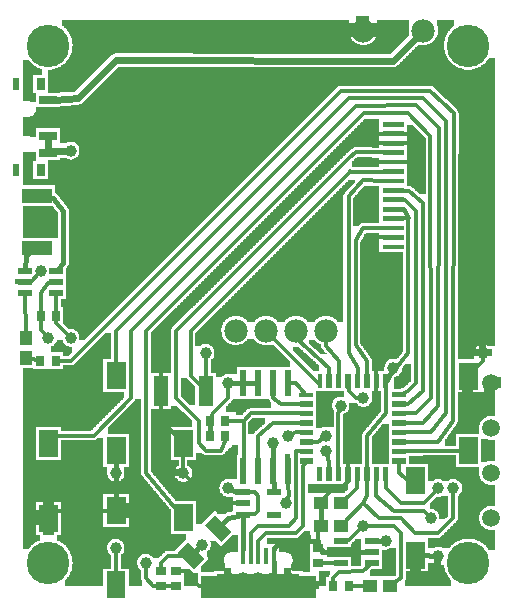
<source format=gtl>
G04 MADE WITH FRITZING*
G04 WWW.FRITZING.ORG*
G04 DOUBLE SIDED*
G04 HOLES PLATED*
G04 CONTOUR ON CENTER OF CONTOUR VECTOR*
%ASAXBY*%
%FSLAX23Y23*%
%MOIN*%
%OFA0B0*%
%SFA1.0B1.0*%
%ADD10C,0.075000*%
%ADD11C,0.059055*%
%ADD12C,0.078000*%
%ADD13C,0.039370*%
%ADD14C,0.141732*%
%ADD15R,0.047244X0.021654*%
%ADD16R,0.059055X0.027559*%
%ADD17R,0.023622X0.039370*%
%ADD18R,0.031496X0.039370*%
%ADD19R,0.275590X0.078740*%
%ADD20R,0.047244X0.043307*%
%ADD21R,0.013780X0.055118*%
%ADD22R,0.070866X0.074803*%
%ADD23R,0.017716X0.045000*%
%ADD24R,0.045000X0.017716*%
%ADD25R,0.027559X0.035433*%
%ADD26R,0.024000X0.087000*%
%ADD27R,0.043307X0.047244*%
%ADD28R,0.035433X0.027559*%
%ADD29R,0.050000X0.100000*%
%ADD30R,0.100000X0.050000*%
%ADD31C,0.012000*%
%ADD32C,0.016000*%
%ADD33C,0.024000*%
%ADD34R,0.001000X0.001000*%
%LNCOPPER1*%
G90*
G70*
G54D10*
X1531Y1681D03*
X1042Y1232D03*
X95Y1257D03*
X1224Y1081D03*
X114Y693D03*
G54D11*
X1599Y268D03*
X1599Y418D03*
X1599Y568D03*
X1599Y718D03*
G54D12*
X749Y893D03*
X849Y893D03*
X949Y893D03*
X1049Y893D03*
X749Y893D03*
X849Y893D03*
X949Y893D03*
X1049Y893D03*
X1174Y1893D03*
X1374Y1893D03*
X1174Y1893D03*
X1374Y1893D03*
G54D13*
X637Y180D03*
X1249Y193D03*
X1474Y368D03*
X1399Y268D03*
X1424Y368D03*
X124Y868D03*
X1274Y768D03*
X849Y43D03*
X874Y518D03*
X799Y43D03*
X824Y68D03*
X674Y43D03*
X974Y43D03*
X1099Y643D03*
X916Y320D03*
X1424Y143D03*
X349Y168D03*
X449Y118D03*
X724Y368D03*
X1174Y243D03*
X724Y718D03*
X924Y543D03*
X574Y418D03*
X349Y418D03*
X99Y1093D03*
X874Y68D03*
X774Y68D03*
X899Y43D03*
X749Y43D03*
X924Y68D03*
X724Y68D03*
X1574Y818D03*
X199Y1493D03*
X1049Y493D03*
X1174Y668D03*
X199Y868D03*
X1049Y543D03*
X649Y818D03*
G54D14*
X1524Y1843D03*
X1524Y118D03*
X124Y1843D03*
X124Y118D03*
G54D15*
X149Y1018D03*
X149Y1055D03*
X149Y1093D03*
X47Y1093D03*
X47Y1018D03*
X47Y1055D03*
G54D16*
X124Y1484D03*
X124Y1543D03*
X124Y1661D03*
G54D17*
X16Y1429D03*
G54D18*
X99Y1429D03*
G54D17*
X16Y1716D03*
G54D18*
X99Y1716D03*
G54D19*
X824Y43D03*
G54D20*
X1196Y43D03*
X1263Y43D03*
G54D15*
X1202Y118D03*
X1202Y155D03*
X1202Y193D03*
X1099Y193D03*
X1099Y118D03*
G54D21*
X773Y143D03*
X875Y143D03*
X799Y143D03*
X824Y143D03*
X850Y143D03*
G54D22*
X667Y39D03*
X982Y39D03*
G54D23*
X1029Y724D03*
G54D24*
X984Y680D03*
G54D25*
X150Y943D03*
X99Y943D03*
G54D26*
X774Y424D03*
X774Y718D03*
X824Y424D03*
X874Y424D03*
X824Y718D03*
X874Y718D03*
X924Y424D03*
X924Y718D03*
G54D25*
X98Y793D03*
X149Y793D03*
G54D27*
X49Y801D03*
X49Y868D03*
G54D25*
X714Y593D03*
X663Y593D03*
X662Y543D03*
X713Y543D03*
X1125Y43D03*
X1074Y43D03*
G54D28*
X549Y93D03*
X549Y42D03*
X499Y42D03*
X499Y93D03*
X1024Y117D03*
X1024Y168D03*
G54D29*
X649Y693D03*
G54D30*
X88Y1343D03*
G54D29*
X499Y693D03*
G54D30*
X88Y1168D03*
G54D20*
X1032Y243D03*
X1099Y243D03*
X1032Y318D03*
X1099Y318D03*
G54D15*
X774Y355D03*
X774Y318D03*
X774Y280D03*
X877Y280D03*
X877Y355D03*
G54D31*
X1225Y268D02*
X1174Y317D01*
D02*
X1299Y268D02*
X1225Y268D01*
D02*
X1348Y218D02*
X1299Y268D01*
D02*
X1424Y218D02*
X1348Y218D01*
D02*
X1474Y268D02*
X1424Y218D01*
D02*
X1174Y317D02*
X1116Y259D01*
D02*
X1474Y354D02*
X1474Y268D01*
G54D32*
D02*
X1274Y769D02*
X1268Y780D01*
D02*
X1252Y730D02*
X1274Y769D01*
G54D31*
D02*
X149Y917D02*
X190Y877D01*
D02*
X1024Y522D02*
X1001Y522D01*
D02*
X150Y931D02*
X149Y917D01*
D02*
X1039Y534D02*
X1024Y522D01*
D02*
X574Y478D02*
X574Y431D01*
G54D32*
D02*
X663Y581D02*
X662Y555D01*
G54D31*
D02*
X674Y318D02*
X756Y318D01*
G54D32*
D02*
X724Y268D02*
X703Y247D01*
D02*
X756Y276D02*
X724Y268D01*
G54D31*
D02*
X584Y408D02*
X674Y318D01*
G54D32*
D02*
X876Y361D02*
X876Y386D01*
D02*
X1038Y155D02*
X1038Y161D01*
G54D31*
D02*
X524Y143D02*
X499Y118D01*
D02*
X575Y93D02*
X561Y93D01*
D02*
X625Y43D02*
X575Y93D01*
D02*
X499Y118D02*
X499Y101D01*
G54D32*
D02*
X1038Y161D02*
X1036Y162D01*
D02*
X1184Y155D02*
X1038Y155D01*
G54D31*
D02*
X1036Y117D02*
X1081Y118D01*
G54D32*
D02*
X874Y504D02*
X874Y462D01*
G54D31*
D02*
X692Y43D02*
X625Y43D01*
D02*
X572Y143D02*
X524Y143D01*
G54D32*
D02*
X1024Y193D02*
X1024Y176D01*
D02*
X899Y193D02*
X1024Y193D01*
G54D31*
D02*
X1074Y68D02*
X1074Y55D01*
D02*
X1092Y89D02*
X1074Y68D01*
D02*
X1174Y93D02*
X1092Y89D01*
D02*
X1178Y43D02*
X1134Y43D01*
D02*
X1196Y113D02*
X1174Y93D01*
G54D32*
D02*
X875Y167D02*
X899Y193D01*
D02*
X875Y165D02*
X875Y167D01*
G54D31*
D02*
X1275Y243D02*
X1300Y218D01*
D02*
X1300Y68D02*
X1281Y55D01*
D02*
X1024Y243D02*
X1032Y243D01*
D02*
X1024Y176D02*
X1024Y243D01*
D02*
X649Y737D02*
X649Y804D01*
D02*
X949Y554D02*
X967Y554D01*
D02*
X937Y548D02*
X949Y554D01*
D02*
X1300Y218D02*
X1300Y68D01*
D02*
X1188Y243D02*
X1275Y243D01*
G54D32*
D02*
X768Y718D02*
X738Y718D01*
D02*
X349Y431D02*
X350Y454D01*
G54D31*
D02*
X450Y68D02*
X449Y104D01*
D02*
X474Y43D02*
X450Y68D01*
D02*
X487Y42D02*
X474Y43D01*
G54D32*
D02*
X750Y355D02*
X736Y362D01*
D02*
X756Y355D02*
X750Y355D01*
G54D31*
D02*
X1154Y223D02*
X1165Y234D01*
D02*
X1126Y196D02*
X1154Y223D01*
D02*
X1117Y195D02*
X1126Y196D01*
D02*
X500Y594D02*
X500Y648D01*
D02*
X548Y544D02*
X500Y594D01*
G54D32*
D02*
X1375Y144D02*
X1411Y143D01*
G54D31*
D02*
X1159Y1549D02*
X1244Y1549D01*
D02*
X1149Y1542D02*
X1159Y1549D01*
D02*
X499Y892D02*
X1149Y1542D01*
D02*
X499Y737D02*
X499Y892D01*
D02*
X1091Y618D02*
X1091Y432D01*
D02*
X1024Y719D02*
X1025Y720D01*
D02*
X949Y868D02*
X1060Y768D01*
D02*
X1049Y843D02*
X1092Y793D01*
D02*
X1095Y630D02*
X1091Y619D01*
D02*
X1092Y793D02*
X1092Y741D01*
D02*
X874Y868D02*
X1024Y719D01*
D02*
X1060Y768D02*
X1060Y741D01*
D02*
X1049Y868D02*
X1049Y843D01*
D02*
X949Y868D02*
X949Y868D01*
D02*
X867Y876D02*
X874Y868D01*
D02*
X349Y154D02*
X350Y84D01*
D02*
X925Y342D02*
X921Y333D01*
D02*
X924Y386D02*
X925Y342D01*
D02*
X1074Y367D02*
X1099Y367D01*
D02*
X1099Y367D02*
X1125Y393D01*
D02*
X1050Y343D02*
X1074Y367D01*
D02*
X1125Y393D02*
X1124Y398D01*
D02*
X1043Y334D02*
X1050Y343D01*
G54D32*
D02*
X613Y156D02*
X627Y171D01*
D02*
X1220Y193D02*
X1236Y193D01*
G54D31*
D02*
X1174Y1236D02*
X1244Y1235D01*
D02*
X1149Y1194D02*
X1174Y1236D01*
D02*
X1149Y844D02*
X1149Y1194D01*
D02*
X1186Y793D02*
X1149Y844D01*
D02*
X1186Y741D02*
X1186Y793D01*
D02*
X1149Y669D02*
X1125Y692D01*
D02*
X1125Y692D02*
X1124Y707D01*
D02*
X1161Y668D02*
X1149Y669D01*
D02*
X71Y1057D02*
X91Y1082D01*
D02*
X65Y1057D02*
X71Y1057D01*
G54D33*
D02*
X124Y1492D02*
X180Y1493D01*
D02*
X124Y1492D02*
X124Y1492D01*
G54D32*
D02*
X349Y404D02*
X350Y332D01*
G54D31*
D02*
X775Y593D02*
X800Y618D01*
D02*
X775Y517D02*
X775Y593D01*
D02*
X800Y618D02*
X967Y617D01*
D02*
X775Y462D02*
X775Y517D01*
G54D33*
D02*
X223Y1667D02*
X148Y1662D01*
D02*
X1273Y1792D02*
X349Y1794D01*
D02*
X1353Y1872D02*
X1273Y1792D01*
D02*
X349Y1794D02*
X223Y1667D01*
G54D31*
D02*
X150Y955D02*
X149Y1013D01*
D02*
X122Y1053D02*
X131Y1054D01*
D02*
X100Y1018D02*
X122Y1053D01*
D02*
X99Y955D02*
X100Y1018D01*
G54D32*
D02*
X49Y1143D02*
X47Y1098D01*
D02*
X174Y1118D02*
X155Y1098D01*
D02*
X174Y1293D02*
X174Y1118D01*
D02*
X58Y1148D02*
X49Y1143D01*
D02*
X140Y1335D02*
X174Y1293D01*
D02*
X132Y1336D02*
X140Y1335D01*
G54D31*
D02*
X100Y894D02*
X99Y931D01*
D02*
X115Y878D02*
X100Y894D01*
D02*
X65Y798D02*
X90Y794D01*
D02*
X199Y792D02*
X158Y793D01*
D02*
X1099Y1692D02*
X199Y792D01*
D02*
X1398Y1692D02*
X1099Y1692D01*
D02*
X1475Y1618D02*
X1398Y1692D01*
D02*
X1474Y593D02*
X1475Y1618D01*
D02*
X1424Y522D02*
X1474Y593D01*
D02*
X1310Y522D02*
X1424Y522D01*
D02*
X49Y886D02*
X47Y1013D01*
G54D33*
D02*
X857Y59D02*
X824Y43D01*
G54D31*
D02*
X511Y42D02*
X537Y42D01*
G54D33*
D02*
X861Y54D02*
X863Y56D01*
D02*
X788Y54D02*
X786Y56D01*
G54D31*
D02*
X124Y292D02*
X124Y268D01*
D02*
X324Y292D02*
X124Y292D01*
G54D33*
D02*
X124Y1492D02*
X124Y1535D01*
G54D31*
D02*
X812Y281D02*
X792Y281D01*
D02*
X824Y342D02*
X824Y293D01*
D02*
X824Y293D02*
X812Y281D01*
D02*
X812Y355D02*
X824Y342D01*
D02*
X792Y355D02*
X812Y355D01*
G54D33*
D02*
X707Y59D02*
X691Y51D01*
D02*
X941Y59D02*
X957Y51D01*
D02*
X793Y68D02*
X805Y68D01*
D02*
X836Y56D02*
X838Y54D01*
G54D31*
D02*
X950Y218D02*
X974Y243D01*
D02*
X849Y218D02*
X950Y218D01*
D02*
X974Y443D02*
X982Y456D01*
D02*
X974Y243D02*
X974Y443D01*
D02*
X824Y192D02*
X849Y218D01*
D02*
X800Y218D02*
X799Y165D01*
D02*
X824Y165D02*
X824Y192D01*
D02*
X925Y243D02*
X824Y243D01*
D02*
X824Y243D02*
X800Y218D01*
D02*
X950Y268D02*
X925Y243D01*
D02*
X950Y493D02*
X950Y268D01*
D02*
X967Y492D02*
X950Y493D01*
D02*
X775Y593D02*
X750Y593D01*
D02*
X750Y593D02*
X723Y593D01*
D02*
X775Y517D02*
X775Y593D01*
D02*
X775Y462D02*
X775Y517D01*
D02*
X724Y669D02*
X674Y618D01*
D02*
X674Y618D02*
X668Y605D01*
D02*
X724Y704D02*
X724Y669D01*
G54D32*
D02*
X781Y718D02*
X818Y718D01*
G54D31*
D02*
X1186Y542D02*
X1186Y432D01*
D02*
X1249Y618D02*
X1186Y542D01*
D02*
X1249Y689D02*
X1249Y618D01*
D02*
X1249Y707D02*
X1249Y689D01*
D02*
X1325Y1268D02*
X1304Y1267D01*
D02*
X1356Y1518D02*
X1325Y1549D01*
D02*
X1356Y1483D02*
X1356Y1516D01*
D02*
X1356Y1516D02*
X1304Y1517D01*
D02*
X1332Y1455D02*
X1356Y1483D01*
D02*
X1304Y1455D02*
X1332Y1455D01*
D02*
X1325Y1549D02*
X1304Y1549D01*
D02*
X1304Y1518D02*
X1356Y1518D01*
D02*
X1309Y1297D02*
X1325Y1268D01*
D02*
X1304Y1297D02*
X1309Y1297D01*
D02*
X1309Y1298D02*
X1323Y1267D01*
D02*
X1323Y1267D02*
X1323Y818D01*
D02*
X1323Y818D02*
X1252Y728D01*
D02*
X1304Y1298D02*
X1309Y1298D01*
D02*
X1125Y343D02*
X1115Y334D01*
D02*
X1154Y367D02*
X1125Y343D01*
D02*
X1154Y398D02*
X1154Y367D01*
D02*
X1300Y318D02*
X1249Y367D01*
D02*
X1375Y317D02*
X1300Y318D01*
D02*
X1249Y367D02*
X1249Y398D01*
D02*
X1415Y358D02*
X1375Y317D01*
D02*
X1375Y293D02*
X1275Y293D01*
D02*
X1275Y293D02*
X1217Y342D01*
D02*
X1217Y342D02*
X1217Y398D01*
D02*
X1390Y278D02*
X1375Y293D01*
D02*
X1199Y1205D02*
X1244Y1204D01*
D02*
X1174Y1168D02*
X1199Y1205D01*
D02*
X1218Y818D02*
X1174Y867D01*
D02*
X1174Y867D02*
X1174Y1168D01*
D02*
X1218Y741D02*
X1218Y818D01*
G54D33*
D02*
X736Y56D02*
X738Y54D01*
G54D31*
D02*
X1574Y793D02*
X1574Y804D01*
D02*
X1550Y768D02*
X1574Y793D01*
D02*
X1218Y643D02*
X1218Y707D01*
D02*
X1123Y518D02*
X1218Y643D01*
D02*
X1123Y518D02*
X1123Y432D01*
G54D32*
D02*
X875Y81D02*
X875Y121D01*
D02*
X773Y165D02*
X774Y275D01*
G54D31*
D02*
X1498Y493D02*
X1310Y491D01*
D02*
X1293Y418D02*
X1293Y456D01*
D02*
X1325Y393D02*
X1293Y418D01*
D02*
X1349Y393D02*
X1325Y393D01*
G54D33*
D02*
X913Y56D02*
X911Y54D01*
D02*
X888Y54D02*
X886Y56D01*
D02*
X763Y56D02*
X761Y54D01*
G54D31*
D02*
X1061Y455D02*
X1060Y432D01*
D02*
X1053Y480D02*
X1061Y455D01*
D02*
X1124Y267D02*
X1174Y318D01*
D02*
X1186Y343D02*
X1186Y398D01*
D02*
X1174Y318D02*
X1186Y343D01*
D02*
X1116Y259D02*
X1124Y267D01*
G54D32*
D02*
X1032Y302D02*
X1032Y259D01*
G54D31*
D02*
X950Y717D02*
X981Y683D01*
D02*
X931Y718D02*
X950Y717D01*
D02*
X824Y542D02*
X874Y585D01*
D02*
X874Y585D02*
X967Y585D01*
D02*
X824Y462D02*
X824Y542D01*
D02*
X899Y648D02*
X874Y669D01*
D02*
X874Y669D02*
X874Y680D01*
D02*
X967Y648D02*
X899Y648D01*
D02*
X1150Y1643D02*
X399Y893D01*
D02*
X1175Y1617D02*
X450Y892D01*
D02*
X1350Y1644D02*
X1150Y1643D01*
D02*
X1323Y1618D02*
X1175Y1617D01*
D02*
X450Y418D02*
X548Y301D01*
D02*
X1425Y1567D02*
X1350Y1644D01*
D02*
X1424Y643D02*
X1425Y1567D01*
D02*
X399Y893D02*
X399Y667D01*
D02*
X149Y543D02*
X124Y516D01*
D02*
X275Y543D02*
X149Y543D01*
D02*
X399Y667D02*
X275Y543D01*
D02*
X1374Y585D02*
X1424Y643D01*
D02*
X1310Y585D02*
X1374Y585D01*
D02*
X450Y892D02*
X450Y418D01*
D02*
X1398Y1543D02*
X1324Y1618D01*
D02*
X1399Y667D02*
X1398Y1543D01*
D02*
X1349Y617D02*
X1399Y667D01*
D02*
X1310Y617D02*
X1349Y617D01*
D02*
X1324Y648D02*
X1310Y648D01*
D02*
X1374Y693D02*
X1324Y648D01*
D02*
X1374Y1318D02*
X1374Y693D01*
D02*
X1326Y1359D02*
X1374Y1318D01*
D02*
X1304Y1360D02*
X1326Y1359D01*
D02*
X1323Y692D02*
X1302Y683D01*
D02*
X1350Y718D02*
X1323Y692D01*
D02*
X1350Y1293D02*
X1350Y718D01*
D02*
X1312Y1328D02*
X1350Y1293D01*
D02*
X1304Y1328D02*
X1312Y1328D01*
D02*
X1174Y1394D02*
X1244Y1392D01*
D02*
X1155Y768D02*
X1125Y818D01*
D02*
X1155Y741D02*
X1155Y768D01*
D02*
X1125Y1343D02*
X1174Y1394D01*
D02*
X1125Y818D02*
X1125Y1343D01*
D02*
X1125Y1668D02*
X350Y893D01*
D02*
X1374Y1668D02*
X1125Y1668D01*
D02*
X350Y893D02*
X350Y782D01*
D02*
X1449Y1593D02*
X1374Y1668D01*
D02*
X1450Y617D02*
X1449Y1593D01*
D02*
X1399Y554D02*
X1450Y617D01*
D02*
X1310Y554D02*
X1399Y554D01*
D02*
X1131Y1423D02*
X1244Y1423D01*
D02*
X1131Y1424D02*
X1131Y1423D01*
D02*
X599Y743D02*
X599Y892D01*
D02*
X1125Y1418D02*
X1131Y1424D01*
D02*
X599Y892D02*
X1125Y1418D01*
D02*
X630Y712D02*
X599Y743D01*
D02*
X699Y493D02*
X715Y532D01*
D02*
X715Y532D02*
X713Y543D01*
D02*
X649Y493D02*
X699Y493D01*
D02*
X625Y517D02*
X649Y493D01*
D02*
X625Y593D02*
X625Y517D01*
D02*
X549Y667D02*
X625Y593D01*
D02*
X549Y892D02*
X549Y667D01*
D02*
X1125Y1468D02*
X549Y892D01*
D02*
X1149Y1488D02*
X1125Y1468D01*
D02*
X1244Y1487D02*
X1149Y1488D01*
G36*
X170Y1929D02*
X170Y1909D01*
X172Y1909D01*
X172Y1907D01*
X176Y1907D01*
X176Y1905D01*
X178Y1905D01*
X178Y1903D01*
X180Y1903D01*
X180Y1901D01*
X182Y1901D01*
X182Y1899D01*
X184Y1899D01*
X184Y1897D01*
X186Y1897D01*
X186Y1895D01*
X188Y1895D01*
X188Y1891D01*
X190Y1891D01*
X190Y1889D01*
X192Y1889D01*
X192Y1885D01*
X194Y1885D01*
X194Y1883D01*
X196Y1883D01*
X196Y1879D01*
X198Y1879D01*
X198Y1875D01*
X200Y1875D01*
X200Y1869D01*
X202Y1869D01*
X202Y1861D01*
X204Y1861D01*
X204Y1847D01*
X206Y1847D01*
X206Y1845D01*
X1162Y1845D01*
X1162Y1847D01*
X1156Y1847D01*
X1156Y1849D01*
X1152Y1849D01*
X1152Y1851D01*
X1148Y1851D01*
X1148Y1853D01*
X1146Y1853D01*
X1146Y1855D01*
X1144Y1855D01*
X1144Y1857D01*
X1140Y1857D01*
X1140Y1859D01*
X1138Y1859D01*
X1138Y1863D01*
X1136Y1863D01*
X1136Y1865D01*
X1134Y1865D01*
X1134Y1867D01*
X1132Y1867D01*
X1132Y1871D01*
X1130Y1871D01*
X1130Y1875D01*
X1128Y1875D01*
X1128Y1881D01*
X1126Y1881D01*
X1126Y1905D01*
X1128Y1905D01*
X1128Y1929D01*
X170Y1929D01*
G37*
D02*
G36*
X1220Y1929D02*
X1220Y1907D01*
X1222Y1907D01*
X1222Y1899D01*
X1224Y1899D01*
X1224Y1889D01*
X1222Y1889D01*
X1222Y1879D01*
X1220Y1879D01*
X1220Y1873D01*
X1218Y1873D01*
X1218Y1869D01*
X1216Y1869D01*
X1216Y1867D01*
X1214Y1867D01*
X1214Y1863D01*
X1212Y1863D01*
X1212Y1861D01*
X1210Y1861D01*
X1210Y1859D01*
X1208Y1859D01*
X1208Y1857D01*
X1206Y1857D01*
X1206Y1855D01*
X1204Y1855D01*
X1204Y1853D01*
X1200Y1853D01*
X1200Y1851D01*
X1196Y1851D01*
X1196Y1849D01*
X1192Y1849D01*
X1192Y1847D01*
X1186Y1847D01*
X1186Y1845D01*
X1296Y1845D01*
X1296Y1847D01*
X1298Y1847D01*
X1298Y1849D01*
X1300Y1849D01*
X1300Y1851D01*
X1302Y1851D01*
X1302Y1853D01*
X1304Y1853D01*
X1304Y1855D01*
X1306Y1855D01*
X1306Y1857D01*
X1308Y1857D01*
X1308Y1859D01*
X1310Y1859D01*
X1310Y1861D01*
X1312Y1861D01*
X1312Y1863D01*
X1314Y1863D01*
X1314Y1865D01*
X1316Y1865D01*
X1316Y1867D01*
X1318Y1867D01*
X1318Y1869D01*
X1320Y1869D01*
X1320Y1871D01*
X1322Y1871D01*
X1322Y1873D01*
X1324Y1873D01*
X1324Y1875D01*
X1326Y1875D01*
X1326Y1905D01*
X1328Y1905D01*
X1328Y1929D01*
X1220Y1929D01*
G37*
D02*
G36*
X206Y1845D02*
X206Y1843D01*
X1294Y1843D01*
X1294Y1845D01*
X206Y1845D01*
G37*
D02*
G36*
X206Y1845D02*
X206Y1843D01*
X1294Y1843D01*
X1294Y1845D01*
X206Y1845D01*
G37*
D02*
G36*
X206Y1843D02*
X206Y1841D01*
X204Y1841D01*
X204Y1825D01*
X202Y1825D01*
X202Y1819D01*
X200Y1819D01*
X200Y1817D01*
X608Y1817D01*
X608Y1815D01*
X1266Y1815D01*
X1266Y1817D01*
X1268Y1817D01*
X1268Y1819D01*
X1270Y1819D01*
X1270Y1821D01*
X1272Y1821D01*
X1272Y1823D01*
X1274Y1823D01*
X1274Y1825D01*
X1276Y1825D01*
X1276Y1827D01*
X1278Y1827D01*
X1278Y1829D01*
X1280Y1829D01*
X1280Y1831D01*
X1282Y1831D01*
X1282Y1833D01*
X1284Y1833D01*
X1284Y1835D01*
X1286Y1835D01*
X1286Y1837D01*
X1288Y1837D01*
X1288Y1839D01*
X1290Y1839D01*
X1290Y1841D01*
X1292Y1841D01*
X1292Y1843D01*
X206Y1843D01*
G37*
D02*
G36*
X200Y1817D02*
X200Y1813D01*
X198Y1813D01*
X198Y1809D01*
X196Y1809D01*
X196Y1805D01*
X194Y1805D01*
X194Y1801D01*
X192Y1801D01*
X192Y1797D01*
X190Y1797D01*
X190Y1795D01*
X188Y1795D01*
X188Y1793D01*
X186Y1793D01*
X186Y1791D01*
X184Y1791D01*
X184Y1787D01*
X182Y1787D01*
X182Y1785D01*
X180Y1785D01*
X180Y1783D01*
X176Y1783D01*
X176Y1781D01*
X174Y1781D01*
X174Y1779D01*
X172Y1779D01*
X172Y1777D01*
X168Y1777D01*
X168Y1775D01*
X166Y1775D01*
X166Y1773D01*
X162Y1773D01*
X162Y1771D01*
X158Y1771D01*
X158Y1769D01*
X154Y1769D01*
X154Y1767D01*
X148Y1767D01*
X148Y1765D01*
X138Y1765D01*
X138Y1763D01*
X124Y1763D01*
X124Y1685D01*
X164Y1685D01*
X164Y1687D01*
X198Y1687D01*
X198Y1689D01*
X214Y1689D01*
X214Y1691D01*
X216Y1691D01*
X216Y1693D01*
X218Y1693D01*
X218Y1695D01*
X220Y1695D01*
X220Y1697D01*
X222Y1697D01*
X222Y1699D01*
X224Y1699D01*
X224Y1701D01*
X226Y1701D01*
X226Y1703D01*
X228Y1703D01*
X228Y1705D01*
X230Y1705D01*
X230Y1707D01*
X232Y1707D01*
X232Y1709D01*
X234Y1709D01*
X234Y1711D01*
X236Y1711D01*
X236Y1713D01*
X238Y1713D01*
X238Y1715D01*
X240Y1715D01*
X240Y1717D01*
X242Y1717D01*
X242Y1719D01*
X244Y1719D01*
X244Y1721D01*
X246Y1721D01*
X246Y1723D01*
X248Y1723D01*
X248Y1725D01*
X250Y1725D01*
X250Y1727D01*
X252Y1727D01*
X252Y1729D01*
X254Y1729D01*
X254Y1731D01*
X256Y1731D01*
X256Y1733D01*
X258Y1733D01*
X258Y1735D01*
X260Y1735D01*
X260Y1737D01*
X262Y1737D01*
X262Y1739D01*
X264Y1739D01*
X264Y1741D01*
X266Y1741D01*
X266Y1743D01*
X268Y1743D01*
X268Y1745D01*
X270Y1745D01*
X270Y1747D01*
X272Y1747D01*
X272Y1749D01*
X274Y1749D01*
X274Y1751D01*
X276Y1751D01*
X276Y1753D01*
X278Y1753D01*
X278Y1755D01*
X280Y1755D01*
X280Y1757D01*
X282Y1757D01*
X282Y1759D01*
X284Y1759D01*
X284Y1761D01*
X286Y1761D01*
X286Y1763D01*
X288Y1763D01*
X288Y1765D01*
X290Y1765D01*
X290Y1767D01*
X292Y1767D01*
X292Y1769D01*
X294Y1769D01*
X294Y1771D01*
X296Y1771D01*
X296Y1773D01*
X298Y1773D01*
X298Y1775D01*
X300Y1775D01*
X300Y1777D01*
X302Y1777D01*
X302Y1779D01*
X304Y1779D01*
X304Y1781D01*
X306Y1781D01*
X306Y1783D01*
X308Y1783D01*
X308Y1785D01*
X310Y1785D01*
X310Y1787D01*
X312Y1787D01*
X312Y1789D01*
X314Y1789D01*
X314Y1791D01*
X316Y1791D01*
X316Y1793D01*
X318Y1793D01*
X318Y1795D01*
X320Y1795D01*
X320Y1797D01*
X322Y1797D01*
X322Y1799D01*
X324Y1799D01*
X324Y1801D01*
X326Y1801D01*
X326Y1803D01*
X328Y1803D01*
X328Y1805D01*
X330Y1805D01*
X330Y1807D01*
X332Y1807D01*
X332Y1809D01*
X334Y1809D01*
X334Y1811D01*
X336Y1811D01*
X336Y1813D01*
X340Y1813D01*
X340Y1815D01*
X346Y1815D01*
X346Y1817D01*
X200Y1817D01*
G37*
D02*
G36*
X40Y1794D02*
X40Y1658D01*
X64Y1658D01*
X64Y1656D01*
X84Y1656D01*
X84Y1686D01*
X72Y1686D01*
X72Y1744D01*
X74Y1744D01*
X74Y1746D01*
X102Y1746D01*
X102Y1766D01*
X96Y1766D01*
X96Y1768D01*
X90Y1768D01*
X90Y1770D01*
X86Y1770D01*
X86Y1772D01*
X84Y1772D01*
X84Y1774D01*
X80Y1774D01*
X80Y1776D01*
X76Y1776D01*
X76Y1778D01*
X74Y1778D01*
X74Y1780D01*
X72Y1780D01*
X72Y1782D01*
X70Y1782D01*
X70Y1784D01*
X68Y1784D01*
X68Y1786D01*
X66Y1786D01*
X66Y1788D01*
X64Y1788D01*
X64Y1790D01*
X62Y1790D01*
X62Y1792D01*
X60Y1792D01*
X60Y1794D01*
X40Y1794D01*
G37*
D02*
G36*
X1180Y1600D02*
X1180Y1598D01*
X1178Y1598D01*
X1178Y1596D01*
X1176Y1596D01*
X1176Y1594D01*
X1174Y1594D01*
X1174Y1592D01*
X1172Y1592D01*
X1172Y1590D01*
X1170Y1590D01*
X1170Y1588D01*
X1168Y1588D01*
X1168Y1586D01*
X1166Y1586D01*
X1166Y1584D01*
X1164Y1584D01*
X1164Y1582D01*
X1162Y1582D01*
X1162Y1580D01*
X1160Y1580D01*
X1160Y1578D01*
X1158Y1578D01*
X1158Y1576D01*
X1156Y1576D01*
X1156Y1574D01*
X1154Y1574D01*
X1154Y1572D01*
X1152Y1572D01*
X1152Y1570D01*
X1150Y1570D01*
X1150Y1568D01*
X1148Y1568D01*
X1148Y1566D01*
X1146Y1566D01*
X1146Y1564D01*
X1144Y1564D01*
X1144Y1562D01*
X1142Y1562D01*
X1142Y1560D01*
X1140Y1560D01*
X1140Y1558D01*
X1138Y1558D01*
X1138Y1556D01*
X1136Y1556D01*
X1136Y1554D01*
X1134Y1554D01*
X1134Y1552D01*
X1132Y1552D01*
X1132Y1550D01*
X1130Y1550D01*
X1130Y1548D01*
X1128Y1548D01*
X1128Y1546D01*
X1126Y1546D01*
X1126Y1544D01*
X1124Y1544D01*
X1124Y1542D01*
X1122Y1542D01*
X1122Y1540D01*
X1120Y1540D01*
X1120Y1538D01*
X1118Y1538D01*
X1118Y1536D01*
X1116Y1536D01*
X1116Y1534D01*
X1114Y1534D01*
X1114Y1532D01*
X1112Y1532D01*
X1112Y1530D01*
X1110Y1530D01*
X1110Y1528D01*
X1108Y1528D01*
X1108Y1526D01*
X1106Y1526D01*
X1106Y1524D01*
X1104Y1524D01*
X1104Y1522D01*
X1102Y1522D01*
X1102Y1520D01*
X1100Y1520D01*
X1100Y1518D01*
X1098Y1518D01*
X1098Y1516D01*
X1096Y1516D01*
X1096Y1514D01*
X1094Y1514D01*
X1094Y1512D01*
X1092Y1512D01*
X1092Y1510D01*
X1090Y1510D01*
X1090Y1508D01*
X1088Y1508D01*
X1088Y1506D01*
X1086Y1506D01*
X1086Y1504D01*
X1204Y1504D01*
X1204Y1502D01*
X1228Y1502D01*
X1228Y1600D01*
X1180Y1600D01*
G37*
D02*
G36*
X1084Y1504D02*
X1084Y1502D01*
X1082Y1502D01*
X1082Y1500D01*
X1080Y1500D01*
X1080Y1498D01*
X1078Y1498D01*
X1078Y1496D01*
X1076Y1496D01*
X1076Y1494D01*
X1074Y1494D01*
X1074Y1492D01*
X1072Y1492D01*
X1072Y1490D01*
X1070Y1490D01*
X1070Y1488D01*
X1068Y1488D01*
X1068Y1486D01*
X1066Y1486D01*
X1066Y1484D01*
X1064Y1484D01*
X1064Y1482D01*
X1062Y1482D01*
X1062Y1480D01*
X1060Y1480D01*
X1060Y1478D01*
X1058Y1478D01*
X1058Y1476D01*
X1056Y1476D01*
X1056Y1474D01*
X1054Y1474D01*
X1054Y1472D01*
X1052Y1472D01*
X1052Y1470D01*
X1050Y1470D01*
X1050Y1468D01*
X1048Y1468D01*
X1048Y1466D01*
X1046Y1466D01*
X1046Y1464D01*
X1044Y1464D01*
X1044Y1462D01*
X1042Y1462D01*
X1042Y1460D01*
X1040Y1460D01*
X1040Y1458D01*
X1038Y1458D01*
X1038Y1456D01*
X1036Y1456D01*
X1036Y1454D01*
X1034Y1454D01*
X1034Y1452D01*
X1032Y1452D01*
X1032Y1450D01*
X1030Y1450D01*
X1030Y1448D01*
X1028Y1448D01*
X1028Y1446D01*
X1026Y1446D01*
X1026Y1444D01*
X1024Y1444D01*
X1024Y1442D01*
X1022Y1442D01*
X1022Y1440D01*
X1020Y1440D01*
X1020Y1438D01*
X1018Y1438D01*
X1018Y1436D01*
X1016Y1436D01*
X1016Y1434D01*
X1014Y1434D01*
X1014Y1432D01*
X1012Y1432D01*
X1012Y1430D01*
X1010Y1430D01*
X1010Y1428D01*
X1008Y1428D01*
X1008Y1426D01*
X1006Y1426D01*
X1006Y1424D01*
X1004Y1424D01*
X1004Y1422D01*
X1002Y1422D01*
X1002Y1420D01*
X1000Y1420D01*
X1000Y1418D01*
X998Y1418D01*
X998Y1416D01*
X996Y1416D01*
X996Y1414D01*
X994Y1414D01*
X994Y1412D01*
X992Y1412D01*
X992Y1410D01*
X990Y1410D01*
X990Y1408D01*
X988Y1408D01*
X988Y1406D01*
X986Y1406D01*
X986Y1404D01*
X984Y1404D01*
X984Y1402D01*
X982Y1402D01*
X982Y1400D01*
X980Y1400D01*
X980Y1398D01*
X978Y1398D01*
X978Y1396D01*
X976Y1396D01*
X976Y1394D01*
X974Y1394D01*
X974Y1392D01*
X972Y1392D01*
X972Y1390D01*
X970Y1390D01*
X970Y1388D01*
X968Y1388D01*
X968Y1386D01*
X966Y1386D01*
X966Y1384D01*
X964Y1384D01*
X964Y1382D01*
X962Y1382D01*
X962Y1380D01*
X960Y1380D01*
X960Y1378D01*
X958Y1378D01*
X958Y1376D01*
X956Y1376D01*
X956Y1374D01*
X954Y1374D01*
X954Y1372D01*
X952Y1372D01*
X952Y1370D01*
X950Y1370D01*
X950Y1368D01*
X948Y1368D01*
X948Y1366D01*
X946Y1366D01*
X946Y1364D01*
X944Y1364D01*
X944Y1362D01*
X942Y1362D01*
X942Y1360D01*
X940Y1360D01*
X940Y1358D01*
X938Y1358D01*
X938Y1356D01*
X936Y1356D01*
X936Y1354D01*
X934Y1354D01*
X934Y1352D01*
X932Y1352D01*
X932Y1350D01*
X930Y1350D01*
X930Y1348D01*
X928Y1348D01*
X928Y1346D01*
X926Y1346D01*
X926Y1344D01*
X924Y1344D01*
X924Y1342D01*
X922Y1342D01*
X922Y1340D01*
X920Y1340D01*
X920Y1338D01*
X918Y1338D01*
X918Y1336D01*
X916Y1336D01*
X916Y1334D01*
X914Y1334D01*
X914Y1332D01*
X912Y1332D01*
X912Y1330D01*
X910Y1330D01*
X910Y1328D01*
X908Y1328D01*
X908Y1326D01*
X906Y1326D01*
X906Y1324D01*
X904Y1324D01*
X904Y1322D01*
X902Y1322D01*
X902Y1320D01*
X900Y1320D01*
X900Y1318D01*
X898Y1318D01*
X898Y1316D01*
X896Y1316D01*
X896Y1314D01*
X894Y1314D01*
X894Y1312D01*
X892Y1312D01*
X892Y1310D01*
X890Y1310D01*
X890Y1308D01*
X888Y1308D01*
X888Y1306D01*
X886Y1306D01*
X886Y1304D01*
X884Y1304D01*
X884Y1302D01*
X882Y1302D01*
X882Y1300D01*
X880Y1300D01*
X880Y1298D01*
X878Y1298D01*
X878Y1296D01*
X876Y1296D01*
X876Y1294D01*
X874Y1294D01*
X874Y1292D01*
X872Y1292D01*
X872Y1290D01*
X870Y1290D01*
X870Y1288D01*
X868Y1288D01*
X868Y1286D01*
X866Y1286D01*
X866Y1284D01*
X864Y1284D01*
X864Y1282D01*
X862Y1282D01*
X862Y1280D01*
X860Y1280D01*
X860Y1278D01*
X858Y1278D01*
X858Y1276D01*
X856Y1276D01*
X856Y1274D01*
X854Y1274D01*
X854Y1272D01*
X852Y1272D01*
X852Y1270D01*
X850Y1270D01*
X850Y1268D01*
X848Y1268D01*
X848Y1266D01*
X846Y1266D01*
X846Y1264D01*
X844Y1264D01*
X844Y1262D01*
X842Y1262D01*
X842Y1260D01*
X840Y1260D01*
X840Y1258D01*
X838Y1258D01*
X838Y1256D01*
X836Y1256D01*
X836Y1254D01*
X834Y1254D01*
X834Y1252D01*
X832Y1252D01*
X832Y1250D01*
X830Y1250D01*
X830Y1248D01*
X828Y1248D01*
X828Y1246D01*
X826Y1246D01*
X826Y1244D01*
X824Y1244D01*
X824Y1242D01*
X822Y1242D01*
X822Y1240D01*
X820Y1240D01*
X820Y1238D01*
X818Y1238D01*
X818Y1236D01*
X816Y1236D01*
X816Y1234D01*
X814Y1234D01*
X814Y1232D01*
X812Y1232D01*
X812Y1230D01*
X810Y1230D01*
X810Y1228D01*
X808Y1228D01*
X808Y1226D01*
X806Y1226D01*
X806Y1224D01*
X804Y1224D01*
X804Y1222D01*
X802Y1222D01*
X802Y1220D01*
X800Y1220D01*
X800Y1218D01*
X798Y1218D01*
X798Y1216D01*
X796Y1216D01*
X796Y1214D01*
X794Y1214D01*
X794Y1212D01*
X792Y1212D01*
X792Y1210D01*
X790Y1210D01*
X790Y1208D01*
X788Y1208D01*
X788Y1206D01*
X786Y1206D01*
X786Y1204D01*
X784Y1204D01*
X784Y1202D01*
X782Y1202D01*
X782Y1200D01*
X780Y1200D01*
X780Y1198D01*
X778Y1198D01*
X778Y1196D01*
X776Y1196D01*
X776Y1194D01*
X774Y1194D01*
X774Y1192D01*
X772Y1192D01*
X772Y1190D01*
X770Y1190D01*
X770Y1188D01*
X768Y1188D01*
X768Y1186D01*
X766Y1186D01*
X766Y1184D01*
X764Y1184D01*
X764Y1182D01*
X762Y1182D01*
X762Y1180D01*
X760Y1180D01*
X760Y1178D01*
X758Y1178D01*
X758Y1176D01*
X756Y1176D01*
X756Y1174D01*
X754Y1174D01*
X754Y1172D01*
X752Y1172D01*
X752Y1170D01*
X750Y1170D01*
X750Y1168D01*
X748Y1168D01*
X748Y1166D01*
X746Y1166D01*
X746Y1164D01*
X744Y1164D01*
X744Y1162D01*
X742Y1162D01*
X742Y1160D01*
X740Y1160D01*
X740Y1158D01*
X738Y1158D01*
X738Y1156D01*
X736Y1156D01*
X736Y1154D01*
X734Y1154D01*
X734Y1152D01*
X732Y1152D01*
X732Y1150D01*
X730Y1150D01*
X730Y1148D01*
X728Y1148D01*
X728Y1146D01*
X726Y1146D01*
X726Y1144D01*
X724Y1144D01*
X724Y1142D01*
X722Y1142D01*
X722Y1140D01*
X720Y1140D01*
X720Y1138D01*
X718Y1138D01*
X718Y1136D01*
X716Y1136D01*
X716Y1134D01*
X714Y1134D01*
X714Y1132D01*
X712Y1132D01*
X712Y1130D01*
X710Y1130D01*
X710Y1128D01*
X708Y1128D01*
X708Y1126D01*
X706Y1126D01*
X706Y1124D01*
X704Y1124D01*
X704Y1122D01*
X702Y1122D01*
X702Y1120D01*
X700Y1120D01*
X700Y1118D01*
X698Y1118D01*
X698Y1116D01*
X696Y1116D01*
X696Y1114D01*
X694Y1114D01*
X694Y1112D01*
X692Y1112D01*
X692Y1110D01*
X690Y1110D01*
X690Y1108D01*
X688Y1108D01*
X688Y1106D01*
X686Y1106D01*
X686Y1104D01*
X684Y1104D01*
X684Y1102D01*
X682Y1102D01*
X682Y1100D01*
X680Y1100D01*
X680Y1098D01*
X678Y1098D01*
X678Y1096D01*
X676Y1096D01*
X676Y1094D01*
X674Y1094D01*
X674Y1092D01*
X672Y1092D01*
X672Y1090D01*
X670Y1090D01*
X670Y1088D01*
X668Y1088D01*
X668Y1086D01*
X666Y1086D01*
X666Y1084D01*
X664Y1084D01*
X664Y1082D01*
X662Y1082D01*
X662Y1080D01*
X660Y1080D01*
X660Y1078D01*
X658Y1078D01*
X658Y1076D01*
X656Y1076D01*
X656Y1074D01*
X654Y1074D01*
X654Y1072D01*
X652Y1072D01*
X652Y1070D01*
X650Y1070D01*
X650Y1068D01*
X648Y1068D01*
X648Y1066D01*
X646Y1066D01*
X646Y1064D01*
X644Y1064D01*
X644Y1062D01*
X642Y1062D01*
X642Y1060D01*
X640Y1060D01*
X640Y1058D01*
X638Y1058D01*
X638Y1056D01*
X636Y1056D01*
X636Y1054D01*
X634Y1054D01*
X634Y1052D01*
X632Y1052D01*
X632Y1050D01*
X630Y1050D01*
X630Y1048D01*
X628Y1048D01*
X628Y1046D01*
X626Y1046D01*
X626Y1044D01*
X624Y1044D01*
X624Y1042D01*
X622Y1042D01*
X622Y1040D01*
X620Y1040D01*
X620Y1038D01*
X618Y1038D01*
X618Y1036D01*
X616Y1036D01*
X616Y1034D01*
X614Y1034D01*
X614Y1032D01*
X612Y1032D01*
X612Y1030D01*
X610Y1030D01*
X610Y1028D01*
X608Y1028D01*
X608Y1026D01*
X606Y1026D01*
X606Y1024D01*
X604Y1024D01*
X604Y1022D01*
X602Y1022D01*
X602Y1020D01*
X600Y1020D01*
X600Y1018D01*
X598Y1018D01*
X598Y1016D01*
X596Y1016D01*
X596Y1014D01*
X594Y1014D01*
X594Y1012D01*
X592Y1012D01*
X592Y1010D01*
X590Y1010D01*
X590Y1008D01*
X588Y1008D01*
X588Y1006D01*
X586Y1006D01*
X586Y1004D01*
X584Y1004D01*
X584Y1002D01*
X582Y1002D01*
X582Y1000D01*
X580Y1000D01*
X580Y998D01*
X578Y998D01*
X578Y996D01*
X576Y996D01*
X576Y994D01*
X574Y994D01*
X574Y992D01*
X572Y992D01*
X572Y990D01*
X570Y990D01*
X570Y988D01*
X568Y988D01*
X568Y986D01*
X566Y986D01*
X566Y984D01*
X564Y984D01*
X564Y982D01*
X562Y982D01*
X562Y980D01*
X560Y980D01*
X560Y978D01*
X558Y978D01*
X558Y976D01*
X556Y976D01*
X556Y974D01*
X554Y974D01*
X554Y972D01*
X552Y972D01*
X552Y970D01*
X550Y970D01*
X550Y969D01*
X548Y969D01*
X548Y967D01*
X546Y967D01*
X546Y965D01*
X544Y965D01*
X544Y963D01*
X542Y963D01*
X542Y961D01*
X540Y961D01*
X540Y959D01*
X538Y959D01*
X538Y957D01*
X536Y957D01*
X536Y955D01*
X534Y955D01*
X534Y953D01*
X532Y953D01*
X532Y951D01*
X530Y951D01*
X530Y949D01*
X528Y949D01*
X528Y947D01*
X526Y947D01*
X526Y945D01*
X524Y945D01*
X524Y943D01*
X522Y943D01*
X522Y941D01*
X520Y941D01*
X520Y939D01*
X518Y939D01*
X518Y937D01*
X516Y937D01*
X516Y935D01*
X514Y935D01*
X514Y933D01*
X512Y933D01*
X512Y931D01*
X510Y931D01*
X510Y929D01*
X508Y929D01*
X508Y927D01*
X506Y927D01*
X506Y925D01*
X504Y925D01*
X504Y923D01*
X502Y923D01*
X502Y921D01*
X500Y921D01*
X500Y919D01*
X498Y919D01*
X498Y917D01*
X496Y917D01*
X496Y915D01*
X494Y915D01*
X494Y913D01*
X492Y913D01*
X492Y911D01*
X490Y911D01*
X490Y909D01*
X488Y909D01*
X488Y907D01*
X486Y907D01*
X486Y905D01*
X484Y905D01*
X484Y903D01*
X482Y903D01*
X482Y901D01*
X480Y901D01*
X480Y899D01*
X478Y899D01*
X478Y897D01*
X476Y897D01*
X476Y895D01*
X474Y895D01*
X474Y893D01*
X472Y893D01*
X472Y891D01*
X470Y891D01*
X470Y889D01*
X468Y889D01*
X468Y887D01*
X466Y887D01*
X466Y753D01*
X534Y753D01*
X534Y899D01*
X536Y899D01*
X536Y903D01*
X538Y903D01*
X538Y905D01*
X540Y905D01*
X540Y907D01*
X542Y907D01*
X542Y909D01*
X544Y909D01*
X544Y911D01*
X546Y911D01*
X546Y913D01*
X548Y913D01*
X548Y915D01*
X550Y915D01*
X550Y917D01*
X552Y917D01*
X552Y919D01*
X554Y919D01*
X554Y921D01*
X556Y921D01*
X556Y923D01*
X558Y923D01*
X558Y925D01*
X560Y925D01*
X560Y927D01*
X562Y927D01*
X562Y929D01*
X564Y929D01*
X564Y931D01*
X566Y931D01*
X566Y933D01*
X568Y933D01*
X568Y935D01*
X570Y935D01*
X570Y937D01*
X572Y937D01*
X572Y939D01*
X574Y939D01*
X574Y941D01*
X576Y941D01*
X576Y943D01*
X578Y943D01*
X578Y945D01*
X580Y945D01*
X580Y947D01*
X582Y947D01*
X582Y949D01*
X584Y949D01*
X584Y951D01*
X586Y951D01*
X586Y953D01*
X588Y953D01*
X588Y955D01*
X590Y955D01*
X590Y957D01*
X592Y957D01*
X592Y959D01*
X594Y959D01*
X594Y961D01*
X596Y961D01*
X596Y963D01*
X598Y963D01*
X598Y965D01*
X600Y965D01*
X600Y967D01*
X602Y967D01*
X602Y969D01*
X604Y969D01*
X604Y970D01*
X606Y970D01*
X606Y972D01*
X608Y972D01*
X608Y974D01*
X610Y974D01*
X610Y976D01*
X612Y976D01*
X612Y978D01*
X614Y978D01*
X614Y980D01*
X616Y980D01*
X616Y982D01*
X618Y982D01*
X618Y984D01*
X620Y984D01*
X620Y986D01*
X622Y986D01*
X622Y988D01*
X624Y988D01*
X624Y990D01*
X626Y990D01*
X626Y992D01*
X628Y992D01*
X628Y994D01*
X630Y994D01*
X630Y996D01*
X632Y996D01*
X632Y998D01*
X634Y998D01*
X634Y1000D01*
X636Y1000D01*
X636Y1002D01*
X638Y1002D01*
X638Y1004D01*
X640Y1004D01*
X640Y1006D01*
X642Y1006D01*
X642Y1008D01*
X644Y1008D01*
X644Y1010D01*
X646Y1010D01*
X646Y1012D01*
X648Y1012D01*
X648Y1014D01*
X650Y1014D01*
X650Y1016D01*
X652Y1016D01*
X652Y1018D01*
X654Y1018D01*
X654Y1020D01*
X656Y1020D01*
X656Y1022D01*
X658Y1022D01*
X658Y1024D01*
X660Y1024D01*
X660Y1026D01*
X662Y1026D01*
X662Y1028D01*
X664Y1028D01*
X664Y1030D01*
X666Y1030D01*
X666Y1032D01*
X668Y1032D01*
X668Y1034D01*
X670Y1034D01*
X670Y1036D01*
X672Y1036D01*
X672Y1038D01*
X674Y1038D01*
X674Y1040D01*
X676Y1040D01*
X676Y1042D01*
X678Y1042D01*
X678Y1044D01*
X680Y1044D01*
X680Y1046D01*
X682Y1046D01*
X682Y1048D01*
X684Y1048D01*
X684Y1050D01*
X686Y1050D01*
X686Y1052D01*
X688Y1052D01*
X688Y1054D01*
X690Y1054D01*
X690Y1056D01*
X692Y1056D01*
X692Y1058D01*
X694Y1058D01*
X694Y1060D01*
X696Y1060D01*
X696Y1062D01*
X698Y1062D01*
X698Y1064D01*
X700Y1064D01*
X700Y1066D01*
X702Y1066D01*
X702Y1068D01*
X704Y1068D01*
X704Y1070D01*
X706Y1070D01*
X706Y1072D01*
X708Y1072D01*
X708Y1074D01*
X710Y1074D01*
X710Y1076D01*
X712Y1076D01*
X712Y1078D01*
X714Y1078D01*
X714Y1080D01*
X716Y1080D01*
X716Y1082D01*
X718Y1082D01*
X718Y1084D01*
X720Y1084D01*
X720Y1086D01*
X722Y1086D01*
X722Y1088D01*
X724Y1088D01*
X724Y1090D01*
X726Y1090D01*
X726Y1092D01*
X728Y1092D01*
X728Y1094D01*
X730Y1094D01*
X730Y1096D01*
X732Y1096D01*
X732Y1098D01*
X734Y1098D01*
X734Y1100D01*
X736Y1100D01*
X736Y1102D01*
X738Y1102D01*
X738Y1104D01*
X740Y1104D01*
X740Y1106D01*
X742Y1106D01*
X742Y1108D01*
X744Y1108D01*
X744Y1110D01*
X746Y1110D01*
X746Y1112D01*
X748Y1112D01*
X748Y1114D01*
X750Y1114D01*
X750Y1116D01*
X752Y1116D01*
X752Y1118D01*
X754Y1118D01*
X754Y1120D01*
X756Y1120D01*
X756Y1122D01*
X758Y1122D01*
X758Y1124D01*
X760Y1124D01*
X760Y1126D01*
X762Y1126D01*
X762Y1128D01*
X764Y1128D01*
X764Y1130D01*
X766Y1130D01*
X766Y1132D01*
X768Y1132D01*
X768Y1134D01*
X770Y1134D01*
X770Y1136D01*
X772Y1136D01*
X772Y1138D01*
X774Y1138D01*
X774Y1140D01*
X776Y1140D01*
X776Y1142D01*
X778Y1142D01*
X778Y1144D01*
X780Y1144D01*
X780Y1146D01*
X782Y1146D01*
X782Y1148D01*
X784Y1148D01*
X784Y1150D01*
X786Y1150D01*
X786Y1152D01*
X788Y1152D01*
X788Y1154D01*
X790Y1154D01*
X790Y1156D01*
X792Y1156D01*
X792Y1158D01*
X794Y1158D01*
X794Y1160D01*
X796Y1160D01*
X796Y1162D01*
X798Y1162D01*
X798Y1164D01*
X800Y1164D01*
X800Y1166D01*
X802Y1166D01*
X802Y1168D01*
X804Y1168D01*
X804Y1170D01*
X806Y1170D01*
X806Y1172D01*
X808Y1172D01*
X808Y1174D01*
X810Y1174D01*
X810Y1176D01*
X812Y1176D01*
X812Y1178D01*
X814Y1178D01*
X814Y1180D01*
X816Y1180D01*
X816Y1182D01*
X818Y1182D01*
X818Y1184D01*
X820Y1184D01*
X820Y1186D01*
X822Y1186D01*
X822Y1188D01*
X824Y1188D01*
X824Y1190D01*
X826Y1190D01*
X826Y1192D01*
X828Y1192D01*
X828Y1194D01*
X830Y1194D01*
X830Y1196D01*
X832Y1196D01*
X832Y1198D01*
X834Y1198D01*
X834Y1200D01*
X836Y1200D01*
X836Y1202D01*
X838Y1202D01*
X838Y1204D01*
X840Y1204D01*
X840Y1206D01*
X842Y1206D01*
X842Y1208D01*
X844Y1208D01*
X844Y1210D01*
X846Y1210D01*
X846Y1212D01*
X848Y1212D01*
X848Y1214D01*
X850Y1214D01*
X850Y1216D01*
X852Y1216D01*
X852Y1218D01*
X854Y1218D01*
X854Y1220D01*
X856Y1220D01*
X856Y1222D01*
X858Y1222D01*
X858Y1224D01*
X860Y1224D01*
X860Y1226D01*
X862Y1226D01*
X862Y1228D01*
X864Y1228D01*
X864Y1230D01*
X866Y1230D01*
X866Y1232D01*
X868Y1232D01*
X868Y1234D01*
X870Y1234D01*
X870Y1236D01*
X872Y1236D01*
X872Y1238D01*
X874Y1238D01*
X874Y1240D01*
X876Y1240D01*
X876Y1242D01*
X878Y1242D01*
X878Y1244D01*
X880Y1244D01*
X880Y1246D01*
X882Y1246D01*
X882Y1248D01*
X884Y1248D01*
X884Y1250D01*
X886Y1250D01*
X886Y1252D01*
X888Y1252D01*
X888Y1254D01*
X890Y1254D01*
X890Y1256D01*
X892Y1256D01*
X892Y1258D01*
X894Y1258D01*
X894Y1260D01*
X896Y1260D01*
X896Y1262D01*
X898Y1262D01*
X898Y1264D01*
X900Y1264D01*
X900Y1266D01*
X902Y1266D01*
X902Y1268D01*
X904Y1268D01*
X904Y1270D01*
X906Y1270D01*
X906Y1272D01*
X908Y1272D01*
X908Y1274D01*
X910Y1274D01*
X910Y1276D01*
X912Y1276D01*
X912Y1278D01*
X914Y1278D01*
X914Y1280D01*
X916Y1280D01*
X916Y1282D01*
X918Y1282D01*
X918Y1284D01*
X920Y1284D01*
X920Y1286D01*
X922Y1286D01*
X922Y1288D01*
X924Y1288D01*
X924Y1290D01*
X926Y1290D01*
X926Y1292D01*
X928Y1292D01*
X928Y1294D01*
X930Y1294D01*
X930Y1296D01*
X932Y1296D01*
X932Y1298D01*
X934Y1298D01*
X934Y1300D01*
X936Y1300D01*
X936Y1302D01*
X938Y1302D01*
X938Y1304D01*
X940Y1304D01*
X940Y1306D01*
X942Y1306D01*
X942Y1308D01*
X944Y1308D01*
X944Y1310D01*
X946Y1310D01*
X946Y1312D01*
X948Y1312D01*
X948Y1314D01*
X950Y1314D01*
X950Y1316D01*
X952Y1316D01*
X952Y1318D01*
X954Y1318D01*
X954Y1320D01*
X956Y1320D01*
X956Y1322D01*
X958Y1322D01*
X958Y1324D01*
X960Y1324D01*
X960Y1326D01*
X962Y1326D01*
X962Y1328D01*
X964Y1328D01*
X964Y1330D01*
X966Y1330D01*
X966Y1332D01*
X968Y1332D01*
X968Y1334D01*
X970Y1334D01*
X970Y1336D01*
X972Y1336D01*
X972Y1338D01*
X974Y1338D01*
X974Y1340D01*
X976Y1340D01*
X976Y1342D01*
X978Y1342D01*
X978Y1344D01*
X980Y1344D01*
X980Y1346D01*
X982Y1346D01*
X982Y1348D01*
X984Y1348D01*
X984Y1350D01*
X986Y1350D01*
X986Y1352D01*
X988Y1352D01*
X988Y1354D01*
X990Y1354D01*
X990Y1356D01*
X992Y1356D01*
X992Y1358D01*
X994Y1358D01*
X994Y1360D01*
X996Y1360D01*
X996Y1362D01*
X998Y1362D01*
X998Y1364D01*
X1000Y1364D01*
X1000Y1366D01*
X1002Y1366D01*
X1002Y1368D01*
X1004Y1368D01*
X1004Y1370D01*
X1006Y1370D01*
X1006Y1372D01*
X1008Y1372D01*
X1008Y1374D01*
X1010Y1374D01*
X1010Y1376D01*
X1012Y1376D01*
X1012Y1378D01*
X1014Y1378D01*
X1014Y1380D01*
X1016Y1380D01*
X1016Y1382D01*
X1018Y1382D01*
X1018Y1384D01*
X1020Y1384D01*
X1020Y1386D01*
X1022Y1386D01*
X1022Y1388D01*
X1024Y1388D01*
X1024Y1390D01*
X1026Y1390D01*
X1026Y1392D01*
X1028Y1392D01*
X1028Y1394D01*
X1030Y1394D01*
X1030Y1396D01*
X1032Y1396D01*
X1032Y1398D01*
X1034Y1398D01*
X1034Y1400D01*
X1036Y1400D01*
X1036Y1402D01*
X1038Y1402D01*
X1038Y1404D01*
X1040Y1404D01*
X1040Y1406D01*
X1042Y1406D01*
X1042Y1408D01*
X1044Y1408D01*
X1044Y1410D01*
X1046Y1410D01*
X1046Y1412D01*
X1048Y1412D01*
X1048Y1414D01*
X1050Y1414D01*
X1050Y1416D01*
X1052Y1416D01*
X1052Y1418D01*
X1054Y1418D01*
X1054Y1420D01*
X1056Y1420D01*
X1056Y1422D01*
X1058Y1422D01*
X1058Y1424D01*
X1060Y1424D01*
X1060Y1426D01*
X1062Y1426D01*
X1062Y1428D01*
X1064Y1428D01*
X1064Y1430D01*
X1066Y1430D01*
X1066Y1432D01*
X1068Y1432D01*
X1068Y1434D01*
X1070Y1434D01*
X1070Y1436D01*
X1072Y1436D01*
X1072Y1438D01*
X1074Y1438D01*
X1074Y1440D01*
X1076Y1440D01*
X1076Y1442D01*
X1078Y1442D01*
X1078Y1444D01*
X1080Y1444D01*
X1080Y1446D01*
X1082Y1446D01*
X1082Y1448D01*
X1084Y1448D01*
X1084Y1450D01*
X1086Y1450D01*
X1086Y1452D01*
X1088Y1452D01*
X1088Y1454D01*
X1090Y1454D01*
X1090Y1456D01*
X1092Y1456D01*
X1092Y1458D01*
X1094Y1458D01*
X1094Y1460D01*
X1096Y1460D01*
X1096Y1462D01*
X1098Y1462D01*
X1098Y1464D01*
X1100Y1464D01*
X1100Y1466D01*
X1102Y1466D01*
X1102Y1468D01*
X1104Y1468D01*
X1104Y1470D01*
X1106Y1470D01*
X1106Y1472D01*
X1108Y1472D01*
X1108Y1474D01*
X1110Y1474D01*
X1110Y1476D01*
X1112Y1476D01*
X1112Y1478D01*
X1114Y1478D01*
X1114Y1480D01*
X1116Y1480D01*
X1116Y1482D01*
X1118Y1482D01*
X1118Y1484D01*
X1120Y1484D01*
X1120Y1486D01*
X1124Y1486D01*
X1124Y1488D01*
X1126Y1488D01*
X1126Y1490D01*
X1128Y1490D01*
X1128Y1492D01*
X1130Y1492D01*
X1130Y1494D01*
X1132Y1494D01*
X1132Y1496D01*
X1134Y1496D01*
X1134Y1498D01*
X1138Y1498D01*
X1138Y1500D01*
X1140Y1500D01*
X1140Y1502D01*
X1144Y1502D01*
X1144Y1504D01*
X1084Y1504D01*
G37*
D02*
G36*
X1320Y1578D02*
X1320Y1376D01*
X1326Y1376D01*
X1326Y1374D01*
X1334Y1374D01*
X1334Y1372D01*
X1336Y1372D01*
X1336Y1370D01*
X1340Y1370D01*
X1340Y1368D01*
X1342Y1368D01*
X1342Y1366D01*
X1344Y1366D01*
X1344Y1364D01*
X1346Y1364D01*
X1346Y1362D01*
X1348Y1362D01*
X1348Y1360D01*
X1350Y1360D01*
X1350Y1358D01*
X1352Y1358D01*
X1352Y1356D01*
X1356Y1356D01*
X1356Y1354D01*
X1358Y1354D01*
X1358Y1352D01*
X1360Y1352D01*
X1360Y1350D01*
X1362Y1350D01*
X1362Y1348D01*
X1382Y1348D01*
X1382Y1536D01*
X1380Y1536D01*
X1380Y1538D01*
X1378Y1538D01*
X1378Y1540D01*
X1376Y1540D01*
X1376Y1542D01*
X1374Y1542D01*
X1374Y1544D01*
X1372Y1544D01*
X1372Y1546D01*
X1370Y1546D01*
X1370Y1548D01*
X1368Y1548D01*
X1368Y1550D01*
X1366Y1550D01*
X1366Y1552D01*
X1364Y1552D01*
X1364Y1554D01*
X1362Y1554D01*
X1362Y1556D01*
X1360Y1556D01*
X1360Y1558D01*
X1358Y1558D01*
X1358Y1560D01*
X1356Y1560D01*
X1356Y1562D01*
X1354Y1562D01*
X1354Y1564D01*
X1352Y1564D01*
X1352Y1566D01*
X1350Y1566D01*
X1350Y1568D01*
X1348Y1568D01*
X1348Y1570D01*
X1346Y1570D01*
X1346Y1572D01*
X1344Y1572D01*
X1344Y1574D01*
X1342Y1574D01*
X1342Y1576D01*
X1340Y1576D01*
X1340Y1578D01*
X1320Y1578D01*
G37*
D02*
G36*
X1420Y1929D02*
X1420Y1907D01*
X1422Y1907D01*
X1422Y1899D01*
X1424Y1899D01*
X1424Y1889D01*
X1422Y1889D01*
X1422Y1879D01*
X1420Y1879D01*
X1420Y1873D01*
X1418Y1873D01*
X1418Y1869D01*
X1416Y1869D01*
X1416Y1867D01*
X1414Y1867D01*
X1414Y1863D01*
X1412Y1863D01*
X1412Y1861D01*
X1410Y1861D01*
X1410Y1859D01*
X1408Y1859D01*
X1408Y1857D01*
X1406Y1857D01*
X1406Y1855D01*
X1404Y1855D01*
X1404Y1853D01*
X1400Y1853D01*
X1400Y1851D01*
X1396Y1851D01*
X1396Y1849D01*
X1392Y1849D01*
X1392Y1847D01*
X1386Y1847D01*
X1386Y1845D01*
X1356Y1845D01*
X1356Y1843D01*
X1354Y1843D01*
X1354Y1841D01*
X1352Y1841D01*
X1352Y1839D01*
X1350Y1839D01*
X1350Y1837D01*
X1348Y1837D01*
X1348Y1835D01*
X1346Y1835D01*
X1346Y1833D01*
X1344Y1833D01*
X1344Y1831D01*
X1342Y1831D01*
X1342Y1829D01*
X1340Y1829D01*
X1340Y1827D01*
X1338Y1827D01*
X1338Y1825D01*
X1336Y1825D01*
X1336Y1823D01*
X1334Y1823D01*
X1334Y1821D01*
X1332Y1821D01*
X1332Y1819D01*
X1330Y1819D01*
X1330Y1817D01*
X1328Y1817D01*
X1328Y1815D01*
X1326Y1815D01*
X1326Y1813D01*
X1324Y1813D01*
X1324Y1811D01*
X1322Y1811D01*
X1322Y1809D01*
X1320Y1809D01*
X1320Y1807D01*
X1318Y1807D01*
X1318Y1805D01*
X1316Y1805D01*
X1316Y1803D01*
X1314Y1803D01*
X1314Y1801D01*
X1312Y1801D01*
X1312Y1799D01*
X1310Y1799D01*
X1310Y1797D01*
X1308Y1797D01*
X1308Y1795D01*
X1306Y1795D01*
X1306Y1793D01*
X1304Y1793D01*
X1304Y1791D01*
X1302Y1791D01*
X1302Y1789D01*
X1300Y1789D01*
X1300Y1787D01*
X1298Y1787D01*
X1298Y1785D01*
X1296Y1785D01*
X1296Y1783D01*
X1294Y1783D01*
X1294Y1781D01*
X1292Y1781D01*
X1292Y1779D01*
X1290Y1779D01*
X1290Y1777D01*
X1288Y1777D01*
X1288Y1775D01*
X1284Y1775D01*
X1284Y1773D01*
X1280Y1773D01*
X1280Y1771D01*
X1486Y1771D01*
X1486Y1773D01*
X1484Y1773D01*
X1484Y1775D01*
X1480Y1775D01*
X1480Y1777D01*
X1476Y1777D01*
X1476Y1779D01*
X1474Y1779D01*
X1474Y1781D01*
X1472Y1781D01*
X1472Y1783D01*
X1470Y1783D01*
X1470Y1785D01*
X1468Y1785D01*
X1468Y1787D01*
X1466Y1787D01*
X1466Y1789D01*
X1464Y1789D01*
X1464Y1791D01*
X1462Y1791D01*
X1462Y1793D01*
X1460Y1793D01*
X1460Y1795D01*
X1458Y1795D01*
X1458Y1799D01*
X1456Y1799D01*
X1456Y1803D01*
X1454Y1803D01*
X1454Y1805D01*
X1452Y1805D01*
X1452Y1809D01*
X1450Y1809D01*
X1450Y1815D01*
X1448Y1815D01*
X1448Y1819D01*
X1446Y1819D01*
X1446Y1829D01*
X1444Y1829D01*
X1444Y1859D01*
X1446Y1859D01*
X1446Y1867D01*
X1448Y1867D01*
X1448Y1873D01*
X1450Y1873D01*
X1450Y1877D01*
X1452Y1877D01*
X1452Y1881D01*
X1454Y1881D01*
X1454Y1885D01*
X1456Y1885D01*
X1456Y1889D01*
X1458Y1889D01*
X1458Y1891D01*
X1460Y1891D01*
X1460Y1893D01*
X1462Y1893D01*
X1462Y1895D01*
X1464Y1895D01*
X1464Y1899D01*
X1466Y1899D01*
X1466Y1901D01*
X1468Y1901D01*
X1468Y1903D01*
X1470Y1903D01*
X1470Y1905D01*
X1474Y1905D01*
X1474Y1907D01*
X1476Y1907D01*
X1476Y1909D01*
X1478Y1909D01*
X1478Y1929D01*
X1420Y1929D01*
G37*
D02*
G36*
X1592Y1801D02*
X1592Y1797D01*
X1590Y1797D01*
X1590Y1795D01*
X1588Y1795D01*
X1588Y1793D01*
X1586Y1793D01*
X1586Y1791D01*
X1584Y1791D01*
X1584Y1787D01*
X1582Y1787D01*
X1582Y1785D01*
X1580Y1785D01*
X1580Y1783D01*
X1576Y1783D01*
X1576Y1781D01*
X1574Y1781D01*
X1574Y1779D01*
X1572Y1779D01*
X1572Y1777D01*
X1568Y1777D01*
X1568Y1775D01*
X1566Y1775D01*
X1566Y1773D01*
X1562Y1773D01*
X1562Y1771D01*
X1558Y1771D01*
X1558Y1769D01*
X1554Y1769D01*
X1554Y1767D01*
X1548Y1767D01*
X1548Y1765D01*
X1538Y1765D01*
X1538Y1763D01*
X1612Y1763D01*
X1612Y1801D01*
X1592Y1801D01*
G37*
D02*
G36*
X358Y1773D02*
X358Y1771D01*
X600Y1771D01*
X600Y1773D01*
X358Y1773D01*
G37*
D02*
G36*
X356Y1771D02*
X356Y1769D01*
X1490Y1769D01*
X1490Y1771D01*
X356Y1771D01*
G37*
D02*
G36*
X356Y1771D02*
X356Y1769D01*
X1490Y1769D01*
X1490Y1771D01*
X356Y1771D01*
G37*
D02*
G36*
X354Y1769D02*
X354Y1767D01*
X352Y1767D01*
X352Y1765D01*
X350Y1765D01*
X350Y1763D01*
X1510Y1763D01*
X1510Y1765D01*
X1502Y1765D01*
X1502Y1767D01*
X1496Y1767D01*
X1496Y1769D01*
X354Y1769D01*
G37*
D02*
G36*
X348Y1763D02*
X348Y1761D01*
X1612Y1761D01*
X1612Y1763D01*
X348Y1763D01*
G37*
D02*
G36*
X348Y1763D02*
X348Y1761D01*
X1612Y1761D01*
X1612Y1763D01*
X348Y1763D01*
G37*
D02*
G36*
X346Y1761D02*
X346Y1759D01*
X344Y1759D01*
X344Y1757D01*
X342Y1757D01*
X342Y1755D01*
X340Y1755D01*
X340Y1753D01*
X338Y1753D01*
X338Y1751D01*
X336Y1751D01*
X336Y1749D01*
X334Y1749D01*
X334Y1747D01*
X332Y1747D01*
X332Y1745D01*
X330Y1745D01*
X330Y1743D01*
X328Y1743D01*
X328Y1741D01*
X326Y1741D01*
X326Y1739D01*
X324Y1739D01*
X324Y1737D01*
X322Y1737D01*
X322Y1735D01*
X320Y1735D01*
X320Y1733D01*
X318Y1733D01*
X318Y1731D01*
X316Y1731D01*
X316Y1729D01*
X314Y1729D01*
X314Y1727D01*
X312Y1727D01*
X312Y1725D01*
X310Y1725D01*
X310Y1723D01*
X308Y1723D01*
X308Y1721D01*
X306Y1721D01*
X306Y1719D01*
X304Y1719D01*
X304Y1717D01*
X302Y1717D01*
X302Y1715D01*
X300Y1715D01*
X300Y1713D01*
X298Y1713D01*
X298Y1711D01*
X296Y1711D01*
X296Y1709D01*
X1404Y1709D01*
X1404Y1707D01*
X1408Y1707D01*
X1408Y1705D01*
X1410Y1705D01*
X1410Y1703D01*
X1412Y1703D01*
X1412Y1701D01*
X1414Y1701D01*
X1414Y1699D01*
X1416Y1699D01*
X1416Y1697D01*
X1418Y1697D01*
X1418Y1695D01*
X1420Y1695D01*
X1420Y1693D01*
X1422Y1693D01*
X1422Y1691D01*
X1424Y1691D01*
X1424Y1689D01*
X1426Y1689D01*
X1426Y1687D01*
X1428Y1687D01*
X1428Y1685D01*
X1430Y1685D01*
X1430Y1683D01*
X1432Y1683D01*
X1432Y1681D01*
X1434Y1681D01*
X1434Y1679D01*
X1436Y1679D01*
X1436Y1677D01*
X1438Y1677D01*
X1438Y1675D01*
X1440Y1675D01*
X1440Y1673D01*
X1442Y1673D01*
X1442Y1671D01*
X1444Y1671D01*
X1444Y1669D01*
X1446Y1669D01*
X1446Y1667D01*
X1448Y1667D01*
X1448Y1665D01*
X1452Y1665D01*
X1452Y1663D01*
X1454Y1663D01*
X1454Y1661D01*
X1456Y1661D01*
X1456Y1659D01*
X1458Y1659D01*
X1458Y1657D01*
X1460Y1657D01*
X1460Y1655D01*
X1462Y1655D01*
X1462Y1653D01*
X1464Y1653D01*
X1464Y1651D01*
X1466Y1651D01*
X1466Y1649D01*
X1468Y1649D01*
X1468Y1647D01*
X1470Y1647D01*
X1470Y1645D01*
X1472Y1645D01*
X1472Y1643D01*
X1474Y1643D01*
X1474Y1641D01*
X1476Y1641D01*
X1476Y1639D01*
X1478Y1639D01*
X1478Y1637D01*
X1480Y1637D01*
X1480Y1635D01*
X1482Y1635D01*
X1482Y1633D01*
X1484Y1633D01*
X1484Y1631D01*
X1486Y1631D01*
X1486Y1629D01*
X1488Y1629D01*
X1488Y1625D01*
X1490Y1625D01*
X1490Y1619D01*
X1492Y1619D01*
X1492Y1481D01*
X1490Y1481D01*
X1490Y847D01*
X1584Y847D01*
X1584Y845D01*
X1588Y845D01*
X1588Y843D01*
X1592Y843D01*
X1592Y841D01*
X1612Y841D01*
X1612Y1761D01*
X346Y1761D01*
G37*
D02*
G36*
X294Y1709D02*
X294Y1707D01*
X292Y1707D01*
X292Y1705D01*
X290Y1705D01*
X290Y1703D01*
X288Y1703D01*
X288Y1701D01*
X286Y1701D01*
X286Y1699D01*
X284Y1699D01*
X284Y1697D01*
X282Y1697D01*
X282Y1695D01*
X280Y1695D01*
X280Y1693D01*
X278Y1693D01*
X278Y1691D01*
X276Y1691D01*
X276Y1689D01*
X274Y1689D01*
X274Y1687D01*
X272Y1687D01*
X272Y1685D01*
X270Y1685D01*
X270Y1683D01*
X268Y1683D01*
X268Y1681D01*
X266Y1681D01*
X266Y1679D01*
X264Y1679D01*
X264Y1677D01*
X262Y1677D01*
X262Y1675D01*
X260Y1675D01*
X260Y1673D01*
X258Y1673D01*
X258Y1671D01*
X256Y1671D01*
X256Y1669D01*
X254Y1669D01*
X254Y1667D01*
X252Y1667D01*
X252Y1665D01*
X250Y1665D01*
X250Y1663D01*
X248Y1663D01*
X248Y1661D01*
X246Y1661D01*
X246Y1659D01*
X244Y1659D01*
X244Y1657D01*
X242Y1657D01*
X242Y1655D01*
X240Y1655D01*
X240Y1653D01*
X238Y1653D01*
X238Y1651D01*
X236Y1651D01*
X236Y1649D01*
X234Y1649D01*
X234Y1647D01*
X228Y1647D01*
X228Y1645D01*
X200Y1645D01*
X200Y1643D01*
X166Y1643D01*
X166Y1641D01*
X164Y1641D01*
X164Y1637D01*
X82Y1637D01*
X82Y1633D01*
X84Y1633D01*
X84Y1631D01*
X82Y1631D01*
X82Y1621D01*
X80Y1621D01*
X80Y1617D01*
X78Y1617D01*
X78Y1615D01*
X76Y1615D01*
X76Y1613D01*
X74Y1613D01*
X74Y1611D01*
X72Y1611D01*
X72Y1609D01*
X68Y1609D01*
X68Y1607D01*
X64Y1607D01*
X64Y1605D01*
X40Y1605D01*
X40Y1567D01*
X164Y1567D01*
X164Y1523D01*
X206Y1523D01*
X206Y1521D01*
X212Y1521D01*
X212Y1519D01*
X216Y1519D01*
X216Y1517D01*
X218Y1517D01*
X218Y1515D01*
X220Y1515D01*
X220Y1513D01*
X222Y1513D01*
X222Y1511D01*
X224Y1511D01*
X224Y1507D01*
X226Y1507D01*
X226Y1503D01*
X228Y1503D01*
X228Y1483D01*
X226Y1483D01*
X226Y1479D01*
X224Y1479D01*
X224Y1475D01*
X222Y1475D01*
X222Y1473D01*
X220Y1473D01*
X220Y1471D01*
X218Y1471D01*
X218Y1469D01*
X214Y1469D01*
X214Y1467D01*
X210Y1467D01*
X210Y1465D01*
X202Y1465D01*
X202Y1463D01*
X848Y1463D01*
X848Y1465D01*
X850Y1465D01*
X850Y1467D01*
X852Y1467D01*
X852Y1469D01*
X854Y1469D01*
X854Y1471D01*
X856Y1471D01*
X856Y1473D01*
X858Y1473D01*
X858Y1475D01*
X860Y1475D01*
X860Y1477D01*
X862Y1477D01*
X862Y1479D01*
X864Y1479D01*
X864Y1481D01*
X866Y1481D01*
X866Y1483D01*
X868Y1483D01*
X868Y1485D01*
X870Y1485D01*
X870Y1487D01*
X872Y1487D01*
X872Y1489D01*
X874Y1489D01*
X874Y1491D01*
X876Y1491D01*
X876Y1493D01*
X878Y1493D01*
X878Y1495D01*
X880Y1495D01*
X880Y1497D01*
X882Y1497D01*
X882Y1499D01*
X884Y1499D01*
X884Y1501D01*
X886Y1501D01*
X886Y1503D01*
X888Y1503D01*
X888Y1505D01*
X890Y1505D01*
X890Y1507D01*
X892Y1507D01*
X892Y1509D01*
X894Y1509D01*
X894Y1511D01*
X896Y1511D01*
X896Y1513D01*
X898Y1513D01*
X898Y1515D01*
X900Y1515D01*
X900Y1517D01*
X902Y1517D01*
X902Y1519D01*
X904Y1519D01*
X904Y1521D01*
X906Y1521D01*
X906Y1523D01*
X908Y1523D01*
X908Y1525D01*
X910Y1525D01*
X910Y1527D01*
X912Y1527D01*
X912Y1529D01*
X914Y1529D01*
X914Y1531D01*
X916Y1531D01*
X916Y1533D01*
X918Y1533D01*
X918Y1535D01*
X920Y1535D01*
X920Y1537D01*
X922Y1537D01*
X922Y1539D01*
X924Y1539D01*
X924Y1541D01*
X926Y1541D01*
X926Y1543D01*
X928Y1543D01*
X928Y1545D01*
X930Y1545D01*
X930Y1547D01*
X932Y1547D01*
X932Y1549D01*
X934Y1549D01*
X934Y1551D01*
X936Y1551D01*
X936Y1553D01*
X938Y1553D01*
X938Y1555D01*
X940Y1555D01*
X940Y1557D01*
X942Y1557D01*
X942Y1559D01*
X944Y1559D01*
X944Y1561D01*
X946Y1561D01*
X946Y1563D01*
X948Y1563D01*
X948Y1565D01*
X950Y1565D01*
X950Y1567D01*
X952Y1567D01*
X952Y1569D01*
X954Y1569D01*
X954Y1571D01*
X956Y1571D01*
X956Y1573D01*
X958Y1573D01*
X958Y1575D01*
X960Y1575D01*
X960Y1577D01*
X962Y1577D01*
X962Y1579D01*
X964Y1579D01*
X964Y1581D01*
X966Y1581D01*
X966Y1583D01*
X968Y1583D01*
X968Y1585D01*
X970Y1585D01*
X970Y1587D01*
X972Y1587D01*
X972Y1589D01*
X974Y1589D01*
X974Y1591D01*
X976Y1591D01*
X976Y1593D01*
X978Y1593D01*
X978Y1595D01*
X980Y1595D01*
X980Y1597D01*
X982Y1597D01*
X982Y1599D01*
X984Y1599D01*
X984Y1601D01*
X986Y1601D01*
X986Y1603D01*
X988Y1603D01*
X988Y1605D01*
X990Y1605D01*
X990Y1607D01*
X992Y1607D01*
X992Y1609D01*
X994Y1609D01*
X994Y1611D01*
X996Y1611D01*
X996Y1613D01*
X998Y1613D01*
X998Y1615D01*
X1000Y1615D01*
X1000Y1617D01*
X1002Y1617D01*
X1002Y1619D01*
X1004Y1619D01*
X1004Y1621D01*
X1006Y1621D01*
X1006Y1623D01*
X1008Y1623D01*
X1008Y1625D01*
X1010Y1625D01*
X1010Y1627D01*
X1012Y1627D01*
X1012Y1629D01*
X1014Y1629D01*
X1014Y1631D01*
X1016Y1631D01*
X1016Y1633D01*
X1018Y1633D01*
X1018Y1635D01*
X1020Y1635D01*
X1020Y1637D01*
X1022Y1637D01*
X1022Y1639D01*
X1024Y1639D01*
X1024Y1641D01*
X1026Y1641D01*
X1026Y1643D01*
X1028Y1643D01*
X1028Y1645D01*
X1030Y1645D01*
X1030Y1647D01*
X1032Y1647D01*
X1032Y1649D01*
X1034Y1649D01*
X1034Y1651D01*
X1036Y1651D01*
X1036Y1653D01*
X1038Y1653D01*
X1038Y1655D01*
X1040Y1655D01*
X1040Y1657D01*
X1042Y1657D01*
X1042Y1659D01*
X1044Y1659D01*
X1044Y1661D01*
X1046Y1661D01*
X1046Y1663D01*
X1048Y1663D01*
X1048Y1665D01*
X1050Y1665D01*
X1050Y1667D01*
X1052Y1667D01*
X1052Y1669D01*
X1054Y1669D01*
X1054Y1671D01*
X1056Y1671D01*
X1056Y1673D01*
X1058Y1673D01*
X1058Y1675D01*
X1060Y1675D01*
X1060Y1677D01*
X1062Y1677D01*
X1062Y1679D01*
X1064Y1679D01*
X1064Y1681D01*
X1066Y1681D01*
X1066Y1683D01*
X1068Y1683D01*
X1068Y1685D01*
X1070Y1685D01*
X1070Y1687D01*
X1072Y1687D01*
X1072Y1689D01*
X1074Y1689D01*
X1074Y1691D01*
X1076Y1691D01*
X1076Y1693D01*
X1078Y1693D01*
X1078Y1695D01*
X1080Y1695D01*
X1080Y1697D01*
X1082Y1697D01*
X1082Y1699D01*
X1084Y1699D01*
X1084Y1701D01*
X1086Y1701D01*
X1086Y1703D01*
X1088Y1703D01*
X1088Y1705D01*
X1090Y1705D01*
X1090Y1707D01*
X1094Y1707D01*
X1094Y1709D01*
X294Y1709D01*
G37*
D02*
G36*
X40Y1567D02*
X40Y1541D01*
X64Y1541D01*
X64Y1539D01*
X84Y1539D01*
X84Y1567D01*
X40Y1567D01*
G37*
D02*
G36*
X164Y1523D02*
X164Y1519D01*
X186Y1519D01*
X186Y1521D01*
X192Y1521D01*
X192Y1523D01*
X164Y1523D01*
G37*
D02*
G36*
X64Y1489D02*
X64Y1487D01*
X40Y1487D01*
X40Y1399D01*
X74Y1399D01*
X74Y1401D01*
X72Y1401D01*
X72Y1457D01*
X74Y1457D01*
X74Y1459D01*
X84Y1459D01*
X84Y1489D01*
X64Y1489D01*
G37*
D02*
G36*
X164Y1469D02*
X164Y1463D01*
X196Y1463D01*
X196Y1465D01*
X188Y1465D01*
X188Y1467D01*
X184Y1467D01*
X184Y1469D01*
X164Y1469D01*
G37*
D02*
G36*
X164Y1463D02*
X164Y1461D01*
X846Y1461D01*
X846Y1463D01*
X164Y1463D01*
G37*
D02*
G36*
X164Y1463D02*
X164Y1461D01*
X846Y1461D01*
X846Y1463D01*
X164Y1463D01*
G37*
D02*
G36*
X124Y1461D02*
X124Y1399D01*
X784Y1399D01*
X784Y1401D01*
X786Y1401D01*
X786Y1403D01*
X788Y1403D01*
X788Y1405D01*
X790Y1405D01*
X790Y1407D01*
X792Y1407D01*
X792Y1409D01*
X794Y1409D01*
X794Y1411D01*
X796Y1411D01*
X796Y1413D01*
X798Y1413D01*
X798Y1415D01*
X800Y1415D01*
X800Y1417D01*
X802Y1417D01*
X802Y1419D01*
X804Y1419D01*
X804Y1421D01*
X806Y1421D01*
X806Y1423D01*
X808Y1423D01*
X808Y1425D01*
X810Y1425D01*
X810Y1427D01*
X812Y1427D01*
X812Y1429D01*
X814Y1429D01*
X814Y1431D01*
X816Y1431D01*
X816Y1433D01*
X818Y1433D01*
X818Y1435D01*
X820Y1435D01*
X820Y1437D01*
X822Y1437D01*
X822Y1439D01*
X824Y1439D01*
X824Y1441D01*
X826Y1441D01*
X826Y1443D01*
X828Y1443D01*
X828Y1445D01*
X830Y1445D01*
X830Y1447D01*
X832Y1447D01*
X832Y1449D01*
X834Y1449D01*
X834Y1451D01*
X836Y1451D01*
X836Y1453D01*
X838Y1453D01*
X838Y1455D01*
X840Y1455D01*
X840Y1457D01*
X842Y1457D01*
X842Y1459D01*
X844Y1459D01*
X844Y1461D01*
X124Y1461D01*
G37*
D02*
G36*
X40Y1399D02*
X40Y1397D01*
X782Y1397D01*
X782Y1399D01*
X40Y1399D01*
G37*
D02*
G36*
X40Y1399D02*
X40Y1397D01*
X782Y1397D01*
X782Y1399D01*
X40Y1399D01*
G37*
D02*
G36*
X40Y1397D02*
X40Y1379D01*
X148Y1379D01*
X148Y1351D01*
X150Y1351D01*
X150Y1349D01*
X152Y1349D01*
X152Y1347D01*
X154Y1347D01*
X154Y1345D01*
X156Y1345D01*
X156Y1343D01*
X158Y1343D01*
X158Y1341D01*
X160Y1341D01*
X160Y1339D01*
X162Y1339D01*
X162Y1335D01*
X164Y1335D01*
X164Y1333D01*
X166Y1333D01*
X166Y1331D01*
X168Y1331D01*
X168Y1329D01*
X170Y1329D01*
X170Y1325D01*
X172Y1325D01*
X172Y1323D01*
X174Y1323D01*
X174Y1321D01*
X176Y1321D01*
X176Y1319D01*
X178Y1319D01*
X178Y1315D01*
X180Y1315D01*
X180Y1313D01*
X182Y1313D01*
X182Y1311D01*
X184Y1311D01*
X184Y1309D01*
X186Y1309D01*
X186Y1305D01*
X188Y1305D01*
X188Y1303D01*
X190Y1303D01*
X190Y1299D01*
X192Y1299D01*
X192Y1113D01*
X190Y1113D01*
X190Y1109D01*
X188Y1109D01*
X188Y1105D01*
X186Y1105D01*
X186Y1103D01*
X184Y1103D01*
X184Y1101D01*
X182Y1101D01*
X182Y997D01*
X166Y997D01*
X166Y971D01*
X174Y971D01*
X174Y915D01*
X176Y915D01*
X176Y913D01*
X178Y913D01*
X178Y911D01*
X180Y911D01*
X180Y909D01*
X182Y909D01*
X182Y907D01*
X184Y907D01*
X184Y905D01*
X186Y905D01*
X186Y903D01*
X188Y903D01*
X188Y901D01*
X190Y901D01*
X190Y899D01*
X200Y899D01*
X200Y897D01*
X210Y897D01*
X210Y895D01*
X214Y895D01*
X214Y893D01*
X218Y893D01*
X218Y891D01*
X220Y891D01*
X220Y889D01*
X222Y889D01*
X222Y885D01*
X224Y885D01*
X224Y883D01*
X226Y883D01*
X226Y879D01*
X228Y879D01*
X228Y863D01*
X248Y863D01*
X248Y865D01*
X250Y865D01*
X250Y867D01*
X252Y867D01*
X252Y869D01*
X254Y869D01*
X254Y871D01*
X256Y871D01*
X256Y873D01*
X258Y873D01*
X258Y875D01*
X260Y875D01*
X260Y877D01*
X262Y877D01*
X262Y879D01*
X264Y879D01*
X264Y881D01*
X266Y881D01*
X266Y883D01*
X268Y883D01*
X268Y885D01*
X270Y885D01*
X270Y887D01*
X272Y887D01*
X272Y889D01*
X274Y889D01*
X274Y891D01*
X276Y891D01*
X276Y893D01*
X278Y893D01*
X278Y895D01*
X280Y895D01*
X280Y897D01*
X282Y897D01*
X282Y899D01*
X284Y899D01*
X284Y901D01*
X286Y901D01*
X286Y903D01*
X288Y903D01*
X288Y905D01*
X290Y905D01*
X290Y907D01*
X292Y907D01*
X292Y909D01*
X294Y909D01*
X294Y911D01*
X296Y911D01*
X296Y913D01*
X298Y913D01*
X298Y915D01*
X300Y915D01*
X300Y917D01*
X302Y917D01*
X302Y919D01*
X304Y919D01*
X304Y921D01*
X306Y921D01*
X306Y923D01*
X308Y923D01*
X308Y925D01*
X310Y925D01*
X310Y927D01*
X312Y927D01*
X312Y929D01*
X314Y929D01*
X314Y931D01*
X316Y931D01*
X316Y933D01*
X318Y933D01*
X318Y935D01*
X320Y935D01*
X320Y937D01*
X322Y937D01*
X322Y939D01*
X324Y939D01*
X324Y941D01*
X326Y941D01*
X326Y943D01*
X328Y943D01*
X328Y945D01*
X330Y945D01*
X330Y947D01*
X332Y947D01*
X332Y949D01*
X334Y949D01*
X334Y951D01*
X336Y951D01*
X336Y953D01*
X338Y953D01*
X338Y955D01*
X340Y955D01*
X340Y957D01*
X342Y957D01*
X342Y959D01*
X344Y959D01*
X344Y961D01*
X346Y961D01*
X346Y963D01*
X348Y963D01*
X348Y965D01*
X350Y965D01*
X350Y967D01*
X352Y967D01*
X352Y969D01*
X354Y969D01*
X354Y971D01*
X356Y971D01*
X356Y973D01*
X358Y973D01*
X358Y975D01*
X360Y975D01*
X360Y977D01*
X362Y977D01*
X362Y979D01*
X364Y979D01*
X364Y981D01*
X366Y981D01*
X366Y983D01*
X368Y983D01*
X368Y985D01*
X370Y985D01*
X370Y987D01*
X372Y987D01*
X372Y989D01*
X374Y989D01*
X374Y991D01*
X376Y991D01*
X376Y993D01*
X378Y993D01*
X378Y995D01*
X380Y995D01*
X380Y997D01*
X382Y997D01*
X382Y999D01*
X384Y999D01*
X384Y1001D01*
X386Y1001D01*
X386Y1003D01*
X388Y1003D01*
X388Y1005D01*
X390Y1005D01*
X390Y1007D01*
X392Y1007D01*
X392Y1009D01*
X394Y1009D01*
X394Y1011D01*
X396Y1011D01*
X396Y1013D01*
X398Y1013D01*
X398Y1015D01*
X400Y1015D01*
X400Y1017D01*
X402Y1017D01*
X402Y1019D01*
X404Y1019D01*
X404Y1021D01*
X406Y1021D01*
X406Y1023D01*
X408Y1023D01*
X408Y1025D01*
X410Y1025D01*
X410Y1027D01*
X412Y1027D01*
X412Y1029D01*
X414Y1029D01*
X414Y1031D01*
X416Y1031D01*
X416Y1033D01*
X418Y1033D01*
X418Y1035D01*
X420Y1035D01*
X420Y1037D01*
X422Y1037D01*
X422Y1039D01*
X424Y1039D01*
X424Y1041D01*
X426Y1041D01*
X426Y1043D01*
X428Y1043D01*
X428Y1045D01*
X430Y1045D01*
X430Y1047D01*
X432Y1047D01*
X432Y1049D01*
X434Y1049D01*
X434Y1051D01*
X436Y1051D01*
X436Y1053D01*
X438Y1053D01*
X438Y1055D01*
X440Y1055D01*
X440Y1057D01*
X442Y1057D01*
X442Y1059D01*
X444Y1059D01*
X444Y1061D01*
X446Y1061D01*
X446Y1063D01*
X448Y1063D01*
X448Y1065D01*
X450Y1065D01*
X450Y1067D01*
X452Y1067D01*
X452Y1069D01*
X454Y1069D01*
X454Y1071D01*
X456Y1071D01*
X456Y1073D01*
X458Y1073D01*
X458Y1075D01*
X460Y1075D01*
X460Y1077D01*
X462Y1077D01*
X462Y1079D01*
X464Y1079D01*
X464Y1081D01*
X466Y1081D01*
X466Y1083D01*
X468Y1083D01*
X468Y1085D01*
X470Y1085D01*
X470Y1087D01*
X472Y1087D01*
X472Y1089D01*
X474Y1089D01*
X474Y1091D01*
X476Y1091D01*
X476Y1093D01*
X478Y1093D01*
X478Y1095D01*
X480Y1095D01*
X480Y1097D01*
X482Y1097D01*
X482Y1099D01*
X484Y1099D01*
X484Y1101D01*
X486Y1101D01*
X486Y1103D01*
X488Y1103D01*
X488Y1105D01*
X490Y1105D01*
X490Y1107D01*
X492Y1107D01*
X492Y1109D01*
X494Y1109D01*
X494Y1111D01*
X496Y1111D01*
X496Y1113D01*
X498Y1113D01*
X498Y1115D01*
X500Y1115D01*
X500Y1117D01*
X502Y1117D01*
X502Y1119D01*
X504Y1119D01*
X504Y1121D01*
X506Y1121D01*
X506Y1123D01*
X508Y1123D01*
X508Y1125D01*
X510Y1125D01*
X510Y1127D01*
X512Y1127D01*
X512Y1129D01*
X514Y1129D01*
X514Y1131D01*
X516Y1131D01*
X516Y1133D01*
X518Y1133D01*
X518Y1135D01*
X520Y1135D01*
X520Y1137D01*
X522Y1137D01*
X522Y1139D01*
X524Y1139D01*
X524Y1141D01*
X526Y1141D01*
X526Y1143D01*
X528Y1143D01*
X528Y1145D01*
X530Y1145D01*
X530Y1147D01*
X532Y1147D01*
X532Y1149D01*
X534Y1149D01*
X534Y1151D01*
X536Y1151D01*
X536Y1153D01*
X538Y1153D01*
X538Y1155D01*
X540Y1155D01*
X540Y1157D01*
X542Y1157D01*
X542Y1159D01*
X544Y1159D01*
X544Y1161D01*
X546Y1161D01*
X546Y1163D01*
X548Y1163D01*
X548Y1165D01*
X550Y1165D01*
X550Y1167D01*
X552Y1167D01*
X552Y1169D01*
X554Y1169D01*
X554Y1171D01*
X556Y1171D01*
X556Y1173D01*
X558Y1173D01*
X558Y1175D01*
X560Y1175D01*
X560Y1177D01*
X562Y1177D01*
X562Y1179D01*
X564Y1179D01*
X564Y1181D01*
X566Y1181D01*
X566Y1183D01*
X568Y1183D01*
X568Y1185D01*
X570Y1185D01*
X570Y1187D01*
X572Y1187D01*
X572Y1189D01*
X574Y1189D01*
X574Y1191D01*
X576Y1191D01*
X576Y1193D01*
X578Y1193D01*
X578Y1195D01*
X580Y1195D01*
X580Y1197D01*
X582Y1197D01*
X582Y1199D01*
X584Y1199D01*
X584Y1201D01*
X586Y1201D01*
X586Y1203D01*
X588Y1203D01*
X588Y1205D01*
X590Y1205D01*
X590Y1207D01*
X592Y1207D01*
X592Y1209D01*
X594Y1209D01*
X594Y1211D01*
X596Y1211D01*
X596Y1213D01*
X598Y1213D01*
X598Y1215D01*
X600Y1215D01*
X600Y1217D01*
X602Y1217D01*
X602Y1219D01*
X604Y1219D01*
X604Y1221D01*
X606Y1221D01*
X606Y1223D01*
X608Y1223D01*
X608Y1225D01*
X610Y1225D01*
X610Y1227D01*
X612Y1227D01*
X612Y1229D01*
X614Y1229D01*
X614Y1231D01*
X616Y1231D01*
X616Y1233D01*
X618Y1233D01*
X618Y1235D01*
X620Y1235D01*
X620Y1237D01*
X622Y1237D01*
X622Y1239D01*
X624Y1239D01*
X624Y1241D01*
X626Y1241D01*
X626Y1243D01*
X628Y1243D01*
X628Y1245D01*
X630Y1245D01*
X630Y1247D01*
X632Y1247D01*
X632Y1249D01*
X634Y1249D01*
X634Y1251D01*
X636Y1251D01*
X636Y1253D01*
X638Y1253D01*
X638Y1255D01*
X640Y1255D01*
X640Y1257D01*
X642Y1257D01*
X642Y1259D01*
X644Y1259D01*
X644Y1261D01*
X646Y1261D01*
X646Y1263D01*
X648Y1263D01*
X648Y1265D01*
X650Y1265D01*
X650Y1267D01*
X652Y1267D01*
X652Y1269D01*
X654Y1269D01*
X654Y1271D01*
X656Y1271D01*
X656Y1273D01*
X658Y1273D01*
X658Y1275D01*
X660Y1275D01*
X660Y1277D01*
X662Y1277D01*
X662Y1279D01*
X664Y1279D01*
X664Y1281D01*
X666Y1281D01*
X666Y1283D01*
X668Y1283D01*
X668Y1285D01*
X670Y1285D01*
X670Y1287D01*
X672Y1287D01*
X672Y1289D01*
X674Y1289D01*
X674Y1291D01*
X676Y1291D01*
X676Y1293D01*
X678Y1293D01*
X678Y1295D01*
X680Y1295D01*
X680Y1297D01*
X682Y1297D01*
X682Y1299D01*
X684Y1299D01*
X684Y1301D01*
X686Y1301D01*
X686Y1303D01*
X688Y1303D01*
X688Y1305D01*
X690Y1305D01*
X690Y1307D01*
X692Y1307D01*
X692Y1309D01*
X694Y1309D01*
X694Y1311D01*
X696Y1311D01*
X696Y1313D01*
X698Y1313D01*
X698Y1315D01*
X700Y1315D01*
X700Y1317D01*
X702Y1317D01*
X702Y1319D01*
X704Y1319D01*
X704Y1321D01*
X706Y1321D01*
X706Y1323D01*
X708Y1323D01*
X708Y1325D01*
X710Y1325D01*
X710Y1327D01*
X712Y1327D01*
X712Y1329D01*
X714Y1329D01*
X714Y1331D01*
X716Y1331D01*
X716Y1333D01*
X718Y1333D01*
X718Y1335D01*
X720Y1335D01*
X720Y1337D01*
X722Y1337D01*
X722Y1339D01*
X724Y1339D01*
X724Y1341D01*
X726Y1341D01*
X726Y1343D01*
X728Y1343D01*
X728Y1345D01*
X730Y1345D01*
X730Y1347D01*
X732Y1347D01*
X732Y1349D01*
X734Y1349D01*
X734Y1351D01*
X736Y1351D01*
X736Y1353D01*
X738Y1353D01*
X738Y1355D01*
X740Y1355D01*
X740Y1357D01*
X742Y1357D01*
X742Y1359D01*
X744Y1359D01*
X744Y1361D01*
X746Y1361D01*
X746Y1363D01*
X748Y1363D01*
X748Y1365D01*
X750Y1365D01*
X750Y1367D01*
X752Y1367D01*
X752Y1369D01*
X754Y1369D01*
X754Y1371D01*
X756Y1371D01*
X756Y1373D01*
X758Y1373D01*
X758Y1375D01*
X760Y1375D01*
X760Y1377D01*
X762Y1377D01*
X762Y1379D01*
X764Y1379D01*
X764Y1381D01*
X766Y1381D01*
X766Y1383D01*
X768Y1383D01*
X768Y1385D01*
X770Y1385D01*
X770Y1387D01*
X772Y1387D01*
X772Y1389D01*
X774Y1389D01*
X774Y1391D01*
X776Y1391D01*
X776Y1393D01*
X778Y1393D01*
X778Y1395D01*
X780Y1395D01*
X780Y1397D01*
X40Y1397D01*
G37*
D02*
G36*
X1490Y847D02*
X1490Y797D01*
X1544Y797D01*
X1544Y821D01*
X1546Y821D01*
X1546Y829D01*
X1548Y829D01*
X1548Y833D01*
X1550Y833D01*
X1550Y837D01*
X1552Y837D01*
X1552Y839D01*
X1554Y839D01*
X1554Y841D01*
X1556Y841D01*
X1556Y843D01*
X1560Y843D01*
X1560Y845D01*
X1564Y845D01*
X1564Y847D01*
X1490Y847D01*
G37*
D02*
G36*
X1154Y1472D02*
X1154Y1470D01*
X1152Y1470D01*
X1152Y1468D01*
X1148Y1468D01*
X1148Y1466D01*
X1146Y1466D01*
X1146Y1464D01*
X1144Y1464D01*
X1144Y1462D01*
X1142Y1462D01*
X1142Y1460D01*
X1140Y1460D01*
X1140Y1458D01*
X1138Y1458D01*
X1138Y1438D01*
X1228Y1438D01*
X1228Y1470D01*
X1202Y1470D01*
X1202Y1472D01*
X1154Y1472D01*
G37*
D02*
G36*
X1126Y1396D02*
X1126Y1394D01*
X1124Y1394D01*
X1124Y1392D01*
X1122Y1392D01*
X1122Y1390D01*
X1120Y1390D01*
X1120Y1388D01*
X1118Y1388D01*
X1118Y1386D01*
X1116Y1386D01*
X1116Y1384D01*
X1114Y1384D01*
X1114Y1382D01*
X1112Y1382D01*
X1112Y1380D01*
X1110Y1380D01*
X1110Y1378D01*
X1108Y1378D01*
X1108Y1376D01*
X1106Y1376D01*
X1106Y1374D01*
X1104Y1374D01*
X1104Y1372D01*
X1102Y1372D01*
X1102Y1370D01*
X1100Y1370D01*
X1100Y1368D01*
X1098Y1368D01*
X1098Y1366D01*
X1096Y1366D01*
X1096Y1364D01*
X1094Y1364D01*
X1094Y1362D01*
X1092Y1362D01*
X1092Y1360D01*
X1090Y1360D01*
X1090Y1358D01*
X1088Y1358D01*
X1088Y1356D01*
X1086Y1356D01*
X1086Y1354D01*
X1084Y1354D01*
X1084Y1352D01*
X1082Y1352D01*
X1082Y1350D01*
X1080Y1350D01*
X1080Y1348D01*
X1078Y1348D01*
X1078Y1346D01*
X1076Y1346D01*
X1076Y1344D01*
X1074Y1344D01*
X1074Y1342D01*
X1072Y1342D01*
X1072Y1340D01*
X1070Y1340D01*
X1070Y1338D01*
X1068Y1338D01*
X1068Y1336D01*
X1066Y1336D01*
X1066Y1334D01*
X1064Y1334D01*
X1064Y1332D01*
X1062Y1332D01*
X1062Y1330D01*
X1060Y1330D01*
X1060Y1328D01*
X1058Y1328D01*
X1058Y1326D01*
X1056Y1326D01*
X1056Y1324D01*
X1054Y1324D01*
X1054Y1322D01*
X1052Y1322D01*
X1052Y1320D01*
X1050Y1320D01*
X1050Y1318D01*
X1048Y1318D01*
X1048Y1316D01*
X1046Y1316D01*
X1046Y1314D01*
X1044Y1314D01*
X1044Y1312D01*
X1042Y1312D01*
X1042Y1310D01*
X1040Y1310D01*
X1040Y1308D01*
X1038Y1308D01*
X1038Y1306D01*
X1036Y1306D01*
X1036Y1304D01*
X1034Y1304D01*
X1034Y1302D01*
X1032Y1302D01*
X1032Y1300D01*
X1030Y1300D01*
X1030Y1298D01*
X1028Y1298D01*
X1028Y1296D01*
X1026Y1296D01*
X1026Y1294D01*
X1024Y1294D01*
X1024Y1292D01*
X1022Y1292D01*
X1022Y1290D01*
X1020Y1290D01*
X1020Y1288D01*
X1018Y1288D01*
X1018Y1286D01*
X1016Y1286D01*
X1016Y1284D01*
X1014Y1284D01*
X1014Y1282D01*
X1012Y1282D01*
X1012Y1280D01*
X1010Y1280D01*
X1010Y1278D01*
X1008Y1278D01*
X1008Y1276D01*
X1006Y1276D01*
X1006Y1274D01*
X1004Y1274D01*
X1004Y1272D01*
X1002Y1272D01*
X1002Y1270D01*
X1000Y1270D01*
X1000Y1268D01*
X998Y1268D01*
X998Y1266D01*
X996Y1266D01*
X996Y1264D01*
X994Y1264D01*
X994Y1262D01*
X992Y1262D01*
X992Y1260D01*
X990Y1260D01*
X990Y1258D01*
X988Y1258D01*
X988Y1256D01*
X986Y1256D01*
X986Y1254D01*
X984Y1254D01*
X984Y1252D01*
X982Y1252D01*
X982Y1250D01*
X980Y1250D01*
X980Y1248D01*
X978Y1248D01*
X978Y1246D01*
X976Y1246D01*
X976Y1244D01*
X974Y1244D01*
X974Y1242D01*
X972Y1242D01*
X972Y1240D01*
X970Y1240D01*
X970Y1238D01*
X968Y1238D01*
X968Y1236D01*
X966Y1236D01*
X966Y1234D01*
X964Y1234D01*
X964Y1232D01*
X962Y1232D01*
X962Y1230D01*
X960Y1230D01*
X960Y1228D01*
X958Y1228D01*
X958Y1226D01*
X956Y1226D01*
X956Y1224D01*
X954Y1224D01*
X954Y1222D01*
X952Y1222D01*
X952Y1220D01*
X950Y1220D01*
X950Y1218D01*
X948Y1218D01*
X948Y1216D01*
X946Y1216D01*
X946Y1214D01*
X944Y1214D01*
X944Y1212D01*
X942Y1212D01*
X942Y1210D01*
X940Y1210D01*
X940Y1208D01*
X938Y1208D01*
X938Y1206D01*
X936Y1206D01*
X936Y1204D01*
X934Y1204D01*
X934Y1202D01*
X932Y1202D01*
X932Y1200D01*
X930Y1200D01*
X930Y1198D01*
X928Y1198D01*
X928Y1196D01*
X926Y1196D01*
X926Y1194D01*
X924Y1194D01*
X924Y1192D01*
X922Y1192D01*
X922Y1190D01*
X920Y1190D01*
X920Y1188D01*
X918Y1188D01*
X918Y1186D01*
X916Y1186D01*
X916Y1184D01*
X914Y1184D01*
X914Y1182D01*
X912Y1182D01*
X912Y1180D01*
X910Y1180D01*
X910Y1178D01*
X908Y1178D01*
X908Y1176D01*
X906Y1176D01*
X906Y1174D01*
X904Y1174D01*
X904Y1172D01*
X902Y1172D01*
X902Y1170D01*
X900Y1170D01*
X900Y1168D01*
X898Y1168D01*
X898Y1166D01*
X896Y1166D01*
X896Y1164D01*
X894Y1164D01*
X894Y1162D01*
X892Y1162D01*
X892Y1160D01*
X890Y1160D01*
X890Y1158D01*
X888Y1158D01*
X888Y1156D01*
X886Y1156D01*
X886Y1154D01*
X884Y1154D01*
X884Y1152D01*
X882Y1152D01*
X882Y1150D01*
X880Y1150D01*
X880Y1148D01*
X878Y1148D01*
X878Y1146D01*
X876Y1146D01*
X876Y1144D01*
X874Y1144D01*
X874Y1142D01*
X872Y1142D01*
X872Y1140D01*
X870Y1140D01*
X870Y1138D01*
X868Y1138D01*
X868Y1136D01*
X866Y1136D01*
X866Y1134D01*
X864Y1134D01*
X864Y1132D01*
X862Y1132D01*
X862Y1130D01*
X860Y1130D01*
X860Y1128D01*
X858Y1128D01*
X858Y1126D01*
X856Y1126D01*
X856Y1124D01*
X854Y1124D01*
X854Y1122D01*
X852Y1122D01*
X852Y1120D01*
X850Y1120D01*
X850Y1118D01*
X848Y1118D01*
X848Y1116D01*
X846Y1116D01*
X846Y1114D01*
X844Y1114D01*
X844Y1112D01*
X842Y1112D01*
X842Y1110D01*
X840Y1110D01*
X840Y1108D01*
X838Y1108D01*
X838Y1106D01*
X836Y1106D01*
X836Y1104D01*
X834Y1104D01*
X834Y1102D01*
X832Y1102D01*
X832Y1100D01*
X830Y1100D01*
X830Y1098D01*
X828Y1098D01*
X828Y1096D01*
X826Y1096D01*
X826Y1094D01*
X824Y1094D01*
X824Y1092D01*
X822Y1092D01*
X822Y1090D01*
X820Y1090D01*
X820Y1088D01*
X818Y1088D01*
X818Y1086D01*
X816Y1086D01*
X816Y1084D01*
X814Y1084D01*
X814Y1082D01*
X812Y1082D01*
X812Y1080D01*
X810Y1080D01*
X810Y1078D01*
X808Y1078D01*
X808Y1076D01*
X806Y1076D01*
X806Y1074D01*
X804Y1074D01*
X804Y1072D01*
X802Y1072D01*
X802Y1070D01*
X800Y1070D01*
X800Y1068D01*
X798Y1068D01*
X798Y1066D01*
X796Y1066D01*
X796Y1064D01*
X794Y1064D01*
X794Y1062D01*
X792Y1062D01*
X792Y1060D01*
X790Y1060D01*
X790Y1058D01*
X788Y1058D01*
X788Y1056D01*
X786Y1056D01*
X786Y1054D01*
X784Y1054D01*
X784Y1052D01*
X782Y1052D01*
X782Y1050D01*
X780Y1050D01*
X780Y1048D01*
X778Y1048D01*
X778Y1046D01*
X776Y1046D01*
X776Y1044D01*
X774Y1044D01*
X774Y1042D01*
X772Y1042D01*
X772Y1040D01*
X770Y1040D01*
X770Y1038D01*
X768Y1038D01*
X768Y1036D01*
X766Y1036D01*
X766Y1034D01*
X764Y1034D01*
X764Y1032D01*
X762Y1032D01*
X762Y1030D01*
X760Y1030D01*
X760Y1028D01*
X758Y1028D01*
X758Y1026D01*
X756Y1026D01*
X756Y1024D01*
X754Y1024D01*
X754Y1022D01*
X752Y1022D01*
X752Y1020D01*
X750Y1020D01*
X750Y1018D01*
X748Y1018D01*
X748Y1016D01*
X746Y1016D01*
X746Y1014D01*
X744Y1014D01*
X744Y1012D01*
X742Y1012D01*
X742Y1010D01*
X740Y1010D01*
X740Y1008D01*
X738Y1008D01*
X738Y1006D01*
X736Y1006D01*
X736Y1004D01*
X734Y1004D01*
X734Y1002D01*
X732Y1002D01*
X732Y1000D01*
X730Y1000D01*
X730Y998D01*
X728Y998D01*
X728Y996D01*
X726Y996D01*
X726Y994D01*
X724Y994D01*
X724Y992D01*
X722Y992D01*
X722Y990D01*
X720Y990D01*
X720Y988D01*
X718Y988D01*
X718Y986D01*
X716Y986D01*
X716Y984D01*
X714Y984D01*
X714Y982D01*
X712Y982D01*
X712Y980D01*
X710Y980D01*
X710Y978D01*
X708Y978D01*
X708Y976D01*
X706Y976D01*
X706Y974D01*
X704Y974D01*
X704Y972D01*
X702Y972D01*
X702Y970D01*
X700Y970D01*
X700Y969D01*
X698Y969D01*
X698Y967D01*
X696Y967D01*
X696Y965D01*
X694Y965D01*
X694Y963D01*
X692Y963D01*
X692Y961D01*
X690Y961D01*
X690Y959D01*
X688Y959D01*
X688Y957D01*
X686Y957D01*
X686Y955D01*
X684Y955D01*
X684Y953D01*
X682Y953D01*
X682Y951D01*
X680Y951D01*
X680Y949D01*
X678Y949D01*
X678Y947D01*
X676Y947D01*
X676Y945D01*
X674Y945D01*
X674Y943D01*
X1054Y943D01*
X1054Y941D01*
X1064Y941D01*
X1064Y939D01*
X1070Y939D01*
X1070Y937D01*
X1072Y937D01*
X1072Y935D01*
X1076Y935D01*
X1076Y933D01*
X1080Y933D01*
X1080Y931D01*
X1082Y931D01*
X1082Y929D01*
X1084Y929D01*
X1084Y927D01*
X1086Y927D01*
X1086Y925D01*
X1088Y925D01*
X1088Y921D01*
X1108Y921D01*
X1108Y1344D01*
X1110Y1344D01*
X1110Y1350D01*
X1112Y1350D01*
X1112Y1354D01*
X1114Y1354D01*
X1114Y1356D01*
X1116Y1356D01*
X1116Y1358D01*
X1118Y1358D01*
X1118Y1360D01*
X1120Y1360D01*
X1120Y1362D01*
X1122Y1362D01*
X1122Y1364D01*
X1124Y1364D01*
X1124Y1366D01*
X1126Y1366D01*
X1126Y1368D01*
X1128Y1368D01*
X1128Y1370D01*
X1130Y1370D01*
X1130Y1372D01*
X1132Y1372D01*
X1132Y1374D01*
X1134Y1374D01*
X1134Y1376D01*
X1136Y1376D01*
X1136Y1378D01*
X1138Y1378D01*
X1138Y1380D01*
X1140Y1380D01*
X1140Y1382D01*
X1142Y1382D01*
X1142Y1384D01*
X1144Y1384D01*
X1144Y1386D01*
X1146Y1386D01*
X1146Y1396D01*
X1126Y1396D01*
G37*
D02*
G36*
X672Y943D02*
X672Y941D01*
X670Y941D01*
X670Y939D01*
X668Y939D01*
X668Y937D01*
X666Y937D01*
X666Y935D01*
X664Y935D01*
X664Y933D01*
X662Y933D01*
X662Y931D01*
X660Y931D01*
X660Y929D01*
X658Y929D01*
X658Y927D01*
X656Y927D01*
X656Y925D01*
X654Y925D01*
X654Y923D01*
X652Y923D01*
X652Y921D01*
X650Y921D01*
X650Y919D01*
X648Y919D01*
X648Y917D01*
X646Y917D01*
X646Y915D01*
X644Y915D01*
X644Y913D01*
X642Y913D01*
X642Y911D01*
X640Y911D01*
X640Y909D01*
X638Y909D01*
X638Y907D01*
X636Y907D01*
X636Y905D01*
X634Y905D01*
X634Y903D01*
X632Y903D01*
X632Y901D01*
X630Y901D01*
X630Y899D01*
X628Y899D01*
X628Y897D01*
X626Y897D01*
X626Y895D01*
X624Y895D01*
X624Y893D01*
X622Y893D01*
X622Y891D01*
X620Y891D01*
X620Y889D01*
X618Y889D01*
X618Y887D01*
X616Y887D01*
X616Y885D01*
X614Y885D01*
X614Y849D01*
X650Y849D01*
X650Y847D01*
X660Y847D01*
X660Y845D01*
X738Y845D01*
X738Y847D01*
X730Y847D01*
X730Y849D01*
X728Y849D01*
X728Y851D01*
X724Y851D01*
X724Y853D01*
X720Y853D01*
X720Y855D01*
X718Y855D01*
X718Y857D01*
X716Y857D01*
X716Y859D01*
X714Y859D01*
X714Y861D01*
X712Y861D01*
X712Y863D01*
X710Y863D01*
X710Y865D01*
X708Y865D01*
X708Y869D01*
X706Y869D01*
X706Y873D01*
X704Y873D01*
X704Y879D01*
X702Y879D01*
X702Y887D01*
X700Y887D01*
X700Y901D01*
X702Y901D01*
X702Y909D01*
X704Y909D01*
X704Y913D01*
X706Y913D01*
X706Y917D01*
X708Y917D01*
X708Y921D01*
X710Y921D01*
X710Y923D01*
X712Y923D01*
X712Y925D01*
X714Y925D01*
X714Y929D01*
X718Y929D01*
X718Y931D01*
X720Y931D01*
X720Y933D01*
X722Y933D01*
X722Y935D01*
X726Y935D01*
X726Y937D01*
X730Y937D01*
X730Y939D01*
X736Y939D01*
X736Y941D01*
X744Y941D01*
X744Y943D01*
X672Y943D01*
G37*
D02*
G36*
X754Y943D02*
X754Y941D01*
X764Y941D01*
X764Y939D01*
X770Y939D01*
X770Y937D01*
X772Y937D01*
X772Y935D01*
X776Y935D01*
X776Y933D01*
X780Y933D01*
X780Y931D01*
X782Y931D01*
X782Y929D01*
X784Y929D01*
X784Y927D01*
X786Y927D01*
X786Y925D01*
X788Y925D01*
X788Y921D01*
X810Y921D01*
X810Y923D01*
X812Y923D01*
X812Y925D01*
X814Y925D01*
X814Y929D01*
X818Y929D01*
X818Y931D01*
X820Y931D01*
X820Y933D01*
X822Y933D01*
X822Y935D01*
X826Y935D01*
X826Y937D01*
X830Y937D01*
X830Y939D01*
X836Y939D01*
X836Y941D01*
X844Y941D01*
X844Y943D01*
X754Y943D01*
G37*
D02*
G36*
X854Y943D02*
X854Y941D01*
X864Y941D01*
X864Y939D01*
X870Y939D01*
X870Y937D01*
X872Y937D01*
X872Y935D01*
X876Y935D01*
X876Y933D01*
X880Y933D01*
X880Y931D01*
X882Y931D01*
X882Y929D01*
X884Y929D01*
X884Y927D01*
X886Y927D01*
X886Y925D01*
X888Y925D01*
X888Y921D01*
X910Y921D01*
X910Y923D01*
X912Y923D01*
X912Y925D01*
X914Y925D01*
X914Y929D01*
X918Y929D01*
X918Y931D01*
X920Y931D01*
X920Y933D01*
X922Y933D01*
X922Y935D01*
X926Y935D01*
X926Y937D01*
X930Y937D01*
X930Y939D01*
X936Y939D01*
X936Y941D01*
X944Y941D01*
X944Y943D01*
X854Y943D01*
G37*
D02*
G36*
X954Y943D02*
X954Y941D01*
X964Y941D01*
X964Y939D01*
X970Y939D01*
X970Y937D01*
X972Y937D01*
X972Y935D01*
X976Y935D01*
X976Y933D01*
X980Y933D01*
X980Y931D01*
X982Y931D01*
X982Y929D01*
X984Y929D01*
X984Y927D01*
X986Y927D01*
X986Y925D01*
X988Y925D01*
X988Y921D01*
X1010Y921D01*
X1010Y923D01*
X1012Y923D01*
X1012Y925D01*
X1014Y925D01*
X1014Y929D01*
X1018Y929D01*
X1018Y931D01*
X1020Y931D01*
X1020Y933D01*
X1022Y933D01*
X1022Y935D01*
X1026Y935D01*
X1026Y937D01*
X1030Y937D01*
X1030Y939D01*
X1036Y939D01*
X1036Y941D01*
X1044Y941D01*
X1044Y943D01*
X954Y943D01*
G37*
D02*
G36*
X788Y865D02*
X788Y863D01*
X786Y863D01*
X786Y859D01*
X784Y859D01*
X784Y857D01*
X780Y857D01*
X780Y855D01*
X778Y855D01*
X778Y853D01*
X776Y853D01*
X776Y851D01*
X772Y851D01*
X772Y849D01*
X768Y849D01*
X768Y847D01*
X760Y847D01*
X760Y845D01*
X838Y845D01*
X838Y847D01*
X830Y847D01*
X830Y849D01*
X828Y849D01*
X828Y851D01*
X824Y851D01*
X824Y853D01*
X820Y853D01*
X820Y855D01*
X818Y855D01*
X818Y857D01*
X816Y857D01*
X816Y859D01*
X814Y859D01*
X814Y861D01*
X812Y861D01*
X812Y863D01*
X810Y863D01*
X810Y865D01*
X788Y865D01*
G37*
D02*
G36*
X614Y849D02*
X614Y843D01*
X634Y843D01*
X634Y845D01*
X638Y845D01*
X638Y847D01*
X648Y847D01*
X648Y849D01*
X614Y849D01*
G37*
D02*
G36*
X664Y845D02*
X664Y843D01*
X876Y843D01*
X876Y845D01*
X664Y845D01*
G37*
D02*
G36*
X664Y845D02*
X664Y843D01*
X876Y843D01*
X876Y845D01*
X664Y845D01*
G37*
D02*
G36*
X668Y843D02*
X668Y841D01*
X670Y841D01*
X670Y839D01*
X672Y839D01*
X672Y835D01*
X674Y835D01*
X674Y833D01*
X676Y833D01*
X676Y829D01*
X678Y829D01*
X678Y807D01*
X676Y807D01*
X676Y803D01*
X674Y803D01*
X674Y801D01*
X672Y801D01*
X672Y799D01*
X670Y799D01*
X670Y797D01*
X668Y797D01*
X668Y795D01*
X666Y795D01*
X666Y753D01*
X684Y753D01*
X684Y739D01*
X704Y739D01*
X704Y741D01*
X706Y741D01*
X706Y743D01*
X710Y743D01*
X710Y745D01*
X714Y745D01*
X714Y747D01*
X752Y747D01*
X752Y771D01*
X930Y771D01*
X930Y791D01*
X928Y791D01*
X928Y793D01*
X926Y793D01*
X926Y795D01*
X924Y795D01*
X924Y797D01*
X922Y797D01*
X922Y799D01*
X920Y799D01*
X920Y801D01*
X918Y801D01*
X918Y803D01*
X916Y803D01*
X916Y805D01*
X914Y805D01*
X914Y807D01*
X912Y807D01*
X912Y809D01*
X910Y809D01*
X910Y811D01*
X908Y811D01*
X908Y813D01*
X906Y813D01*
X906Y815D01*
X904Y815D01*
X904Y817D01*
X902Y817D01*
X902Y819D01*
X900Y819D01*
X900Y821D01*
X898Y821D01*
X898Y823D01*
X896Y823D01*
X896Y825D01*
X894Y825D01*
X894Y827D01*
X892Y827D01*
X892Y829D01*
X890Y829D01*
X890Y831D01*
X888Y831D01*
X888Y833D01*
X886Y833D01*
X886Y835D01*
X884Y835D01*
X884Y837D01*
X882Y837D01*
X882Y839D01*
X880Y839D01*
X880Y841D01*
X878Y841D01*
X878Y843D01*
X668Y843D01*
G37*
D02*
G36*
X1178Y1376D02*
X1178Y1374D01*
X1176Y1374D01*
X1176Y1372D01*
X1174Y1372D01*
X1174Y1370D01*
X1172Y1370D01*
X1172Y1368D01*
X1170Y1368D01*
X1170Y1366D01*
X1168Y1366D01*
X1168Y1364D01*
X1166Y1364D01*
X1166Y1362D01*
X1164Y1362D01*
X1164Y1360D01*
X1162Y1360D01*
X1162Y1358D01*
X1160Y1358D01*
X1160Y1356D01*
X1158Y1356D01*
X1158Y1354D01*
X1156Y1354D01*
X1156Y1350D01*
X1154Y1350D01*
X1154Y1348D01*
X1152Y1348D01*
X1152Y1346D01*
X1150Y1346D01*
X1150Y1344D01*
X1148Y1344D01*
X1148Y1342D01*
X1146Y1342D01*
X1146Y1340D01*
X1144Y1340D01*
X1144Y1338D01*
X1142Y1338D01*
X1142Y1336D01*
X1140Y1336D01*
X1140Y1242D01*
X1160Y1242D01*
X1160Y1246D01*
X1162Y1246D01*
X1162Y1248D01*
X1164Y1248D01*
X1164Y1250D01*
X1168Y1250D01*
X1168Y1252D01*
X1228Y1252D01*
X1228Y1376D01*
X1178Y1376D01*
G37*
D02*
G36*
X40Y1308D02*
X40Y1202D01*
X156Y1202D01*
X156Y1288D01*
X154Y1288D01*
X154Y1290D01*
X152Y1290D01*
X152Y1292D01*
X150Y1292D01*
X150Y1294D01*
X148Y1294D01*
X148Y1298D01*
X146Y1298D01*
X146Y1300D01*
X144Y1300D01*
X144Y1302D01*
X142Y1302D01*
X142Y1304D01*
X140Y1304D01*
X140Y1308D01*
X40Y1308D01*
G37*
D02*
G36*
X1182Y1220D02*
X1182Y1216D01*
X1180Y1216D01*
X1180Y1214D01*
X1178Y1214D01*
X1178Y1210D01*
X1176Y1210D01*
X1176Y1206D01*
X1174Y1206D01*
X1174Y1202D01*
X1172Y1202D01*
X1172Y1200D01*
X1170Y1200D01*
X1170Y1196D01*
X1168Y1196D01*
X1168Y1192D01*
X1166Y1192D01*
X1166Y1190D01*
X1164Y1190D01*
X1164Y849D01*
X1166Y849D01*
X1166Y847D01*
X1168Y847D01*
X1168Y843D01*
X1170Y843D01*
X1170Y841D01*
X1172Y841D01*
X1172Y839D01*
X1174Y839D01*
X1174Y835D01*
X1176Y835D01*
X1176Y833D01*
X1178Y833D01*
X1178Y829D01*
X1180Y829D01*
X1180Y827D01*
X1182Y827D01*
X1182Y825D01*
X1184Y825D01*
X1184Y821D01*
X1186Y821D01*
X1186Y819D01*
X1188Y819D01*
X1188Y817D01*
X1190Y817D01*
X1190Y813D01*
X1192Y813D01*
X1192Y811D01*
X1194Y811D01*
X1194Y809D01*
X1196Y809D01*
X1196Y805D01*
X1198Y805D01*
X1198Y803D01*
X1200Y803D01*
X1200Y799D01*
X1202Y799D01*
X1202Y757D01*
X1244Y757D01*
X1244Y771D01*
X1246Y771D01*
X1246Y779D01*
X1248Y779D01*
X1248Y783D01*
X1250Y783D01*
X1250Y787D01*
X1252Y787D01*
X1252Y791D01*
X1254Y791D01*
X1254Y793D01*
X1256Y793D01*
X1256Y795D01*
X1260Y795D01*
X1260Y797D01*
X1266Y797D01*
X1266Y799D01*
X1288Y799D01*
X1288Y801D01*
X1290Y801D01*
X1290Y803D01*
X1292Y803D01*
X1292Y805D01*
X1294Y805D01*
X1294Y809D01*
X1296Y809D01*
X1296Y811D01*
X1298Y811D01*
X1298Y813D01*
X1300Y813D01*
X1300Y815D01*
X1302Y815D01*
X1302Y819D01*
X1304Y819D01*
X1304Y821D01*
X1306Y821D01*
X1306Y823D01*
X1308Y823D01*
X1308Y1154D01*
X1228Y1154D01*
X1228Y1218D01*
X1218Y1218D01*
X1218Y1220D01*
X1182Y1220D01*
G37*
D02*
G36*
X992Y863D02*
X992Y849D01*
X996Y849D01*
X996Y847D01*
X998Y847D01*
X998Y845D01*
X1000Y845D01*
X1000Y843D01*
X1002Y843D01*
X1002Y841D01*
X1004Y841D01*
X1004Y839D01*
X1006Y839D01*
X1006Y837D01*
X1008Y837D01*
X1008Y835D01*
X1010Y835D01*
X1010Y833D01*
X1012Y833D01*
X1012Y831D01*
X1016Y831D01*
X1016Y829D01*
X1018Y829D01*
X1018Y827D01*
X1020Y827D01*
X1020Y825D01*
X1022Y825D01*
X1022Y823D01*
X1024Y823D01*
X1024Y821D01*
X1026Y821D01*
X1026Y819D01*
X1028Y819D01*
X1028Y817D01*
X1030Y817D01*
X1030Y815D01*
X1052Y815D01*
X1052Y817D01*
X1050Y817D01*
X1050Y819D01*
X1048Y819D01*
X1048Y821D01*
X1046Y821D01*
X1046Y823D01*
X1044Y823D01*
X1044Y825D01*
X1042Y825D01*
X1042Y827D01*
X1040Y827D01*
X1040Y831D01*
X1038Y831D01*
X1038Y833D01*
X1036Y833D01*
X1036Y835D01*
X1034Y835D01*
X1034Y841D01*
X1032Y841D01*
X1032Y847D01*
X1030Y847D01*
X1030Y849D01*
X1028Y849D01*
X1028Y851D01*
X1024Y851D01*
X1024Y853D01*
X1020Y853D01*
X1020Y855D01*
X1018Y855D01*
X1018Y857D01*
X1016Y857D01*
X1016Y859D01*
X1014Y859D01*
X1014Y861D01*
X1012Y861D01*
X1012Y863D01*
X992Y863D01*
G37*
D02*
G36*
X152Y861D02*
X152Y855D01*
X150Y855D01*
X150Y853D01*
X148Y853D01*
X148Y849D01*
X146Y849D01*
X146Y847D01*
X144Y847D01*
X144Y845D01*
X142Y845D01*
X142Y843D01*
X138Y843D01*
X138Y841D01*
X132Y841D01*
X132Y821D01*
X174Y821D01*
X174Y809D01*
X194Y809D01*
X194Y811D01*
X196Y811D01*
X196Y813D01*
X198Y813D01*
X198Y815D01*
X200Y815D01*
X200Y817D01*
X202Y817D01*
X202Y819D01*
X204Y819D01*
X204Y839D01*
X192Y839D01*
X192Y841D01*
X186Y841D01*
X186Y843D01*
X182Y843D01*
X182Y845D01*
X180Y845D01*
X180Y847D01*
X178Y847D01*
X178Y849D01*
X176Y849D01*
X176Y851D01*
X174Y851D01*
X174Y855D01*
X172Y855D01*
X172Y861D01*
X152Y861D01*
G37*
D02*
G36*
X940Y837D02*
X940Y825D01*
X942Y825D01*
X942Y823D01*
X944Y823D01*
X944Y821D01*
X946Y821D01*
X946Y819D01*
X948Y819D01*
X948Y817D01*
X950Y817D01*
X950Y815D01*
X952Y815D01*
X952Y813D01*
X954Y813D01*
X954Y811D01*
X956Y811D01*
X956Y809D01*
X958Y809D01*
X958Y807D01*
X960Y807D01*
X960Y805D01*
X962Y805D01*
X962Y803D01*
X964Y803D01*
X964Y801D01*
X966Y801D01*
X966Y799D01*
X968Y799D01*
X968Y797D01*
X970Y797D01*
X970Y795D01*
X972Y795D01*
X972Y793D01*
X974Y793D01*
X974Y791D01*
X976Y791D01*
X976Y789D01*
X978Y789D01*
X978Y787D01*
X980Y787D01*
X980Y785D01*
X982Y785D01*
X982Y783D01*
X984Y783D01*
X984Y781D01*
X986Y781D01*
X986Y779D01*
X988Y779D01*
X988Y777D01*
X990Y777D01*
X990Y775D01*
X992Y775D01*
X992Y773D01*
X994Y773D01*
X994Y771D01*
X996Y771D01*
X996Y769D01*
X998Y769D01*
X998Y767D01*
X1000Y767D01*
X1000Y765D01*
X1002Y765D01*
X1002Y763D01*
X1004Y763D01*
X1004Y761D01*
X1006Y761D01*
X1006Y759D01*
X1008Y759D01*
X1008Y757D01*
X1028Y757D01*
X1028Y777D01*
X1026Y777D01*
X1026Y779D01*
X1024Y779D01*
X1024Y781D01*
X1020Y781D01*
X1020Y783D01*
X1018Y783D01*
X1018Y785D01*
X1016Y785D01*
X1016Y787D01*
X1014Y787D01*
X1014Y789D01*
X1012Y789D01*
X1012Y791D01*
X1010Y791D01*
X1010Y793D01*
X1008Y793D01*
X1008Y795D01*
X1006Y795D01*
X1006Y797D01*
X1002Y797D01*
X1002Y799D01*
X1000Y799D01*
X1000Y801D01*
X998Y801D01*
X998Y803D01*
X996Y803D01*
X996Y805D01*
X994Y805D01*
X994Y807D01*
X992Y807D01*
X992Y809D01*
X990Y809D01*
X990Y811D01*
X988Y811D01*
X988Y813D01*
X986Y813D01*
X986Y815D01*
X982Y815D01*
X982Y817D01*
X980Y817D01*
X980Y819D01*
X978Y819D01*
X978Y821D01*
X976Y821D01*
X976Y823D01*
X974Y823D01*
X974Y825D01*
X972Y825D01*
X972Y827D01*
X970Y827D01*
X970Y829D01*
X968Y829D01*
X968Y831D01*
X964Y831D01*
X964Y833D01*
X962Y833D01*
X962Y835D01*
X960Y835D01*
X960Y837D01*
X940Y837D01*
G37*
D02*
G36*
X1314Y781D02*
X1314Y779D01*
X1312Y779D01*
X1312Y777D01*
X1310Y777D01*
X1310Y775D01*
X1308Y775D01*
X1308Y771D01*
X1306Y771D01*
X1306Y769D01*
X1304Y769D01*
X1304Y761D01*
X1302Y761D01*
X1302Y755D01*
X1300Y755D01*
X1300Y753D01*
X1298Y753D01*
X1298Y749D01*
X1296Y749D01*
X1296Y747D01*
X1294Y747D01*
X1294Y745D01*
X1292Y745D01*
X1292Y743D01*
X1288Y743D01*
X1288Y741D01*
X1282Y741D01*
X1282Y739D01*
X1280Y739D01*
X1280Y737D01*
X1278Y737D01*
X1278Y735D01*
X1276Y735D01*
X1276Y699D01*
X1300Y699D01*
X1300Y701D01*
X1304Y701D01*
X1304Y703D01*
X1310Y703D01*
X1310Y705D01*
X1314Y705D01*
X1314Y707D01*
X1316Y707D01*
X1316Y709D01*
X1318Y709D01*
X1318Y711D01*
X1320Y711D01*
X1320Y713D01*
X1322Y713D01*
X1322Y715D01*
X1324Y715D01*
X1324Y717D01*
X1326Y717D01*
X1326Y719D01*
X1328Y719D01*
X1328Y721D01*
X1330Y721D01*
X1330Y723D01*
X1332Y723D01*
X1332Y725D01*
X1334Y725D01*
X1334Y781D01*
X1314Y781D01*
G37*
D02*
G36*
X314Y885D02*
X314Y883D01*
X312Y883D01*
X312Y881D01*
X310Y881D01*
X310Y879D01*
X308Y879D01*
X308Y877D01*
X306Y877D01*
X306Y875D01*
X304Y875D01*
X304Y873D01*
X302Y873D01*
X302Y871D01*
X300Y871D01*
X300Y869D01*
X298Y869D01*
X298Y867D01*
X296Y867D01*
X296Y865D01*
X294Y865D01*
X294Y863D01*
X292Y863D01*
X292Y861D01*
X290Y861D01*
X290Y859D01*
X288Y859D01*
X288Y857D01*
X286Y857D01*
X286Y855D01*
X284Y855D01*
X284Y853D01*
X282Y853D01*
X282Y851D01*
X280Y851D01*
X280Y849D01*
X278Y849D01*
X278Y847D01*
X276Y847D01*
X276Y845D01*
X274Y845D01*
X274Y843D01*
X272Y843D01*
X272Y841D01*
X270Y841D01*
X270Y839D01*
X268Y839D01*
X268Y837D01*
X266Y837D01*
X266Y835D01*
X264Y835D01*
X264Y833D01*
X262Y833D01*
X262Y831D01*
X260Y831D01*
X260Y829D01*
X258Y829D01*
X258Y827D01*
X256Y827D01*
X256Y825D01*
X254Y825D01*
X254Y823D01*
X252Y823D01*
X252Y821D01*
X250Y821D01*
X250Y819D01*
X248Y819D01*
X248Y817D01*
X246Y817D01*
X246Y815D01*
X244Y815D01*
X244Y813D01*
X242Y813D01*
X242Y811D01*
X240Y811D01*
X240Y809D01*
X238Y809D01*
X238Y807D01*
X236Y807D01*
X236Y805D01*
X234Y805D01*
X234Y803D01*
X232Y803D01*
X232Y801D01*
X230Y801D01*
X230Y799D01*
X228Y799D01*
X228Y797D01*
X226Y797D01*
X226Y795D01*
X224Y795D01*
X224Y793D01*
X222Y793D01*
X222Y791D01*
X220Y791D01*
X220Y789D01*
X218Y789D01*
X218Y787D01*
X216Y787D01*
X216Y785D01*
X214Y785D01*
X214Y783D01*
X212Y783D01*
X212Y781D01*
X210Y781D01*
X210Y779D01*
X206Y779D01*
X206Y777D01*
X174Y777D01*
X174Y767D01*
X172Y767D01*
X172Y765D01*
X308Y765D01*
X308Y797D01*
X334Y797D01*
X334Y885D01*
X314Y885D01*
G37*
D02*
G36*
X40Y767D02*
X40Y765D01*
X74Y765D01*
X74Y767D01*
X40Y767D01*
G37*
D02*
G36*
X40Y765D02*
X40Y763D01*
X308Y763D01*
X308Y765D01*
X40Y765D01*
G37*
D02*
G36*
X40Y765D02*
X40Y763D01*
X308Y763D01*
X308Y765D01*
X40Y765D01*
G37*
D02*
G36*
X40Y763D02*
X40Y571D01*
X166Y571D01*
X166Y559D01*
X268Y559D01*
X268Y561D01*
X270Y561D01*
X270Y563D01*
X272Y563D01*
X272Y565D01*
X274Y565D01*
X274Y567D01*
X276Y567D01*
X276Y569D01*
X278Y569D01*
X278Y571D01*
X280Y571D01*
X280Y573D01*
X282Y573D01*
X282Y575D01*
X284Y575D01*
X284Y577D01*
X286Y577D01*
X286Y579D01*
X288Y579D01*
X288Y581D01*
X290Y581D01*
X290Y583D01*
X292Y583D01*
X292Y585D01*
X294Y585D01*
X294Y587D01*
X296Y587D01*
X296Y589D01*
X298Y589D01*
X298Y591D01*
X300Y591D01*
X300Y593D01*
X302Y593D01*
X302Y595D01*
X304Y595D01*
X304Y597D01*
X306Y597D01*
X306Y599D01*
X308Y599D01*
X308Y601D01*
X310Y601D01*
X310Y603D01*
X312Y603D01*
X312Y605D01*
X314Y605D01*
X314Y607D01*
X316Y607D01*
X316Y609D01*
X318Y609D01*
X318Y611D01*
X320Y611D01*
X320Y613D01*
X322Y613D01*
X322Y615D01*
X324Y615D01*
X324Y617D01*
X326Y617D01*
X326Y619D01*
X328Y619D01*
X328Y621D01*
X330Y621D01*
X330Y623D01*
X332Y623D01*
X332Y625D01*
X334Y625D01*
X334Y627D01*
X336Y627D01*
X336Y629D01*
X338Y629D01*
X338Y631D01*
X340Y631D01*
X340Y633D01*
X342Y633D01*
X342Y635D01*
X344Y635D01*
X344Y637D01*
X346Y637D01*
X346Y639D01*
X348Y639D01*
X348Y641D01*
X350Y641D01*
X350Y643D01*
X352Y643D01*
X352Y645D01*
X354Y645D01*
X354Y647D01*
X356Y647D01*
X356Y649D01*
X358Y649D01*
X358Y651D01*
X360Y651D01*
X360Y653D01*
X362Y653D01*
X362Y655D01*
X364Y655D01*
X364Y657D01*
X366Y657D01*
X366Y659D01*
X368Y659D01*
X368Y661D01*
X370Y661D01*
X370Y663D01*
X372Y663D01*
X372Y665D01*
X374Y665D01*
X374Y667D01*
X376Y667D01*
X376Y687D01*
X308Y687D01*
X308Y763D01*
X40Y763D01*
G37*
D02*
G36*
X414Y665D02*
X414Y659D01*
X412Y659D01*
X412Y657D01*
X410Y657D01*
X410Y655D01*
X408Y655D01*
X408Y653D01*
X406Y653D01*
X406Y651D01*
X404Y651D01*
X404Y649D01*
X402Y649D01*
X402Y647D01*
X400Y647D01*
X400Y645D01*
X398Y645D01*
X398Y643D01*
X396Y643D01*
X396Y641D01*
X394Y641D01*
X394Y639D01*
X392Y639D01*
X392Y637D01*
X390Y637D01*
X390Y635D01*
X388Y635D01*
X388Y633D01*
X386Y633D01*
X386Y631D01*
X384Y631D01*
X384Y629D01*
X382Y629D01*
X382Y627D01*
X380Y627D01*
X380Y625D01*
X378Y625D01*
X378Y623D01*
X376Y623D01*
X376Y621D01*
X374Y621D01*
X374Y619D01*
X372Y619D01*
X372Y617D01*
X370Y617D01*
X370Y615D01*
X368Y615D01*
X368Y613D01*
X366Y613D01*
X366Y611D01*
X364Y611D01*
X364Y609D01*
X362Y609D01*
X362Y607D01*
X360Y607D01*
X360Y605D01*
X358Y605D01*
X358Y603D01*
X356Y603D01*
X356Y601D01*
X354Y601D01*
X354Y599D01*
X352Y599D01*
X352Y597D01*
X350Y597D01*
X350Y595D01*
X348Y595D01*
X348Y593D01*
X346Y593D01*
X346Y591D01*
X344Y591D01*
X344Y589D01*
X342Y589D01*
X342Y587D01*
X340Y587D01*
X340Y585D01*
X338Y585D01*
X338Y583D01*
X336Y583D01*
X336Y581D01*
X334Y581D01*
X334Y579D01*
X332Y579D01*
X332Y577D01*
X330Y577D01*
X330Y575D01*
X328Y575D01*
X328Y573D01*
X326Y573D01*
X326Y571D01*
X324Y571D01*
X324Y569D01*
X322Y569D01*
X322Y549D01*
X392Y549D01*
X392Y439D01*
X378Y439D01*
X378Y407D01*
X376Y407D01*
X376Y403D01*
X374Y403D01*
X374Y401D01*
X372Y401D01*
X372Y399D01*
X370Y399D01*
X370Y397D01*
X368Y397D01*
X368Y395D01*
X366Y395D01*
X366Y393D01*
X362Y393D01*
X362Y391D01*
X358Y391D01*
X358Y389D01*
X452Y389D01*
X452Y393D01*
X450Y393D01*
X450Y395D01*
X448Y395D01*
X448Y397D01*
X446Y397D01*
X446Y399D01*
X444Y399D01*
X444Y401D01*
X442Y401D01*
X442Y405D01*
X440Y405D01*
X440Y407D01*
X438Y407D01*
X438Y409D01*
X436Y409D01*
X436Y413D01*
X434Y413D01*
X434Y665D01*
X414Y665D01*
G37*
D02*
G36*
X40Y571D02*
X40Y461D01*
X82Y461D01*
X82Y571D01*
X40Y571D01*
G37*
D02*
G36*
X288Y535D02*
X288Y533D01*
X286Y533D01*
X286Y531D01*
X284Y531D01*
X284Y529D01*
X280Y529D01*
X280Y527D01*
X166Y527D01*
X166Y461D01*
X308Y461D01*
X308Y535D01*
X288Y535D01*
G37*
D02*
G36*
X40Y461D02*
X40Y459D01*
X308Y459D01*
X308Y461D01*
X40Y461D01*
G37*
D02*
G36*
X40Y461D02*
X40Y459D01*
X308Y459D01*
X308Y461D01*
X40Y461D01*
G37*
D02*
G36*
X40Y459D02*
X40Y389D01*
X342Y389D01*
X342Y391D01*
X336Y391D01*
X336Y393D01*
X332Y393D01*
X332Y395D01*
X330Y395D01*
X330Y397D01*
X328Y397D01*
X328Y399D01*
X326Y399D01*
X326Y401D01*
X324Y401D01*
X324Y405D01*
X322Y405D01*
X322Y411D01*
X320Y411D01*
X320Y439D01*
X308Y439D01*
X308Y459D01*
X40Y459D01*
G37*
D02*
G36*
X40Y389D02*
X40Y387D01*
X454Y387D01*
X454Y389D01*
X40Y389D01*
G37*
D02*
G36*
X40Y389D02*
X40Y387D01*
X454Y387D01*
X454Y389D01*
X40Y389D01*
G37*
D02*
G36*
X40Y387D02*
X40Y347D01*
X392Y347D01*
X392Y237D01*
X532Y237D01*
X532Y297D01*
X530Y297D01*
X530Y299D01*
X528Y299D01*
X528Y301D01*
X526Y301D01*
X526Y305D01*
X524Y305D01*
X524Y307D01*
X522Y307D01*
X522Y309D01*
X520Y309D01*
X520Y311D01*
X518Y311D01*
X518Y313D01*
X516Y313D01*
X516Y317D01*
X514Y317D01*
X514Y319D01*
X512Y319D01*
X512Y321D01*
X510Y321D01*
X510Y323D01*
X508Y323D01*
X508Y325D01*
X506Y325D01*
X506Y327D01*
X504Y327D01*
X504Y331D01*
X502Y331D01*
X502Y333D01*
X500Y333D01*
X500Y335D01*
X498Y335D01*
X498Y337D01*
X496Y337D01*
X496Y339D01*
X494Y339D01*
X494Y343D01*
X492Y343D01*
X492Y345D01*
X490Y345D01*
X490Y347D01*
X488Y347D01*
X488Y349D01*
X486Y349D01*
X486Y351D01*
X484Y351D01*
X484Y355D01*
X482Y355D01*
X482Y357D01*
X480Y357D01*
X480Y359D01*
X478Y359D01*
X478Y361D01*
X476Y361D01*
X476Y363D01*
X474Y363D01*
X474Y367D01*
X472Y367D01*
X472Y369D01*
X470Y369D01*
X470Y371D01*
X468Y371D01*
X468Y373D01*
X466Y373D01*
X466Y375D01*
X464Y375D01*
X464Y377D01*
X462Y377D01*
X462Y381D01*
X460Y381D01*
X460Y383D01*
X458Y383D01*
X458Y385D01*
X456Y385D01*
X456Y387D01*
X40Y387D01*
G37*
D02*
G36*
X40Y347D02*
X40Y323D01*
X166Y323D01*
X166Y237D01*
X308Y237D01*
X308Y347D01*
X40Y347D01*
G37*
D02*
G36*
X40Y323D02*
X40Y165D01*
X60Y165D01*
X60Y169D01*
X62Y169D01*
X62Y171D01*
X64Y171D01*
X64Y173D01*
X66Y173D01*
X66Y175D01*
X68Y175D01*
X68Y177D01*
X70Y177D01*
X70Y179D01*
X72Y179D01*
X72Y181D01*
X74Y181D01*
X74Y183D01*
X78Y183D01*
X78Y185D01*
X80Y185D01*
X80Y187D01*
X84Y187D01*
X84Y189D01*
X86Y189D01*
X86Y191D01*
X92Y191D01*
X92Y193D01*
X96Y193D01*
X96Y213D01*
X82Y213D01*
X82Y323D01*
X40Y323D01*
G37*
D02*
G36*
X166Y237D02*
X166Y235D01*
X532Y235D01*
X532Y237D01*
X166Y237D01*
G37*
D02*
G36*
X166Y237D02*
X166Y235D01*
X532Y235D01*
X532Y237D01*
X166Y237D01*
G37*
D02*
G36*
X166Y235D02*
X166Y213D01*
X152Y213D01*
X152Y199D01*
X350Y199D01*
X350Y197D01*
X360Y197D01*
X360Y195D01*
X364Y195D01*
X364Y193D01*
X368Y193D01*
X368Y191D01*
X370Y191D01*
X370Y189D01*
X372Y189D01*
X372Y185D01*
X374Y185D01*
X374Y183D01*
X376Y183D01*
X376Y179D01*
X378Y179D01*
X378Y157D01*
X376Y157D01*
X376Y153D01*
X374Y153D01*
X374Y151D01*
X372Y151D01*
X372Y149D01*
X450Y149D01*
X450Y147D01*
X460Y147D01*
X460Y145D01*
X464Y145D01*
X464Y143D01*
X468Y143D01*
X468Y141D01*
X470Y141D01*
X470Y139D01*
X472Y139D01*
X472Y135D01*
X494Y135D01*
X494Y137D01*
X496Y137D01*
X496Y139D01*
X498Y139D01*
X498Y141D01*
X500Y141D01*
X500Y143D01*
X502Y143D01*
X502Y145D01*
X504Y145D01*
X504Y147D01*
X506Y147D01*
X506Y149D01*
X508Y149D01*
X508Y151D01*
X510Y151D01*
X510Y153D01*
X512Y153D01*
X512Y155D01*
X514Y155D01*
X514Y157D01*
X516Y157D01*
X516Y159D01*
X546Y159D01*
X546Y161D01*
X548Y161D01*
X548Y163D01*
X550Y163D01*
X550Y165D01*
X552Y165D01*
X552Y167D01*
X554Y167D01*
X554Y169D01*
X556Y169D01*
X556Y171D01*
X558Y171D01*
X558Y173D01*
X560Y173D01*
X560Y175D01*
X562Y175D01*
X562Y177D01*
X564Y177D01*
X564Y179D01*
X566Y179D01*
X566Y181D01*
X568Y181D01*
X568Y183D01*
X570Y183D01*
X570Y185D01*
X572Y185D01*
X572Y187D01*
X574Y187D01*
X574Y189D01*
X576Y189D01*
X576Y191D01*
X578Y191D01*
X578Y193D01*
X580Y193D01*
X580Y195D01*
X582Y195D01*
X582Y215D01*
X532Y215D01*
X532Y235D01*
X166Y235D01*
G37*
D02*
G36*
X152Y199D02*
X152Y193D01*
X158Y193D01*
X158Y191D01*
X162Y191D01*
X162Y189D01*
X166Y189D01*
X166Y187D01*
X168Y187D01*
X168Y185D01*
X172Y185D01*
X172Y183D01*
X174Y183D01*
X174Y181D01*
X176Y181D01*
X176Y179D01*
X178Y179D01*
X178Y177D01*
X182Y177D01*
X182Y173D01*
X184Y173D01*
X184Y171D01*
X186Y171D01*
X186Y169D01*
X188Y169D01*
X188Y167D01*
X190Y167D01*
X190Y163D01*
X192Y163D01*
X192Y161D01*
X194Y161D01*
X194Y157D01*
X196Y157D01*
X196Y153D01*
X198Y153D01*
X198Y149D01*
X200Y149D01*
X200Y143D01*
X202Y143D01*
X202Y137D01*
X204Y137D01*
X204Y121D01*
X206Y121D01*
X206Y115D01*
X204Y115D01*
X204Y101D01*
X202Y101D01*
X202Y93D01*
X200Y93D01*
X200Y87D01*
X198Y87D01*
X198Y83D01*
X196Y83D01*
X196Y79D01*
X194Y79D01*
X194Y77D01*
X192Y77D01*
X192Y73D01*
X190Y73D01*
X190Y71D01*
X188Y71D01*
X188Y67D01*
X186Y67D01*
X186Y65D01*
X184Y65D01*
X184Y63D01*
X182Y63D01*
X182Y61D01*
X180Y61D01*
X180Y41D01*
X308Y41D01*
X308Y99D01*
X334Y99D01*
X334Y143D01*
X332Y143D01*
X332Y145D01*
X330Y145D01*
X330Y147D01*
X328Y147D01*
X328Y149D01*
X326Y149D01*
X326Y151D01*
X324Y151D01*
X324Y155D01*
X322Y155D01*
X322Y161D01*
X320Y161D01*
X320Y177D01*
X322Y177D01*
X322Y181D01*
X324Y181D01*
X324Y185D01*
X326Y185D01*
X326Y187D01*
X328Y187D01*
X328Y189D01*
X330Y189D01*
X330Y191D01*
X332Y191D01*
X332Y193D01*
X334Y193D01*
X334Y195D01*
X338Y195D01*
X338Y197D01*
X348Y197D01*
X348Y199D01*
X152Y199D01*
G37*
D02*
G36*
X370Y149D02*
X370Y147D01*
X368Y147D01*
X368Y145D01*
X366Y145D01*
X366Y99D01*
X392Y99D01*
X392Y41D01*
X436Y41D01*
X436Y63D01*
X434Y63D01*
X434Y93D01*
X432Y93D01*
X432Y95D01*
X430Y95D01*
X430Y97D01*
X428Y97D01*
X428Y99D01*
X426Y99D01*
X426Y101D01*
X424Y101D01*
X424Y105D01*
X422Y105D01*
X422Y111D01*
X420Y111D01*
X420Y127D01*
X422Y127D01*
X422Y131D01*
X424Y131D01*
X424Y135D01*
X426Y135D01*
X426Y137D01*
X428Y137D01*
X428Y139D01*
X430Y139D01*
X430Y141D01*
X432Y141D01*
X432Y143D01*
X434Y143D01*
X434Y145D01*
X438Y145D01*
X438Y147D01*
X448Y147D01*
X448Y149D01*
X370Y149D01*
G37*
D02*
G36*
X566Y735D02*
X566Y673D01*
X568Y673D01*
X568Y671D01*
X570Y671D01*
X570Y669D01*
X572Y669D01*
X572Y667D01*
X574Y667D01*
X574Y665D01*
X576Y665D01*
X576Y663D01*
X578Y663D01*
X578Y661D01*
X580Y661D01*
X580Y659D01*
X582Y659D01*
X582Y657D01*
X584Y657D01*
X584Y655D01*
X586Y655D01*
X586Y653D01*
X588Y653D01*
X588Y651D01*
X590Y651D01*
X590Y649D01*
X592Y649D01*
X592Y647D01*
X594Y647D01*
X594Y645D01*
X614Y645D01*
X614Y707D01*
X612Y707D01*
X612Y709D01*
X610Y709D01*
X610Y711D01*
X608Y711D01*
X608Y713D01*
X606Y713D01*
X606Y715D01*
X604Y715D01*
X604Y717D01*
X602Y717D01*
X602Y719D01*
X600Y719D01*
X600Y721D01*
X598Y721D01*
X598Y723D01*
X596Y723D01*
X596Y725D01*
X594Y725D01*
X594Y727D01*
X592Y727D01*
X592Y729D01*
X590Y729D01*
X590Y731D01*
X588Y731D01*
X588Y733D01*
X586Y733D01*
X586Y735D01*
X566Y735D01*
G37*
D02*
G36*
X1016Y693D02*
X1016Y573D01*
X1056Y573D01*
X1056Y571D01*
X1076Y571D01*
X1076Y627D01*
X1074Y627D01*
X1074Y629D01*
X1072Y629D01*
X1072Y635D01*
X1070Y635D01*
X1070Y651D01*
X1072Y651D01*
X1072Y657D01*
X1074Y657D01*
X1074Y661D01*
X1076Y661D01*
X1076Y663D01*
X1078Y663D01*
X1078Y665D01*
X1080Y665D01*
X1080Y667D01*
X1082Y667D01*
X1082Y669D01*
X1086Y669D01*
X1086Y671D01*
X1092Y671D01*
X1092Y673D01*
X1110Y673D01*
X1110Y691D01*
X1108Y691D01*
X1108Y693D01*
X1016Y693D01*
G37*
D02*
G36*
X1016Y573D02*
X1016Y569D01*
X1036Y569D01*
X1036Y571D01*
X1042Y571D01*
X1042Y573D01*
X1016Y573D01*
G37*
D02*
G36*
X1490Y687D02*
X1490Y587D01*
X1488Y587D01*
X1488Y585D01*
X1486Y585D01*
X1486Y581D01*
X1484Y581D01*
X1484Y579D01*
X1482Y579D01*
X1482Y575D01*
X1480Y575D01*
X1480Y573D01*
X1478Y573D01*
X1478Y569D01*
X1476Y569D01*
X1476Y567D01*
X1474Y567D01*
X1474Y565D01*
X1472Y565D01*
X1472Y561D01*
X1470Y561D01*
X1470Y559D01*
X1468Y559D01*
X1468Y555D01*
X1466Y555D01*
X1466Y553D01*
X1464Y553D01*
X1464Y551D01*
X1462Y551D01*
X1462Y547D01*
X1460Y547D01*
X1460Y545D01*
X1458Y545D01*
X1458Y541D01*
X1456Y541D01*
X1456Y539D01*
X1454Y539D01*
X1454Y537D01*
X1452Y537D01*
X1452Y533D01*
X1450Y533D01*
X1450Y531D01*
X1448Y531D01*
X1448Y509D01*
X1482Y509D01*
X1482Y547D01*
X1484Y547D01*
X1484Y549D01*
X1560Y549D01*
X1560Y577D01*
X1562Y577D01*
X1562Y583D01*
X1564Y583D01*
X1564Y587D01*
X1566Y587D01*
X1566Y591D01*
X1568Y591D01*
X1568Y593D01*
X1570Y593D01*
X1570Y595D01*
X1572Y595D01*
X1572Y597D01*
X1574Y597D01*
X1574Y599D01*
X1576Y599D01*
X1576Y601D01*
X1578Y601D01*
X1578Y603D01*
X1582Y603D01*
X1582Y605D01*
X1588Y605D01*
X1588Y607D01*
X1612Y607D01*
X1612Y679D01*
X1590Y679D01*
X1590Y681D01*
X1584Y681D01*
X1584Y683D01*
X1580Y683D01*
X1580Y685D01*
X1576Y685D01*
X1576Y687D01*
X1490Y687D01*
G37*
D02*
G36*
X740Y665D02*
X740Y663D01*
X738Y663D01*
X738Y659D01*
X736Y659D01*
X736Y657D01*
X734Y657D01*
X734Y655D01*
X732Y655D01*
X732Y653D01*
X730Y653D01*
X730Y651D01*
X728Y651D01*
X728Y649D01*
X726Y649D01*
X726Y647D01*
X724Y647D01*
X724Y645D01*
X722Y645D01*
X722Y643D01*
X720Y643D01*
X720Y641D01*
X718Y641D01*
X718Y621D01*
X750Y621D01*
X750Y611D01*
X770Y611D01*
X770Y613D01*
X772Y613D01*
X772Y615D01*
X774Y615D01*
X774Y617D01*
X776Y617D01*
X776Y619D01*
X778Y619D01*
X778Y621D01*
X780Y621D01*
X780Y623D01*
X782Y623D01*
X782Y625D01*
X784Y625D01*
X784Y627D01*
X786Y627D01*
X786Y629D01*
X788Y629D01*
X788Y631D01*
X792Y631D01*
X792Y633D01*
X796Y633D01*
X796Y635D01*
X868Y635D01*
X868Y655D01*
X864Y655D01*
X864Y657D01*
X862Y657D01*
X862Y661D01*
X860Y661D01*
X860Y665D01*
X740Y665D01*
G37*
D02*
G36*
X1204Y693D02*
X1204Y661D01*
X1202Y661D01*
X1202Y655D01*
X1200Y655D01*
X1200Y653D01*
X1198Y653D01*
X1198Y649D01*
X1196Y649D01*
X1196Y647D01*
X1194Y647D01*
X1194Y645D01*
X1192Y645D01*
X1192Y643D01*
X1188Y643D01*
X1188Y641D01*
X1182Y641D01*
X1182Y639D01*
X1234Y639D01*
X1234Y693D01*
X1204Y693D01*
G37*
D02*
G36*
X1128Y653D02*
X1128Y639D01*
X1166Y639D01*
X1166Y641D01*
X1162Y641D01*
X1162Y643D01*
X1158Y643D01*
X1158Y645D01*
X1156Y645D01*
X1156Y647D01*
X1152Y647D01*
X1152Y651D01*
X1150Y651D01*
X1150Y653D01*
X1128Y653D01*
G37*
D02*
G36*
X1128Y639D02*
X1128Y637D01*
X1234Y637D01*
X1234Y639D01*
X1128Y639D01*
G37*
D02*
G36*
X1128Y639D02*
X1128Y637D01*
X1234Y637D01*
X1234Y639D01*
X1128Y639D01*
G37*
D02*
G36*
X1128Y637D02*
X1128Y633D01*
X1126Y633D01*
X1126Y629D01*
X1124Y629D01*
X1124Y625D01*
X1122Y625D01*
X1122Y623D01*
X1120Y623D01*
X1120Y621D01*
X1118Y621D01*
X1118Y619D01*
X1114Y619D01*
X1114Y617D01*
X1110Y617D01*
X1110Y615D01*
X1108Y615D01*
X1108Y447D01*
X1170Y447D01*
X1170Y549D01*
X1172Y549D01*
X1172Y553D01*
X1174Y553D01*
X1174Y555D01*
X1176Y555D01*
X1176Y557D01*
X1178Y557D01*
X1178Y559D01*
X1180Y559D01*
X1180Y561D01*
X1182Y561D01*
X1182Y565D01*
X1184Y565D01*
X1184Y567D01*
X1186Y567D01*
X1186Y569D01*
X1188Y569D01*
X1188Y571D01*
X1190Y571D01*
X1190Y573D01*
X1192Y573D01*
X1192Y577D01*
X1194Y577D01*
X1194Y579D01*
X1196Y579D01*
X1196Y581D01*
X1198Y581D01*
X1198Y583D01*
X1200Y583D01*
X1200Y585D01*
X1202Y585D01*
X1202Y589D01*
X1204Y589D01*
X1204Y591D01*
X1206Y591D01*
X1206Y593D01*
X1208Y593D01*
X1208Y595D01*
X1210Y595D01*
X1210Y597D01*
X1212Y597D01*
X1212Y601D01*
X1214Y601D01*
X1214Y603D01*
X1216Y603D01*
X1216Y605D01*
X1218Y605D01*
X1218Y607D01*
X1220Y607D01*
X1220Y609D01*
X1222Y609D01*
X1222Y611D01*
X1224Y611D01*
X1224Y615D01*
X1226Y615D01*
X1226Y617D01*
X1228Y617D01*
X1228Y619D01*
X1230Y619D01*
X1230Y621D01*
X1232Y621D01*
X1232Y623D01*
X1234Y623D01*
X1234Y637D01*
X1128Y637D01*
G37*
D02*
G36*
X534Y641D02*
X534Y633D01*
X466Y633D01*
X466Y423D01*
X468Y423D01*
X468Y421D01*
X470Y421D01*
X470Y419D01*
X472Y419D01*
X472Y415D01*
X474Y415D01*
X474Y413D01*
X476Y413D01*
X476Y411D01*
X478Y411D01*
X478Y409D01*
X480Y409D01*
X480Y407D01*
X482Y407D01*
X482Y403D01*
X484Y403D01*
X484Y401D01*
X486Y401D01*
X486Y399D01*
X488Y399D01*
X488Y397D01*
X490Y397D01*
X490Y395D01*
X492Y395D01*
X492Y393D01*
X494Y393D01*
X494Y389D01*
X566Y389D01*
X566Y391D01*
X562Y391D01*
X562Y393D01*
X558Y393D01*
X558Y395D01*
X556Y395D01*
X556Y397D01*
X552Y397D01*
X552Y401D01*
X550Y401D01*
X550Y403D01*
X548Y403D01*
X548Y407D01*
X546Y407D01*
X546Y415D01*
X544Y415D01*
X544Y421D01*
X546Y421D01*
X546Y429D01*
X548Y429D01*
X548Y433D01*
X550Y433D01*
X550Y437D01*
X552Y437D01*
X552Y439D01*
X554Y439D01*
X554Y441D01*
X556Y441D01*
X556Y443D01*
X560Y443D01*
X560Y463D01*
X532Y463D01*
X532Y573D01*
X604Y573D01*
X604Y593D01*
X602Y593D01*
X602Y595D01*
X600Y595D01*
X600Y597D01*
X598Y597D01*
X598Y599D01*
X596Y599D01*
X596Y601D01*
X594Y601D01*
X594Y603D01*
X592Y603D01*
X592Y605D01*
X590Y605D01*
X590Y607D01*
X588Y607D01*
X588Y609D01*
X586Y609D01*
X586Y611D01*
X584Y611D01*
X584Y613D01*
X582Y613D01*
X582Y615D01*
X580Y615D01*
X580Y617D01*
X578Y617D01*
X578Y619D01*
X576Y619D01*
X576Y621D01*
X574Y621D01*
X574Y623D01*
X570Y623D01*
X570Y625D01*
X568Y625D01*
X568Y627D01*
X566Y627D01*
X566Y629D01*
X564Y629D01*
X564Y631D01*
X562Y631D01*
X562Y633D01*
X560Y633D01*
X560Y635D01*
X558Y635D01*
X558Y637D01*
X556Y637D01*
X556Y639D01*
X554Y639D01*
X554Y641D01*
X534Y641D01*
G37*
D02*
G36*
X738Y511D02*
X738Y507D01*
X736Y507D01*
X736Y505D01*
X734Y505D01*
X734Y503D01*
X732Y503D01*
X732Y501D01*
X728Y501D01*
X728Y499D01*
X726Y499D01*
X726Y497D01*
X724Y497D01*
X724Y495D01*
X722Y495D01*
X722Y493D01*
X720Y493D01*
X720Y491D01*
X718Y491D01*
X718Y489D01*
X716Y489D01*
X716Y487D01*
X714Y487D01*
X714Y485D01*
X712Y485D01*
X712Y483D01*
X710Y483D01*
X710Y481D01*
X706Y481D01*
X706Y479D01*
X698Y479D01*
X698Y477D01*
X752Y477D01*
X752Y479D01*
X758Y479D01*
X758Y511D01*
X738Y511D01*
G37*
D02*
G36*
X616Y485D02*
X616Y477D01*
X650Y477D01*
X650Y479D01*
X642Y479D01*
X642Y481D01*
X638Y481D01*
X638Y483D01*
X636Y483D01*
X636Y485D01*
X616Y485D01*
G37*
D02*
G36*
X616Y477D02*
X616Y475D01*
X752Y475D01*
X752Y477D01*
X616Y477D01*
G37*
D02*
G36*
X616Y477D02*
X616Y475D01*
X752Y475D01*
X752Y477D01*
X616Y477D01*
G37*
D02*
G36*
X616Y475D02*
X616Y463D01*
X588Y463D01*
X588Y443D01*
X592Y443D01*
X592Y441D01*
X594Y441D01*
X594Y439D01*
X596Y439D01*
X596Y437D01*
X598Y437D01*
X598Y435D01*
X600Y435D01*
X600Y431D01*
X602Y431D01*
X602Y425D01*
X604Y425D01*
X604Y411D01*
X602Y411D01*
X602Y405D01*
X600Y405D01*
X600Y403D01*
X598Y403D01*
X598Y399D01*
X596Y399D01*
X596Y397D01*
X594Y397D01*
X594Y395D01*
X592Y395D01*
X592Y393D01*
X588Y393D01*
X588Y391D01*
X582Y391D01*
X582Y389D01*
X704Y389D01*
X704Y391D01*
X706Y391D01*
X706Y393D01*
X710Y393D01*
X710Y395D01*
X714Y395D01*
X714Y397D01*
X752Y397D01*
X752Y475D01*
X616Y475D01*
G37*
D02*
G36*
X496Y389D02*
X496Y387D01*
X702Y387D01*
X702Y389D01*
X496Y389D01*
G37*
D02*
G36*
X496Y389D02*
X496Y387D01*
X702Y387D01*
X702Y389D01*
X496Y389D01*
G37*
D02*
G36*
X498Y387D02*
X498Y385D01*
X500Y385D01*
X500Y383D01*
X502Y383D01*
X502Y381D01*
X504Y381D01*
X504Y377D01*
X506Y377D01*
X506Y375D01*
X508Y375D01*
X508Y373D01*
X510Y373D01*
X510Y371D01*
X512Y371D01*
X512Y369D01*
X514Y369D01*
X514Y365D01*
X516Y365D01*
X516Y363D01*
X518Y363D01*
X518Y361D01*
X520Y361D01*
X520Y359D01*
X522Y359D01*
X522Y357D01*
X524Y357D01*
X524Y353D01*
X526Y353D01*
X526Y351D01*
X528Y351D01*
X528Y349D01*
X530Y349D01*
X530Y347D01*
X532Y347D01*
X532Y345D01*
X534Y345D01*
X534Y343D01*
X536Y343D01*
X536Y339D01*
X538Y339D01*
X538Y337D01*
X540Y337D01*
X540Y335D01*
X542Y335D01*
X542Y333D01*
X544Y333D01*
X544Y331D01*
X546Y331D01*
X546Y327D01*
X548Y327D01*
X548Y325D01*
X616Y325D01*
X616Y293D01*
X680Y293D01*
X680Y291D01*
X682Y291D01*
X682Y289D01*
X684Y289D01*
X684Y287D01*
X686Y287D01*
X686Y285D01*
X688Y285D01*
X688Y283D01*
X690Y283D01*
X690Y281D01*
X712Y281D01*
X712Y283D01*
X716Y283D01*
X716Y285D01*
X720Y285D01*
X720Y287D01*
X728Y287D01*
X728Y289D01*
X736Y289D01*
X736Y291D01*
X740Y291D01*
X740Y339D01*
X716Y339D01*
X716Y341D01*
X712Y341D01*
X712Y343D01*
X708Y343D01*
X708Y345D01*
X706Y345D01*
X706Y347D01*
X702Y347D01*
X702Y351D01*
X700Y351D01*
X700Y353D01*
X698Y353D01*
X698Y357D01*
X696Y357D01*
X696Y365D01*
X694Y365D01*
X694Y371D01*
X696Y371D01*
X696Y379D01*
X698Y379D01*
X698Y383D01*
X700Y383D01*
X700Y387D01*
X498Y387D01*
G37*
D02*
G36*
X616Y293D02*
X616Y249D01*
X636Y249D01*
X636Y251D01*
X638Y251D01*
X638Y253D01*
X640Y253D01*
X640Y255D01*
X642Y255D01*
X642Y257D01*
X644Y257D01*
X644Y259D01*
X646Y259D01*
X646Y261D01*
X648Y261D01*
X648Y263D01*
X650Y263D01*
X650Y265D01*
X652Y265D01*
X652Y267D01*
X654Y267D01*
X654Y269D01*
X656Y269D01*
X656Y271D01*
X658Y271D01*
X658Y273D01*
X660Y273D01*
X660Y275D01*
X662Y275D01*
X662Y277D01*
X664Y277D01*
X664Y279D01*
X666Y279D01*
X666Y281D01*
X668Y281D01*
X668Y283D01*
X670Y283D01*
X670Y285D01*
X672Y285D01*
X672Y287D01*
X674Y287D01*
X674Y289D01*
X676Y289D01*
X676Y291D01*
X678Y291D01*
X678Y293D01*
X616Y293D01*
G37*
D02*
G36*
X806Y603D02*
X806Y601D01*
X804Y601D01*
X804Y599D01*
X802Y599D01*
X802Y597D01*
X800Y597D01*
X800Y595D01*
X798Y595D01*
X798Y593D01*
X796Y593D01*
X796Y591D01*
X794Y591D01*
X794Y589D01*
X792Y589D01*
X792Y587D01*
X790Y587D01*
X790Y549D01*
X810Y549D01*
X810Y553D01*
X812Y553D01*
X812Y555D01*
X814Y555D01*
X814Y557D01*
X816Y557D01*
X816Y559D01*
X820Y559D01*
X820Y561D01*
X822Y561D01*
X822Y563D01*
X824Y563D01*
X824Y565D01*
X826Y565D01*
X826Y567D01*
X828Y567D01*
X828Y569D01*
X830Y569D01*
X830Y571D01*
X834Y571D01*
X834Y573D01*
X836Y573D01*
X836Y575D01*
X838Y575D01*
X838Y577D01*
X840Y577D01*
X840Y579D01*
X842Y579D01*
X842Y581D01*
X846Y581D01*
X846Y583D01*
X848Y583D01*
X848Y603D01*
X806Y603D01*
G37*
D02*
G36*
X1240Y583D02*
X1240Y581D01*
X1238Y581D01*
X1238Y579D01*
X1236Y579D01*
X1236Y577D01*
X1234Y577D01*
X1234Y575D01*
X1232Y575D01*
X1232Y571D01*
X1230Y571D01*
X1230Y569D01*
X1228Y569D01*
X1228Y567D01*
X1226Y567D01*
X1226Y565D01*
X1224Y565D01*
X1224Y563D01*
X1222Y563D01*
X1222Y559D01*
X1220Y559D01*
X1220Y557D01*
X1218Y557D01*
X1218Y555D01*
X1216Y555D01*
X1216Y553D01*
X1214Y553D01*
X1214Y551D01*
X1212Y551D01*
X1212Y547D01*
X1210Y547D01*
X1210Y545D01*
X1208Y545D01*
X1208Y543D01*
X1206Y543D01*
X1206Y541D01*
X1204Y541D01*
X1204Y539D01*
X1202Y539D01*
X1202Y447D01*
X1260Y447D01*
X1260Y583D01*
X1240Y583D01*
G37*
D02*
G36*
X1566Y531D02*
X1566Y455D01*
X1588Y455D01*
X1588Y457D01*
X1612Y457D01*
X1612Y529D01*
X1590Y529D01*
X1590Y531D01*
X1566Y531D01*
G37*
D02*
G36*
X1372Y477D02*
X1372Y475D01*
X1326Y475D01*
X1326Y449D01*
X1390Y449D01*
X1390Y397D01*
X1484Y397D01*
X1484Y395D01*
X1488Y395D01*
X1488Y393D01*
X1492Y393D01*
X1492Y391D01*
X1494Y391D01*
X1494Y389D01*
X1496Y389D01*
X1496Y387D01*
X1498Y387D01*
X1498Y385D01*
X1500Y385D01*
X1500Y381D01*
X1502Y381D01*
X1502Y375D01*
X1504Y375D01*
X1504Y361D01*
X1502Y361D01*
X1502Y355D01*
X1500Y355D01*
X1500Y353D01*
X1498Y353D01*
X1498Y349D01*
X1496Y349D01*
X1496Y347D01*
X1494Y347D01*
X1494Y345D01*
X1492Y345D01*
X1492Y343D01*
X1490Y343D01*
X1490Y263D01*
X1488Y263D01*
X1488Y259D01*
X1486Y259D01*
X1486Y257D01*
X1484Y257D01*
X1484Y255D01*
X1482Y255D01*
X1482Y253D01*
X1480Y253D01*
X1480Y251D01*
X1478Y251D01*
X1478Y249D01*
X1476Y249D01*
X1476Y247D01*
X1474Y247D01*
X1474Y245D01*
X1472Y245D01*
X1472Y243D01*
X1470Y243D01*
X1470Y241D01*
X1468Y241D01*
X1468Y239D01*
X1466Y239D01*
X1466Y237D01*
X1464Y237D01*
X1464Y235D01*
X1462Y235D01*
X1462Y233D01*
X1460Y233D01*
X1460Y231D01*
X1458Y231D01*
X1458Y229D01*
X1456Y229D01*
X1456Y227D01*
X1454Y227D01*
X1454Y225D01*
X1452Y225D01*
X1452Y223D01*
X1450Y223D01*
X1450Y221D01*
X1448Y221D01*
X1448Y219D01*
X1446Y219D01*
X1446Y217D01*
X1444Y217D01*
X1444Y215D01*
X1442Y215D01*
X1442Y213D01*
X1440Y213D01*
X1440Y211D01*
X1438Y211D01*
X1438Y209D01*
X1436Y209D01*
X1436Y207D01*
X1434Y207D01*
X1434Y205D01*
X1430Y205D01*
X1430Y203D01*
X1390Y203D01*
X1390Y199D01*
X1538Y199D01*
X1538Y197D01*
X1546Y197D01*
X1546Y195D01*
X1552Y195D01*
X1552Y193D01*
X1558Y193D01*
X1558Y191D01*
X1562Y191D01*
X1562Y189D01*
X1566Y189D01*
X1566Y187D01*
X1568Y187D01*
X1568Y185D01*
X1572Y185D01*
X1572Y183D01*
X1574Y183D01*
X1574Y181D01*
X1576Y181D01*
X1576Y179D01*
X1578Y179D01*
X1578Y177D01*
X1582Y177D01*
X1582Y173D01*
X1584Y173D01*
X1584Y171D01*
X1586Y171D01*
X1586Y169D01*
X1588Y169D01*
X1588Y167D01*
X1590Y167D01*
X1590Y163D01*
X1592Y163D01*
X1592Y161D01*
X1612Y161D01*
X1612Y229D01*
X1590Y229D01*
X1590Y231D01*
X1584Y231D01*
X1584Y233D01*
X1580Y233D01*
X1580Y235D01*
X1576Y235D01*
X1576Y237D01*
X1574Y237D01*
X1574Y239D01*
X1572Y239D01*
X1572Y241D01*
X1570Y241D01*
X1570Y243D01*
X1568Y243D01*
X1568Y245D01*
X1566Y245D01*
X1566Y249D01*
X1564Y249D01*
X1564Y253D01*
X1562Y253D01*
X1562Y259D01*
X1560Y259D01*
X1560Y277D01*
X1562Y277D01*
X1562Y283D01*
X1564Y283D01*
X1564Y287D01*
X1566Y287D01*
X1566Y291D01*
X1568Y291D01*
X1568Y293D01*
X1570Y293D01*
X1570Y295D01*
X1572Y295D01*
X1572Y297D01*
X1574Y297D01*
X1574Y299D01*
X1576Y299D01*
X1576Y301D01*
X1578Y301D01*
X1578Y303D01*
X1582Y303D01*
X1582Y305D01*
X1588Y305D01*
X1588Y307D01*
X1612Y307D01*
X1612Y379D01*
X1590Y379D01*
X1590Y381D01*
X1584Y381D01*
X1584Y383D01*
X1580Y383D01*
X1580Y385D01*
X1576Y385D01*
X1576Y387D01*
X1574Y387D01*
X1574Y389D01*
X1572Y389D01*
X1572Y391D01*
X1570Y391D01*
X1570Y393D01*
X1568Y393D01*
X1568Y395D01*
X1566Y395D01*
X1566Y399D01*
X1564Y399D01*
X1564Y403D01*
X1562Y403D01*
X1562Y409D01*
X1560Y409D01*
X1560Y439D01*
X1482Y439D01*
X1482Y477D01*
X1372Y477D01*
G37*
D02*
G36*
X1390Y397D02*
X1390Y393D01*
X1410Y393D01*
X1410Y395D01*
X1414Y395D01*
X1414Y397D01*
X1390Y397D01*
G37*
D02*
G36*
X1434Y397D02*
X1434Y395D01*
X1438Y395D01*
X1438Y393D01*
X1460Y393D01*
X1460Y395D01*
X1464Y395D01*
X1464Y397D01*
X1434Y397D01*
G37*
D02*
G36*
X1390Y199D02*
X1390Y173D01*
X1432Y173D01*
X1432Y171D01*
X1438Y171D01*
X1438Y169D01*
X1440Y169D01*
X1440Y167D01*
X1460Y167D01*
X1460Y169D01*
X1462Y169D01*
X1462Y171D01*
X1464Y171D01*
X1464Y173D01*
X1466Y173D01*
X1466Y175D01*
X1468Y175D01*
X1468Y177D01*
X1470Y177D01*
X1470Y179D01*
X1472Y179D01*
X1472Y181D01*
X1474Y181D01*
X1474Y183D01*
X1478Y183D01*
X1478Y185D01*
X1480Y185D01*
X1480Y187D01*
X1484Y187D01*
X1484Y189D01*
X1486Y189D01*
X1486Y191D01*
X1492Y191D01*
X1492Y193D01*
X1496Y193D01*
X1496Y195D01*
X1502Y195D01*
X1502Y197D01*
X1512Y197D01*
X1512Y199D01*
X1390Y199D01*
G37*
D02*
G36*
X1390Y173D02*
X1390Y169D01*
X1412Y169D01*
X1412Y171D01*
X1418Y171D01*
X1418Y173D01*
X1390Y173D01*
G37*
D02*
G36*
X990Y383D02*
X990Y351D01*
X1110Y351D01*
X1110Y353D01*
X1112Y353D01*
X1112Y355D01*
X1114Y355D01*
X1114Y357D01*
X1116Y357D01*
X1116Y359D01*
X1120Y359D01*
X1120Y361D01*
X1122Y361D01*
X1122Y363D01*
X1124Y363D01*
X1124Y383D01*
X990Y383D01*
G37*
D02*
G36*
X1438Y343D02*
X1438Y341D01*
X1432Y341D01*
X1432Y339D01*
X1418Y339D01*
X1418Y337D01*
X1416Y337D01*
X1416Y335D01*
X1414Y335D01*
X1414Y333D01*
X1412Y333D01*
X1412Y331D01*
X1410Y331D01*
X1410Y329D01*
X1408Y329D01*
X1408Y327D01*
X1406Y327D01*
X1406Y325D01*
X1404Y325D01*
X1404Y323D01*
X1402Y323D01*
X1402Y321D01*
X1400Y321D01*
X1400Y319D01*
X1398Y319D01*
X1398Y317D01*
X1396Y317D01*
X1396Y299D01*
X1400Y299D01*
X1400Y297D01*
X1410Y297D01*
X1410Y295D01*
X1414Y295D01*
X1414Y293D01*
X1418Y293D01*
X1418Y291D01*
X1420Y291D01*
X1420Y289D01*
X1422Y289D01*
X1422Y285D01*
X1424Y285D01*
X1424Y283D01*
X1426Y283D01*
X1426Y279D01*
X1428Y279D01*
X1428Y265D01*
X1448Y265D01*
X1448Y267D01*
X1450Y267D01*
X1450Y269D01*
X1452Y269D01*
X1452Y271D01*
X1454Y271D01*
X1454Y273D01*
X1456Y273D01*
X1456Y275D01*
X1458Y275D01*
X1458Y343D01*
X1438Y343D01*
G37*
D02*
G36*
X978Y225D02*
X978Y223D01*
X976Y223D01*
X976Y221D01*
X974Y221D01*
X974Y219D01*
X972Y219D01*
X972Y217D01*
X970Y217D01*
X970Y215D01*
X968Y215D01*
X968Y213D01*
X966Y213D01*
X966Y211D01*
X964Y211D01*
X964Y209D01*
X962Y209D01*
X962Y207D01*
X960Y207D01*
X960Y205D01*
X958Y205D01*
X958Y203D01*
X856Y203D01*
X856Y201D01*
X854Y201D01*
X854Y181D01*
X892Y181D01*
X892Y155D01*
X918Y155D01*
X918Y153D01*
X924Y153D01*
X924Y151D01*
X928Y151D01*
X928Y149D01*
X930Y149D01*
X930Y147D01*
X932Y147D01*
X932Y145D01*
X934Y145D01*
X934Y143D01*
X936Y143D01*
X936Y139D01*
X938Y139D01*
X938Y133D01*
X940Y133D01*
X940Y123D01*
X938Y123D01*
X938Y117D01*
X936Y117D01*
X936Y115D01*
X934Y115D01*
X934Y95D01*
X938Y95D01*
X938Y93D01*
X972Y93D01*
X972Y87D01*
X996Y87D01*
X996Y191D01*
X998Y191D01*
X998Y193D01*
X1000Y193D01*
X1000Y213D01*
X998Y213D01*
X998Y225D01*
X978Y225D01*
G37*
D02*
G36*
X1148Y197D02*
X1148Y195D01*
X1146Y195D01*
X1146Y193D01*
X1144Y193D01*
X1144Y191D01*
X1142Y191D01*
X1142Y189D01*
X1140Y189D01*
X1140Y187D01*
X1138Y187D01*
X1138Y185D01*
X1136Y185D01*
X1136Y183D01*
X1134Y183D01*
X1134Y181D01*
X1132Y181D01*
X1132Y173D01*
X1052Y173D01*
X1052Y139D01*
X1132Y139D01*
X1132Y109D01*
X1168Y109D01*
X1168Y197D01*
X1148Y197D01*
G37*
D02*
G36*
X736Y211D02*
X736Y209D01*
X734Y209D01*
X734Y207D01*
X732Y207D01*
X732Y205D01*
X730Y205D01*
X730Y203D01*
X728Y203D01*
X728Y201D01*
X726Y201D01*
X726Y199D01*
X724Y199D01*
X724Y197D01*
X722Y197D01*
X722Y195D01*
X720Y195D01*
X720Y193D01*
X718Y193D01*
X718Y191D01*
X716Y191D01*
X716Y189D01*
X714Y189D01*
X714Y187D01*
X712Y187D01*
X712Y185D01*
X710Y185D01*
X710Y183D01*
X708Y183D01*
X708Y181D01*
X706Y181D01*
X706Y179D01*
X704Y179D01*
X704Y177D01*
X702Y177D01*
X702Y175D01*
X756Y175D01*
X756Y211D01*
X736Y211D01*
G37*
D02*
G36*
X664Y191D02*
X664Y189D01*
X666Y189D01*
X666Y175D01*
X698Y175D01*
X698Y177D01*
X696Y177D01*
X696Y179D01*
X694Y179D01*
X694Y181D01*
X692Y181D01*
X692Y183D01*
X690Y183D01*
X690Y185D01*
X688Y185D01*
X688Y187D01*
X686Y187D01*
X686Y189D01*
X684Y189D01*
X684Y191D01*
X664Y191D01*
G37*
D02*
G36*
X666Y175D02*
X666Y173D01*
X756Y173D01*
X756Y175D01*
X666Y175D01*
G37*
D02*
G36*
X666Y175D02*
X666Y173D01*
X756Y173D01*
X756Y175D01*
X666Y175D01*
G37*
D02*
G36*
X664Y173D02*
X664Y167D01*
X662Y167D01*
X662Y163D01*
X660Y163D01*
X660Y161D01*
X658Y161D01*
X658Y159D01*
X656Y159D01*
X656Y157D01*
X654Y157D01*
X654Y137D01*
X656Y137D01*
X656Y135D01*
X658Y135D01*
X658Y131D01*
X656Y131D01*
X656Y129D01*
X654Y129D01*
X654Y127D01*
X652Y127D01*
X652Y125D01*
X650Y125D01*
X650Y123D01*
X648Y123D01*
X648Y121D01*
X646Y121D01*
X646Y119D01*
X644Y119D01*
X644Y117D01*
X642Y117D01*
X642Y115D01*
X640Y115D01*
X640Y113D01*
X638Y113D01*
X638Y111D01*
X636Y111D01*
X636Y109D01*
X634Y109D01*
X634Y107D01*
X632Y107D01*
X632Y87D01*
X676Y87D01*
X676Y93D01*
X710Y93D01*
X710Y95D01*
X714Y95D01*
X714Y115D01*
X712Y115D01*
X712Y119D01*
X710Y119D01*
X710Y139D01*
X712Y139D01*
X712Y143D01*
X714Y143D01*
X714Y145D01*
X716Y145D01*
X716Y147D01*
X718Y147D01*
X718Y149D01*
X720Y149D01*
X720Y151D01*
X724Y151D01*
X724Y153D01*
X730Y153D01*
X730Y155D01*
X756Y155D01*
X756Y173D01*
X664Y173D01*
G37*
D02*
G36*
X1264Y169D02*
X1264Y167D01*
X1260Y167D01*
X1260Y165D01*
X1252Y165D01*
X1252Y163D01*
X1236Y163D01*
X1236Y99D01*
X1234Y99D01*
X1234Y97D01*
X1200Y97D01*
X1200Y95D01*
X1198Y95D01*
X1198Y75D01*
X1282Y75D01*
X1282Y77D01*
X1284Y77D01*
X1284Y169D01*
X1264Y169D01*
G37*
D02*
G36*
X1390Y119D02*
X1390Y91D01*
X1316Y91D01*
X1316Y63D01*
X1314Y63D01*
X1314Y41D01*
X1468Y41D01*
X1468Y61D01*
X1466Y61D01*
X1466Y63D01*
X1464Y63D01*
X1464Y65D01*
X1462Y65D01*
X1462Y69D01*
X1460Y69D01*
X1460Y71D01*
X1458Y71D01*
X1458Y73D01*
X1456Y73D01*
X1456Y77D01*
X1454Y77D01*
X1454Y81D01*
X1452Y81D01*
X1452Y85D01*
X1450Y85D01*
X1450Y89D01*
X1448Y89D01*
X1448Y95D01*
X1446Y95D01*
X1446Y103D01*
X1444Y103D01*
X1444Y113D01*
X1422Y113D01*
X1422Y115D01*
X1412Y115D01*
X1412Y117D01*
X1410Y117D01*
X1410Y119D01*
X1390Y119D01*
G37*
D02*
G36*
X578Y97D02*
X578Y41D01*
X622Y41D01*
X622Y85D01*
X608Y85D01*
X608Y87D01*
X606Y87D01*
X606Y89D01*
X604Y89D01*
X604Y91D01*
X602Y91D01*
X602Y93D01*
X600Y93D01*
X600Y95D01*
X598Y95D01*
X598Y97D01*
X578Y97D01*
G37*
D02*
G36*
X1028Y93D02*
X1028Y41D01*
X1050Y41D01*
X1050Y71D01*
X1058Y71D01*
X1058Y73D01*
X1060Y73D01*
X1060Y77D01*
X1062Y77D01*
X1062Y79D01*
X1064Y79D01*
X1064Y93D01*
X1028Y93D01*
G37*
D02*
G36*
X540Y432D02*
X564Y432D01*
X564Y407D01*
X540Y407D01*
X540Y432D01*
G37*
D02*
G36*
X1149Y1941D02*
X1194Y1941D01*
X1194Y1915D01*
X1149Y1915D01*
X1149Y1941D01*
G37*
D02*
G36*
X1122Y1918D02*
X1152Y1918D01*
X1152Y1873D01*
X1122Y1873D01*
X1122Y1918D01*
G37*
D02*
G36*
X1190Y1918D02*
X1224Y1918D01*
X1224Y1873D01*
X1190Y1873D01*
X1190Y1918D01*
G37*
D02*
G36*
X913Y483D02*
X930Y483D01*
X930Y429D01*
X913Y429D01*
X913Y483D01*
G37*
D02*
G36*
X1224Y1525D02*
X1270Y1525D01*
X1270Y1512D01*
X1224Y1512D01*
X1224Y1525D01*
G37*
D02*
G36*
X14Y1065D02*
X44Y1065D01*
X44Y1048D01*
X14Y1048D01*
X14Y1065D01*
G37*
D02*
G36*
X348Y319D02*
X392Y319D01*
X392Y268D01*
X348Y268D01*
X348Y319D01*
G37*
D02*
G36*
X105Y327D02*
X142Y327D01*
X142Y271D01*
X105Y271D01*
X105Y327D01*
G37*
D02*
G36*
X105Y269D02*
X142Y269D01*
X142Y213D01*
X105Y213D01*
X105Y269D01*
G37*
D02*
G36*
X78Y295D02*
X122Y295D01*
X122Y244D01*
X78Y244D01*
X78Y295D01*
G37*
D02*
G36*
X1224Y1463D02*
X1270Y1463D01*
X1270Y1450D01*
X1224Y1450D01*
X1224Y1463D01*
G37*
D02*
G36*
X1503Y743D02*
X1540Y743D01*
X1540Y687D01*
X1503Y687D01*
X1503Y743D01*
G37*
D02*
G36*
X1329Y147D02*
X1366Y147D01*
X1366Y91D01*
X1329Y91D01*
X1329Y147D01*
G37*
D02*
G36*
X1559Y851D02*
X1584Y851D01*
X1584Y827D01*
X1559Y827D01*
X1559Y851D01*
G37*
D02*
G36*
X1540Y832D02*
X1564Y832D01*
X1564Y807D01*
X1540Y807D01*
X1540Y832D01*
G37*
D02*
G36*
X1578Y832D02*
X1604Y832D01*
X1604Y807D01*
X1578Y807D01*
X1578Y832D01*
G37*
D02*
G36*
X909Y101D02*
X934Y101D01*
X934Y77D01*
X909Y77D01*
X909Y101D01*
G37*
D02*
G36*
X1409Y139D02*
X1434Y139D01*
X1434Y113D01*
X1409Y113D01*
X1409Y139D01*
G37*
D02*
G36*
X709Y101D02*
X734Y101D01*
X734Y77D01*
X709Y77D01*
X709Y101D01*
G37*
D02*
G36*
X978Y58D02*
X1028Y58D01*
X1028Y33D01*
X978Y33D01*
X978Y58D01*
G37*
D02*
G36*
X1578Y703D02*
X1613Y703D01*
X1613Y679D01*
X1578Y679D01*
X1578Y703D01*
G37*
D02*
G36*
X1612Y737D02*
X1632Y737D01*
X1632Y702D01*
X1612Y702D01*
X1612Y737D01*
G37*
D02*
G36*
X1318Y190D02*
X1381Y190D01*
X1381Y100D01*
X1318Y100D01*
X1318Y190D01*
G37*
D02*
G36*
X1318Y438D02*
X1381Y438D01*
X1381Y348D01*
X1318Y348D01*
X1318Y438D01*
G37*
D02*
G36*
X1493Y538D02*
X1556Y538D01*
X1556Y448D01*
X1493Y448D01*
X1493Y538D01*
G37*
D02*
G36*
X1493Y786D02*
X1556Y786D01*
X1556Y696D01*
X1493Y696D01*
X1493Y786D01*
G37*
D02*
G36*
X93Y313D02*
X156Y313D01*
X156Y223D01*
X93Y223D01*
X93Y313D01*
G37*
D02*
G36*
X93Y561D02*
X156Y561D01*
X156Y471D01*
X93Y471D01*
X93Y561D01*
G37*
D02*
G36*
X543Y315D02*
X606Y315D01*
X606Y225D01*
X543Y225D01*
X543Y315D01*
G37*
D02*
G36*
X543Y563D02*
X606Y563D01*
X606Y473D01*
X543Y473D01*
X543Y563D01*
G37*
D02*
G36*
X319Y337D02*
X382Y337D01*
X382Y247D01*
X319Y247D01*
X319Y337D01*
G37*
D02*
G36*
X319Y539D02*
X382Y539D01*
X382Y449D01*
X319Y449D01*
X319Y539D01*
G37*
D02*
G36*
X319Y787D02*
X382Y787D01*
X382Y697D01*
X319Y697D01*
X319Y787D01*
G37*
D02*
G36*
X1271Y482D02*
X1271Y500D01*
X1316Y500D01*
X1316Y482D01*
X1271Y482D01*
G37*
D02*
G36*
X1051Y392D02*
X1051Y437D01*
X1069Y437D01*
X1069Y392D01*
X1051Y392D01*
G37*
D02*
G36*
X962Y639D02*
X962Y657D01*
X1007Y657D01*
X1007Y639D01*
X962Y639D01*
G37*
D02*
G36*
X1271Y513D02*
X1271Y531D01*
X1316Y531D01*
X1316Y513D01*
X1271Y513D01*
G37*
D02*
G36*
X962Y513D02*
X962Y531D01*
X1007Y531D01*
X1007Y513D01*
X962Y513D01*
G37*
D02*
G36*
X1271Y545D02*
X1271Y563D01*
X1316Y563D01*
X1316Y545D01*
X1271Y545D01*
G37*
D02*
G36*
X1177Y392D02*
X1177Y437D01*
X1195Y437D01*
X1195Y392D01*
X1177Y392D01*
G37*
D02*
G36*
X1271Y576D02*
X1271Y594D01*
X1316Y594D01*
X1316Y576D01*
X1271Y576D01*
G37*
D02*
G36*
X962Y576D02*
X962Y594D01*
X1007Y594D01*
X1007Y576D01*
X962Y576D01*
G37*
D02*
G36*
X1271Y608D02*
X1271Y626D01*
X1316Y626D01*
X1316Y608D01*
X1271Y608D01*
G37*
D02*
G36*
X962Y450D02*
X962Y468D01*
X1007Y468D01*
X1007Y450D01*
X962Y450D01*
G37*
D02*
G36*
X1271Y639D02*
X1271Y657D01*
X1316Y657D01*
X1316Y639D01*
X1271Y639D01*
G37*
D02*
G36*
X1114Y392D02*
X1114Y437D01*
X1132Y437D01*
X1132Y392D01*
X1114Y392D01*
G37*
D02*
G36*
X1271Y671D02*
X1271Y689D01*
X1316Y689D01*
X1316Y671D01*
X1271Y671D01*
G37*
D02*
G36*
X1240Y392D02*
X1240Y437D01*
X1258Y437D01*
X1258Y392D01*
X1240Y392D01*
G37*
D02*
G36*
X1240Y702D02*
X1240Y747D01*
X1258Y747D01*
X1258Y702D01*
X1240Y702D01*
G37*
D02*
G36*
X962Y608D02*
X962Y626D01*
X1007Y626D01*
X1007Y608D01*
X962Y608D01*
G37*
D02*
G36*
X1209Y702D02*
X1209Y747D01*
X1226Y747D01*
X1226Y702D01*
X1209Y702D01*
G37*
D02*
G36*
X962Y545D02*
X962Y563D01*
X1007Y563D01*
X1007Y545D01*
X962Y545D01*
G37*
D02*
G36*
X1177Y702D02*
X1177Y747D01*
X1195Y747D01*
X1195Y702D01*
X1177Y702D01*
G37*
D02*
G36*
X962Y482D02*
X962Y500D01*
X1007Y500D01*
X1007Y482D01*
X962Y482D01*
G37*
D02*
G36*
X1146Y702D02*
X1146Y747D01*
X1163Y747D01*
X1163Y702D01*
X1146Y702D01*
G37*
D02*
G36*
X1020Y392D02*
X1020Y437D01*
X1037Y437D01*
X1037Y392D01*
X1020Y392D01*
G37*
D02*
G36*
X1114Y702D02*
X1114Y747D01*
X1132Y747D01*
X1132Y702D01*
X1114Y702D01*
G37*
D02*
G36*
X1083Y392D02*
X1083Y437D01*
X1100Y437D01*
X1100Y392D01*
X1083Y392D01*
G37*
D02*
G36*
X1083Y702D02*
X1083Y747D01*
X1100Y747D01*
X1100Y702D01*
X1083Y702D01*
G37*
D02*
G36*
X1146Y392D02*
X1146Y437D01*
X1163Y437D01*
X1163Y392D01*
X1146Y392D01*
G37*
D02*
G36*
X1051Y702D02*
X1051Y747D01*
X1069Y747D01*
X1069Y702D01*
X1051Y702D01*
G37*
D02*
G36*
X1209Y392D02*
X1209Y437D01*
X1226Y437D01*
X1226Y392D01*
X1209Y392D01*
G37*
D02*
G36*
X1271Y450D02*
X1271Y468D01*
X1316Y468D01*
X1316Y450D01*
X1271Y450D01*
G37*
D02*
G36*
X1239Y1179D02*
X1310Y1179D01*
X1310Y1164D01*
X1239Y1164D01*
X1239Y1179D01*
G37*
D02*
G36*
X1239Y1211D02*
X1310Y1211D01*
X1310Y1195D01*
X1239Y1195D01*
X1239Y1211D01*
G37*
D02*
G36*
X1239Y1242D02*
X1310Y1242D01*
X1310Y1227D01*
X1239Y1227D01*
X1239Y1242D01*
G37*
D02*
G36*
X1239Y1274D02*
X1310Y1274D01*
X1310Y1258D01*
X1239Y1258D01*
X1239Y1274D01*
G37*
D02*
G36*
X1239Y1305D02*
X1310Y1305D01*
X1310Y1290D01*
X1239Y1290D01*
X1239Y1305D01*
G37*
D02*
G36*
X1239Y1337D02*
X1310Y1337D01*
X1310Y1321D01*
X1239Y1321D01*
X1239Y1337D01*
G37*
D02*
G36*
X1239Y1368D02*
X1310Y1368D01*
X1310Y1353D01*
X1239Y1353D01*
X1239Y1368D01*
G37*
D02*
G36*
X1239Y1400D02*
X1310Y1400D01*
X1310Y1384D01*
X1239Y1384D01*
X1239Y1400D01*
G37*
D02*
G36*
X1239Y1431D02*
X1310Y1431D01*
X1310Y1416D01*
X1239Y1416D01*
X1239Y1431D01*
G37*
D02*
G36*
X1239Y1463D02*
X1310Y1463D01*
X1310Y1447D01*
X1239Y1447D01*
X1239Y1463D01*
G37*
D02*
G36*
X1239Y1494D02*
X1310Y1494D01*
X1310Y1479D01*
X1239Y1479D01*
X1239Y1494D01*
G37*
D02*
G36*
X1239Y1526D02*
X1310Y1526D01*
X1310Y1510D01*
X1239Y1510D01*
X1239Y1526D01*
G37*
D02*
G36*
X1239Y1557D02*
X1310Y1557D01*
X1310Y1541D01*
X1239Y1541D01*
X1239Y1557D01*
G37*
D02*
G36*
X1239Y1589D02*
X1310Y1589D01*
X1310Y1573D01*
X1239Y1573D01*
X1239Y1589D01*
G37*
D02*
G36*
X700Y188D02*
X645Y244D01*
X679Y279D01*
X735Y223D01*
X700Y188D01*
G37*
D02*
G36*
X610Y98D02*
X554Y153D01*
X589Y188D01*
X645Y132D01*
X610Y98D01*
G37*
D02*
G54D34*
X319Y90D02*
X381Y90D01*
X319Y89D02*
X381Y89D01*
X319Y88D02*
X381Y88D01*
X319Y87D02*
X381Y87D01*
X319Y86D02*
X381Y86D01*
X319Y85D02*
X381Y85D01*
X319Y84D02*
X381Y84D01*
X319Y83D02*
X381Y83D01*
X319Y82D02*
X381Y82D01*
X319Y81D02*
X381Y81D01*
X319Y80D02*
X381Y80D01*
X319Y79D02*
X381Y79D01*
X319Y78D02*
X381Y78D01*
X319Y77D02*
X381Y77D01*
X319Y76D02*
X381Y76D01*
X319Y75D02*
X381Y75D01*
X319Y74D02*
X381Y74D01*
X319Y73D02*
X381Y73D01*
X319Y72D02*
X381Y72D01*
X319Y71D02*
X381Y71D01*
X319Y70D02*
X381Y70D01*
X319Y69D02*
X381Y69D01*
X319Y68D02*
X381Y68D01*
X319Y67D02*
X381Y67D01*
X319Y66D02*
X381Y66D01*
X319Y65D02*
X381Y65D01*
X319Y64D02*
X381Y64D01*
X319Y63D02*
X381Y63D01*
X319Y62D02*
X381Y62D01*
X319Y61D02*
X381Y61D01*
X319Y60D02*
X381Y60D01*
X319Y59D02*
X381Y59D01*
X319Y58D02*
X381Y58D01*
X319Y57D02*
X381Y57D01*
X319Y56D02*
X381Y56D01*
X319Y55D02*
X381Y55D01*
X319Y54D02*
X381Y54D01*
X319Y53D02*
X381Y53D01*
X319Y52D02*
X381Y52D01*
X319Y51D02*
X381Y51D01*
X319Y50D02*
X381Y50D01*
X319Y49D02*
X381Y49D01*
X319Y48D02*
X381Y48D01*
X319Y47D02*
X381Y47D01*
X319Y46D02*
X381Y46D01*
X319Y45D02*
X381Y45D01*
X319Y44D02*
X381Y44D01*
X319Y43D02*
X381Y43D01*
X319Y42D02*
X381Y42D01*
X319Y41D02*
X381Y41D01*
X319Y40D02*
X381Y40D01*
X319Y39D02*
X381Y39D01*
X319Y38D02*
X381Y38D01*
X319Y37D02*
X381Y37D01*
X319Y36D02*
X381Y36D01*
X319Y35D02*
X381Y35D01*
X319Y34D02*
X381Y34D01*
X319Y33D02*
X381Y33D01*
X319Y32D02*
X381Y32D01*
X319Y31D02*
X381Y31D01*
X319Y30D02*
X381Y30D01*
X319Y29D02*
X381Y29D01*
X319Y28D02*
X381Y28D01*
X319Y27D02*
X381Y27D01*
X319Y26D02*
X381Y26D01*
X319Y25D02*
X381Y25D01*
X319Y24D02*
X381Y24D01*
X319Y23D02*
X381Y23D01*
X319Y22D02*
X381Y22D01*
X319Y21D02*
X381Y21D01*
X319Y20D02*
X381Y20D01*
X319Y19D02*
X381Y19D01*
X319Y18D02*
X381Y18D01*
X319Y17D02*
X381Y17D01*
X319Y16D02*
X381Y16D01*
X319Y15D02*
X381Y15D01*
X319Y14D02*
X381Y14D01*
X319Y13D02*
X381Y13D01*
X319Y12D02*
X381Y12D01*
X319Y11D02*
X381Y11D01*
X319Y10D02*
X381Y10D01*
X319Y9D02*
X381Y9D01*
X319Y8D02*
X381Y8D01*
X319Y7D02*
X381Y7D01*
X319Y6D02*
X381Y6D01*
X319Y5D02*
X381Y5D01*
X319Y4D02*
X381Y4D01*
X319Y3D02*
X381Y3D01*
X319Y2D02*
X381Y2D01*
X319Y1D02*
X381Y1D01*
D02*
G04 End of Copper1*
M02*
</source>
